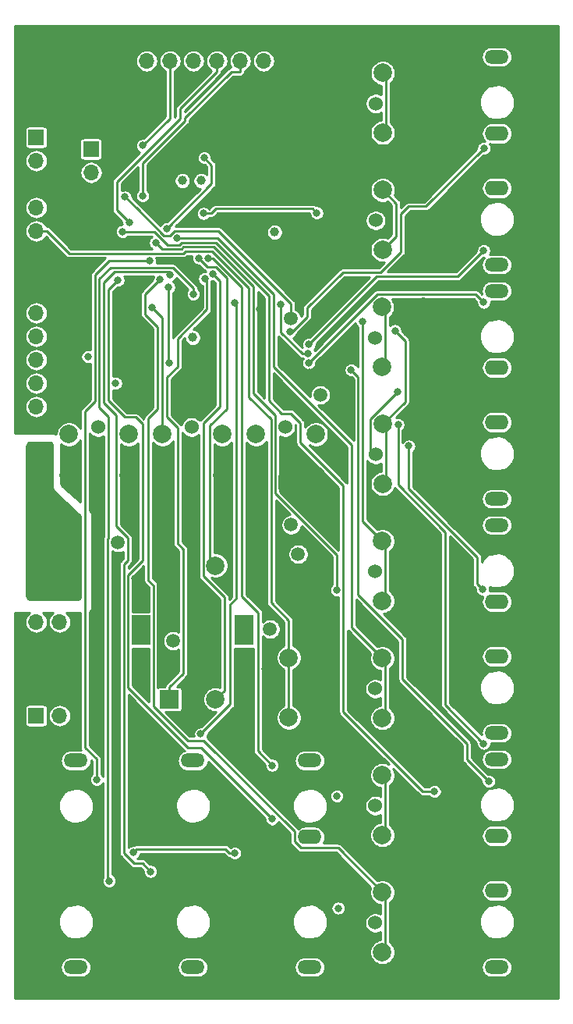
<source format=gbr>
G04 #@! TF.GenerationSoftware,KiCad,Pcbnew,(5.1.0-0)*
G04 #@! TF.CreationDate,2019-05-28T00:09:15+08:00*
G04 #@! TF.ProjectId,Beats,42656174-732e-46b6-9963-61645f706362,rev?*
G04 #@! TF.SameCoordinates,Original*
G04 #@! TF.FileFunction,Copper,L1,Top*
G04 #@! TF.FilePolarity,Positive*
%FSLAX46Y46*%
G04 Gerber Fmt 4.6, Leading zero omitted, Abs format (unit mm)*
G04 Created by KiCad (PCBNEW (5.1.0-0)) date 2019-05-28 00:09:15*
%MOMM*%
%LPD*%
G04 APERTURE LIST*
%ADD10R,1.524000X1.524000*%
%ADD11C,1.524000*%
%ADD12C,2.000000*%
%ADD13O,2.600000X1.600000*%
%ADD14O,2.400000X1.900000*%
%ADD15O,2.600000X1.500000*%
%ADD16O,1.700000X1.700000*%
%ADD17R,1.700000X1.700000*%
%ADD18R,2.000000X3.200000*%
%ADD19R,2.000000X2.000000*%
%ADD20C,0.800000*%
%ADD21C,1.000000*%
%ADD22C,1.500000*%
%ADD23C,0.250000*%
%ADD24C,0.254000*%
G04 APERTURE END LIST*
D10*
X165539000Y-68377000D03*
D11*
X159570000Y-68377000D03*
D12*
X160332000Y-65052000D03*
X164832000Y-65052000D03*
X160332000Y-71552000D03*
X164832000Y-71552000D03*
D13*
X127013000Y-141070000D03*
D14*
X127013000Y-138100000D03*
D15*
X127013000Y-149370000D03*
D13*
X139713000Y-141070000D03*
D14*
X139713000Y-138100000D03*
D15*
X139713000Y-149370000D03*
D13*
X152413000Y-141070000D03*
D14*
X152413000Y-138100000D03*
D15*
X152413000Y-149370000D03*
D13*
X127013000Y-135257000D03*
D15*
X127013000Y-126957000D03*
D13*
X139713000Y-135257000D03*
D15*
X139713000Y-126957000D03*
D13*
X152413000Y-135257000D03*
D15*
X152413000Y-126957000D03*
D13*
X172733000Y-141070000D03*
D14*
X172733000Y-138100000D03*
D15*
X172733000Y-149370000D03*
D13*
X172733000Y-115670000D03*
D14*
X172733000Y-112700000D03*
D15*
X172733000Y-123970000D03*
D13*
X172733000Y-90270000D03*
D14*
X172733000Y-87300000D03*
D15*
X172733000Y-98570000D03*
D13*
X172733000Y-64870000D03*
D14*
X172733000Y-61900000D03*
D15*
X172733000Y-73170000D03*
D13*
X172733000Y-135130000D03*
D15*
X172733000Y-126830000D03*
D13*
X172733000Y-109730000D03*
D15*
X172733000Y-101430000D03*
D13*
X172733000Y-84330000D03*
D15*
X172733000Y-76030000D03*
D13*
X172733000Y-58930000D03*
D15*
X172733000Y-50630000D03*
D16*
X122695000Y-88570000D03*
X122695000Y-86030000D03*
X122695000Y-83490000D03*
X122695000Y-80950000D03*
X122695000Y-78410000D03*
D17*
X122695000Y-75870000D03*
D10*
X149745000Y-96757000D03*
D11*
X149745000Y-90788000D03*
D12*
X153070000Y-91550000D03*
X153070000Y-96050000D03*
X146570000Y-91550000D03*
X146570000Y-96050000D03*
D10*
X139580000Y-96757000D03*
D11*
X139580000Y-90788000D03*
D12*
X142905000Y-91550000D03*
X142905000Y-96050000D03*
X136405000Y-91550000D03*
X136405000Y-96050000D03*
D10*
X129430000Y-96757000D03*
D11*
X129430000Y-90788000D03*
D12*
X132755000Y-91550000D03*
X132755000Y-96050000D03*
X126255000Y-91550000D03*
X126255000Y-96050000D03*
D10*
X165494000Y-144577000D03*
D11*
X159525000Y-144577000D03*
D12*
X160287000Y-141252000D03*
X164787000Y-141252000D03*
X160287000Y-147752000D03*
X164787000Y-147752000D03*
D10*
X165494000Y-131871000D03*
D11*
X159525000Y-131871000D03*
D12*
X160287000Y-128546000D03*
X164787000Y-128546000D03*
X160287000Y-135046000D03*
X164787000Y-135046000D03*
D10*
X165494000Y-119177000D03*
D11*
X159525000Y-119177000D03*
D12*
X160287000Y-115852000D03*
X164787000Y-115852000D03*
X160287000Y-122352000D03*
X164787000Y-122352000D03*
D10*
X165494000Y-106476000D03*
D11*
X159525000Y-106476000D03*
D12*
X160287000Y-103151000D03*
X164787000Y-103151000D03*
X160287000Y-109651000D03*
X164787000Y-109651000D03*
D10*
X165539000Y-93777000D03*
D11*
X159570000Y-93777000D03*
D12*
X160332000Y-90452000D03*
X164832000Y-90452000D03*
X160332000Y-96952000D03*
X164832000Y-96952000D03*
D10*
X165462000Y-81081000D03*
D11*
X159493000Y-81081000D03*
D12*
X160255000Y-77756000D03*
X164755000Y-77756000D03*
X160255000Y-84256000D03*
X164755000Y-84256000D03*
D10*
X165539000Y-55681000D03*
D11*
X159570000Y-55681000D03*
D12*
X160332000Y-52356000D03*
X164832000Y-52356000D03*
X160332000Y-58856000D03*
X164832000Y-58856000D03*
X150123000Y-115799000D03*
X154623000Y-115799000D03*
X150123000Y-122299000D03*
X154623000Y-122299000D03*
D17*
X132154160Y-51069440D03*
D16*
X134694160Y-51069440D03*
X137234160Y-51069440D03*
X139774160Y-51069440D03*
X142314160Y-51069440D03*
X144854160Y-51069440D03*
X147394160Y-51069440D03*
D12*
X142173000Y-105820000D03*
X137173000Y-105820000D03*
D18*
X145273000Y-112820000D03*
X134073000Y-112820000D03*
D12*
X142173000Y-120320000D03*
X139673000Y-120320000D03*
D19*
X137173000Y-120320000D03*
D17*
X122695000Y-122098000D03*
D16*
X125235000Y-122098000D03*
X122695000Y-119558000D03*
X125235000Y-119558000D03*
X122695000Y-117018000D03*
X125235000Y-117018000D03*
X122695000Y-114478000D03*
X125235000Y-114478000D03*
X122695000Y-111938000D03*
X125235000Y-111938000D03*
D17*
X128664000Y-60630000D03*
D16*
X128664000Y-63170000D03*
X128664000Y-65710000D03*
D17*
X122695000Y-59360000D03*
D16*
X122695000Y-61900000D03*
X122695000Y-64440000D03*
X122695000Y-66980000D03*
X122695000Y-69520000D03*
D20*
X140292100Y-77412700D03*
X152882600Y-79094000D03*
X150152500Y-60841100D03*
X133378300Y-107176700D03*
X148324200Y-130325100D03*
X145834500Y-136996600D03*
X141338500Y-55866800D03*
X149911000Y-143573300D03*
X147562800Y-117015400D03*
X146960000Y-56293500D03*
X142659500Y-61585800D03*
X124372600Y-50152800D03*
X133463800Y-118232300D03*
X145333500Y-146405000D03*
X139840000Y-112317500D03*
D21*
X136893500Y-64102500D03*
X141745000Y-81077000D03*
X147333000Y-67996000D03*
D20*
X151397000Y-65329000D03*
X133109000Y-86030000D03*
D21*
X149111000Y-87300000D03*
X147082200Y-78029000D03*
X152413000Y-84943600D03*
X133236000Y-139497000D03*
D20*
X133236000Y-133401000D03*
X127394000Y-73838000D03*
X132728000Y-80061000D03*
X127775000Y-86030000D03*
X125235000Y-87554000D03*
X128309900Y-83153200D03*
X155486500Y-142972000D03*
X155359500Y-130796000D03*
X144259500Y-137002300D03*
D22*
X150381000Y-101397000D03*
X131585000Y-103302000D03*
D20*
X122060000Y-105588000D03*
X123711000Y-105588000D03*
X125362000Y-105588000D03*
X127013000Y-105588000D03*
X127013000Y-107112000D03*
X125362000Y-107112000D03*
X123711000Y-107112000D03*
X122060000Y-107112000D03*
X122060000Y-108636000D03*
X123711000Y-108636000D03*
X125362000Y-108636000D03*
X127013000Y-108636000D03*
X127013000Y-104064000D03*
X125362000Y-104064000D03*
X122060000Y-104064000D03*
X122060000Y-102540000D03*
X122060000Y-101016000D03*
X123711000Y-101016000D03*
X125362000Y-101016000D03*
X127013000Y-101016000D03*
X127013000Y-102540000D03*
X125362000Y-102540000D03*
X122060000Y-99492000D03*
X123711000Y-99492000D03*
X125362000Y-99492000D03*
X123711000Y-97968000D03*
X122060000Y-97968000D03*
X122060000Y-96444000D03*
X123711000Y-96444000D03*
X123711000Y-94920000D03*
X123711000Y-93396000D03*
X122060000Y-93396000D03*
X122060000Y-94920000D03*
D21*
X140602000Y-64059000D03*
X138570000Y-64059000D03*
X148603000Y-69647000D03*
X139713000Y-81077000D03*
D20*
X131331000Y-86030000D03*
X133236000Y-136957000D03*
D22*
X151143000Y-104572000D03*
X150381000Y-79045000D03*
X153556000Y-87300000D03*
X148095000Y-112700000D03*
X137554000Y-113970000D03*
D20*
X132347000Y-65837000D03*
X165953800Y-130327500D03*
X132081200Y-69575200D03*
X150278600Y-80420600D03*
X171316700Y-60548600D03*
X152325100Y-81817600D03*
X171299000Y-71650000D03*
X163171500Y-92841500D03*
X171189500Y-108392100D03*
X171824800Y-129198600D03*
X156900300Y-84604200D03*
X161991100Y-90498600D03*
X171299000Y-125112200D03*
X141360900Y-72442200D03*
X148325600Y-127485200D03*
X140352900Y-72442300D03*
X136860100Y-69279600D03*
X140943900Y-61583600D03*
X134252000Y-65710000D03*
X134252000Y-60249000D03*
X132791000Y-68605400D03*
X155329800Y-108451500D03*
X135662400Y-70770300D03*
X137970800Y-70309100D03*
X148328000Y-133298700D03*
X131585000Y-74854000D03*
X136164700Y-74728400D03*
X135271400Y-77809100D03*
X137152800Y-83863200D03*
X137089700Y-75617400D03*
X139745200Y-76359100D03*
X130625400Y-140016400D03*
X137221800Y-74248300D03*
X135123000Y-138997200D03*
X144275600Y-77350200D03*
X140560400Y-124079300D03*
X135025900Y-72756000D03*
X129257000Y-129013800D03*
X140996800Y-74712900D03*
X141849500Y-74150900D03*
X152249600Y-82819900D03*
X149259000Y-77499600D03*
X158120200Y-79350500D03*
X161653400Y-80327800D03*
X153180700Y-67542600D03*
X140856000Y-67615000D03*
X171299000Y-77261900D03*
X152301100Y-83822700D03*
X161977600Y-86931500D03*
D23*
X161811000Y-66531000D02*
X160332000Y-65052000D01*
X161811000Y-70073000D02*
X161811000Y-66531000D01*
X160332000Y-71552000D02*
X161811000Y-70073000D01*
X160255000Y-77756000D02*
X160608100Y-78109100D01*
X160608100Y-78109100D02*
X160608100Y-83902900D01*
X160608100Y-83902900D02*
X160255000Y-84256000D01*
X123870300Y-69520000D02*
X126285300Y-71935000D01*
X126285300Y-71935000D02*
X138644500Y-71935000D01*
X138644500Y-71935000D02*
X138877000Y-71702500D01*
X138877000Y-71702500D02*
X141798200Y-71702500D01*
X141798200Y-71702500D02*
X145806900Y-75711200D01*
X145806900Y-75711200D02*
X145806900Y-87512600D01*
X145806900Y-87512600D02*
X148207200Y-89912900D01*
X148207200Y-89912900D02*
X148207200Y-109836000D01*
X148207200Y-109836000D02*
X150123000Y-111751800D01*
X150123000Y-111751800D02*
X150123000Y-115799000D01*
X122695000Y-69520000D02*
X123870300Y-69520000D01*
X150123000Y-122299000D02*
X150123000Y-115799000D01*
X143693815Y-137002300D02*
X143267515Y-136576000D01*
X144259500Y-137002300D02*
X143693815Y-137002300D01*
X133617000Y-136576000D02*
X133236000Y-136957000D01*
X143267515Y-136576000D02*
X133617000Y-136576000D01*
X150381000Y-77394000D02*
X150381000Y-79045000D01*
X142511900Y-69524900D02*
X150381000Y-77394000D01*
X137249300Y-70004900D02*
X137729300Y-69524900D01*
X137729300Y-69524900D02*
X142511900Y-69524900D01*
X136559700Y-70004900D02*
X137249300Y-70004900D01*
X133636400Y-67081600D02*
X136559700Y-70004900D01*
X132347000Y-65837000D02*
X133636400Y-67081600D01*
X164685300Y-130327500D02*
X165953800Y-130327500D01*
X156055300Y-121697500D02*
X164685300Y-130327500D01*
X156055300Y-97147700D02*
X156055300Y-121697500D01*
X151397000Y-92489400D02*
X156055300Y-97147700D01*
X135493100Y-69575200D02*
X136952300Y-71034400D01*
X151397000Y-90348000D02*
X151397000Y-92489400D01*
X150381000Y-89332000D02*
X151397000Y-90348000D01*
X142185000Y-70801700D02*
X147968000Y-76584700D01*
X149365000Y-89332000D02*
X150381000Y-89332000D01*
X147968000Y-87935000D02*
X149365000Y-89332000D01*
X147968000Y-76584700D02*
X147968000Y-87935000D01*
X138504000Y-70801700D02*
X142185000Y-70801700D01*
X138271300Y-71034400D02*
X138504000Y-70801700D01*
X132081200Y-69575200D02*
X135493100Y-69575200D01*
X136952300Y-71034400D02*
X138271300Y-71034400D01*
X152157200Y-78806300D02*
X150542900Y-80420600D01*
X156006800Y-74002800D02*
X152157200Y-77852400D01*
X156017890Y-74013890D02*
X156006800Y-74002800D01*
X162319000Y-71806000D02*
X160111110Y-74013890D01*
X152157200Y-77852400D02*
X152157200Y-78806300D01*
X162319000Y-67690600D02*
X162319000Y-71806000D01*
X163156600Y-66853000D02*
X162319000Y-67690600D01*
X150542900Y-80420600D02*
X150278600Y-80420600D01*
X160111110Y-74013890D02*
X156017890Y-74013890D01*
X165012300Y-66853000D02*
X163156600Y-66853000D01*
X171316700Y-60548600D02*
X165012300Y-66853000D01*
X171299000Y-71650000D02*
X168485100Y-74463900D01*
X168485100Y-74463900D02*
X159678800Y-74463900D01*
X159678800Y-74463900D02*
X152325100Y-81817600D01*
X171189500Y-108392100D02*
X170554500Y-107757100D01*
X170554500Y-107757100D02*
X170554500Y-104874600D01*
X170554500Y-104874600D02*
X163171500Y-97491600D01*
X163171500Y-97491600D02*
X163171500Y-92841500D01*
X156900300Y-84604200D02*
X157669800Y-85373700D01*
X157669800Y-85373700D02*
X157669800Y-108998000D01*
X157669800Y-108998000D02*
X162491900Y-113820100D01*
X162491900Y-113820100D02*
X162491900Y-118159100D01*
X162491900Y-118159100D02*
X169442500Y-125109700D01*
X169442500Y-125109700D02*
X169442500Y-126816300D01*
X169442500Y-126816300D02*
X171824800Y-129198600D01*
X171299000Y-125112200D02*
X167100700Y-120913900D01*
X167100700Y-120913900D02*
X167100700Y-102164700D01*
X167100700Y-102164700D02*
X161991100Y-97055100D01*
X161991100Y-97055100D02*
X161991100Y-90498600D01*
X141901000Y-72442200D02*
X141360900Y-72442200D01*
X145047000Y-75588200D02*
X141901000Y-72442200D01*
X146783400Y-110880400D02*
X145047000Y-109144000D01*
X146783400Y-125943000D02*
X146783400Y-110880400D01*
X145047000Y-109144000D02*
X145047000Y-75588200D01*
X148325600Y-127485200D02*
X146783400Y-125943000D01*
X141294800Y-73425600D02*
X140352900Y-72483700D01*
X140352900Y-72483700D02*
X140352900Y-72442300D01*
X142195700Y-73425600D02*
X141294800Y-73425600D01*
X141578900Y-90641100D02*
X143396000Y-88824000D01*
X143396000Y-88824000D02*
X143396000Y-74625900D01*
X141578900Y-105225900D02*
X141578900Y-90641100D01*
X143396000Y-74625900D02*
X142195700Y-73425600D01*
X142173000Y-105820000D02*
X141578900Y-105225900D01*
X141745000Y-62384700D02*
X141745000Y-64394700D01*
X141745000Y-64394700D02*
X136860100Y-69279600D01*
X140943900Y-61583600D02*
X141745000Y-62384700D01*
X144854200Y-52244700D02*
X144854200Y-51069400D01*
X143899300Y-52244700D02*
X144854200Y-52244700D01*
X138860000Y-57284000D02*
X143899300Y-52244700D01*
X138860000Y-57547700D02*
X138860000Y-57284000D01*
X134252000Y-62155700D02*
X138860000Y-57547700D01*
X134252000Y-65710000D02*
X134252000Y-62155700D01*
X137234200Y-57312400D02*
X137234200Y-51069400D01*
X134252000Y-60249000D02*
X137234200Y-57312400D01*
X131458000Y-67272400D02*
X132791000Y-68605400D01*
X131458000Y-64159500D02*
X131458000Y-67272400D01*
X138326600Y-57290900D02*
X131458000Y-64159500D01*
X138326600Y-56232300D02*
X138326600Y-57290900D01*
X142314200Y-52244700D02*
X138326600Y-56232300D01*
X142314200Y-51069400D02*
X142314200Y-52244700D01*
X136376800Y-71484700D02*
X135662400Y-70770300D01*
X146257200Y-75520900D02*
X141988400Y-71252100D01*
X138457900Y-71484700D02*
X136376800Y-71484700D01*
X148657600Y-89513600D02*
X146257200Y-87113200D01*
X148657600Y-97970300D02*
X148657600Y-89513600D01*
X141988400Y-71252100D02*
X138690500Y-71252100D01*
X155329800Y-104642500D02*
X148657600Y-97970300D01*
X138690500Y-71252100D02*
X138457900Y-71484700D01*
X146257200Y-87113200D02*
X146257200Y-75520900D01*
X155329800Y-108451500D02*
X155329800Y-104642500D01*
X160287000Y-122352000D02*
X160621100Y-122017900D01*
X160621100Y-122017900D02*
X160621100Y-116186100D01*
X160621100Y-116186100D02*
X160287000Y-115852000D01*
X156955900Y-92731900D02*
X148476000Y-84252000D01*
X142370800Y-70309100D02*
X137970800Y-70309100D01*
X156955900Y-112520900D02*
X156955900Y-92731900D01*
X148476000Y-76414300D02*
X142370800Y-70309100D01*
X148476000Y-84252000D02*
X148476000Y-76414300D01*
X160287000Y-115852000D02*
X156955900Y-112520900D01*
X130569000Y-75870000D02*
X131585000Y-74854000D01*
X130569000Y-87935000D02*
X130569000Y-75870000D01*
X132347000Y-89713000D02*
X130569000Y-87935000D01*
X133490000Y-89713000D02*
X132347000Y-89713000D01*
X134252000Y-90475000D02*
X133490000Y-89713000D01*
X148328000Y-133298700D02*
X140569000Y-125539700D01*
X132647900Y-119022100D02*
X132647900Y-106881400D01*
X139165500Y-125539700D02*
X132647900Y-119022100D01*
X134252000Y-105277300D02*
X134252000Y-90475000D01*
X140569000Y-125539700D02*
X139165500Y-125539700D01*
X132647900Y-106881400D02*
X134252000Y-105277300D01*
X160287000Y-147752000D02*
X160621100Y-147417900D01*
X160621100Y-147417900D02*
X160621100Y-141586100D01*
X160621100Y-141586100D02*
X160287000Y-141252000D01*
X135903000Y-79934000D02*
X134520300Y-78551300D01*
X135405300Y-121077100D02*
X135405300Y-107945100D01*
X134887000Y-107426800D02*
X134887000Y-89840000D01*
X135405300Y-107945100D02*
X134887000Y-107426800D01*
X140896900Y-124804700D02*
X139132900Y-124804700D01*
X150760200Y-134668000D02*
X140896900Y-124804700D01*
X134520300Y-76372800D02*
X136164700Y-74728400D01*
X150760200Y-135756000D02*
X150760200Y-134668000D01*
X151448400Y-136444200D02*
X150760200Y-135756000D01*
X134887000Y-89840000D02*
X135903000Y-88824000D01*
X134520300Y-78551300D02*
X134520300Y-76372800D01*
X135903000Y-88824000D02*
X135903000Y-79934000D01*
X155479200Y-136444200D02*
X151448400Y-136444200D01*
X139132900Y-124804700D02*
X135405300Y-121077100D01*
X160287000Y-141252000D02*
X155479200Y-136444200D01*
X160287000Y-128546000D02*
X160613200Y-128872200D01*
X160613200Y-128872200D02*
X160613200Y-134719800D01*
X160613200Y-134719800D02*
X160287000Y-135046000D01*
X135271400Y-77809100D02*
X136405000Y-78942700D01*
X136405000Y-78942700D02*
X136405000Y-91550000D01*
X137152800Y-83863200D02*
X137058300Y-83768700D01*
X137058300Y-83768700D02*
X137058300Y-75648800D01*
X137058300Y-75648800D02*
X137089700Y-75617400D01*
X139745200Y-75702400D02*
X139745200Y-76359100D01*
X130773100Y-73506900D02*
X137549700Y-73506900D01*
X129553000Y-74727000D02*
X130773100Y-73506900D01*
X129553000Y-88687800D02*
X129553000Y-74727000D01*
X137549700Y-73506900D02*
X139745200Y-75702400D01*
X130527700Y-102838500D02*
X130527700Y-89662500D01*
X130527700Y-89662500D02*
X129553000Y-88687800D01*
X130625400Y-140016400D02*
X130466800Y-139857800D01*
X130466800Y-102899400D02*
X130527700Y-102838500D01*
X130466800Y-139857800D02*
X130466800Y-102899400D01*
X130061000Y-75108000D02*
X131211700Y-73957300D01*
X130061000Y-88189000D02*
X130061000Y-75108000D01*
X131404700Y-89532700D02*
X130061000Y-88189000D01*
X131404700Y-101560300D02*
X131404700Y-89532700D01*
X136930800Y-73957300D02*
X137221800Y-74248300D01*
X132660400Y-102816000D02*
X131404700Y-101560300D01*
X134225800Y-138100000D02*
X133305998Y-138100000D01*
X132660400Y-105215000D02*
X132660400Y-102816000D01*
X131211700Y-73957300D02*
X136930800Y-73957300D01*
X132192800Y-136986802D02*
X132192800Y-105682600D01*
X133305998Y-138100000D02*
X132192800Y-136986802D01*
X135123000Y-138997200D02*
X134225800Y-138100000D01*
X132192800Y-105682600D02*
X132660400Y-105215000D01*
X143779800Y-110030200D02*
X144412000Y-109398000D01*
X143779800Y-120859900D02*
X143779800Y-110030200D01*
X144412000Y-77486600D02*
X144275600Y-77350200D01*
X144412000Y-109398000D02*
X144412000Y-77486600D01*
X140560400Y-124079300D02*
X143779800Y-120859900D01*
X130635000Y-72756000D02*
X135025900Y-72756000D01*
X129102990Y-74288010D02*
X130635000Y-72756000D01*
X129257000Y-129013800D02*
X129257000Y-126796000D01*
X127990200Y-125529200D02*
X127990200Y-89116800D01*
X129257000Y-126796000D02*
X127990200Y-125529200D01*
X129102990Y-88004010D02*
X129102990Y-74288010D01*
X127990200Y-89116800D02*
X129102990Y-88004010D01*
X137173000Y-118994700D02*
X137173000Y-120320000D01*
X138062000Y-103427200D02*
X138665700Y-104030900D01*
X136919000Y-89713000D02*
X138062000Y-90856000D01*
X136919000Y-85395000D02*
X136919000Y-89713000D01*
X140996800Y-74712900D02*
X141246000Y-74962100D01*
X138062000Y-84252000D02*
X136919000Y-85395000D01*
X141246000Y-74962100D02*
X141246000Y-78020000D01*
X138665700Y-117502000D02*
X137173000Y-118994700D01*
X138062000Y-81204000D02*
X138062000Y-84252000D01*
X138665700Y-104030900D02*
X138665700Y-117502000D01*
X138062000Y-90856000D02*
X138062000Y-103427200D01*
X141246000Y-78020000D02*
X138062000Y-81204000D01*
X142634000Y-88570000D02*
X142634000Y-74935400D01*
X142634000Y-74935400D02*
X141849500Y-74150900D01*
X140847600Y-106976600D02*
X140847600Y-90356400D01*
X142173000Y-120320000D02*
X143142000Y-119351000D01*
X143142000Y-109271000D02*
X140847600Y-106976600D01*
X143142000Y-119351000D02*
X143142000Y-109271000D01*
X140847600Y-90356400D02*
X142634000Y-88570000D01*
X152249600Y-82819900D02*
X151588100Y-82819900D01*
X151588100Y-82819900D02*
X149259000Y-80490800D01*
X149259000Y-80490800D02*
X149259000Y-77499600D01*
X158120200Y-79350500D02*
X158120200Y-100984200D01*
X158120200Y-100984200D02*
X160287000Y-103151000D01*
X160287000Y-109651000D02*
X160621100Y-109316900D01*
X160621100Y-109316900D02*
X160621100Y-103485100D01*
X160621100Y-103485100D02*
X160287000Y-103151000D01*
X160332000Y-90452000D02*
X162759900Y-88024100D01*
X162759900Y-88024100D02*
X162759900Y-81434300D01*
X162759900Y-81434300D02*
X161653400Y-80327800D01*
X160332000Y-96952000D02*
X160666100Y-96617900D01*
X160666100Y-96617900D02*
X160666100Y-90786100D01*
X160666100Y-90786100D02*
X160332000Y-90452000D01*
X152745100Y-67107000D02*
X153180700Y-67542600D01*
X141673100Y-67615000D02*
X142181100Y-67107000D01*
X142181100Y-67107000D02*
X152745100Y-67107000D01*
X140856000Y-67615000D02*
X141673100Y-67615000D01*
X160332000Y-58856000D02*
X160666100Y-58521900D01*
X160666100Y-58521900D02*
X160666100Y-52690100D01*
X160666100Y-52690100D02*
X160332000Y-52356000D01*
X171299000Y-77261900D02*
X170443200Y-76406100D01*
X170443200Y-76406100D02*
X159717700Y-76406100D01*
X159717700Y-76406100D02*
X152301100Y-83822700D01*
X159570000Y-93777000D02*
X158982100Y-93189100D01*
X158982100Y-93189100D02*
X158982100Y-89927000D01*
X158982100Y-89927000D02*
X161977600Y-86931500D01*
D24*
G36*
X124196257Y-92467647D02*
G01*
X124285955Y-92504801D01*
X124362976Y-92563902D01*
X124422077Y-92640923D01*
X124459231Y-92730621D01*
X124473000Y-92835206D01*
X124473000Y-97367049D01*
X124474210Y-97384537D01*
X124493172Y-97520928D01*
X124502713Y-97554578D01*
X124558161Y-97680624D01*
X124576519Y-97710396D01*
X124664247Y-97816536D01*
X124676321Y-97829245D01*
X127393568Y-100320056D01*
X127464452Y-100405816D01*
X127484201Y-100450710D01*
X127484201Y-109250736D01*
X127470077Y-109284833D01*
X127410976Y-109361854D01*
X127333955Y-109420955D01*
X127244257Y-109458109D01*
X127139672Y-109471878D01*
X122060328Y-109471878D01*
X121955743Y-109458109D01*
X121866045Y-109420955D01*
X121789024Y-109361854D01*
X121729923Y-109284833D01*
X121692769Y-109195135D01*
X121679000Y-109090550D01*
X121679000Y-92835206D01*
X121692769Y-92730621D01*
X121729923Y-92640923D01*
X121789024Y-92563902D01*
X121866045Y-92504801D01*
X121955743Y-92467647D01*
X122060328Y-92453878D01*
X124091672Y-92453878D01*
X124196257Y-92467647D01*
X124196257Y-92467647D01*
G37*
X124196257Y-92467647D02*
X124285955Y-92504801D01*
X124362976Y-92563902D01*
X124422077Y-92640923D01*
X124459231Y-92730621D01*
X124473000Y-92835206D01*
X124473000Y-97367049D01*
X124474210Y-97384537D01*
X124493172Y-97520928D01*
X124502713Y-97554578D01*
X124558161Y-97680624D01*
X124576519Y-97710396D01*
X124664247Y-97816536D01*
X124676321Y-97829245D01*
X127393568Y-100320056D01*
X127464452Y-100405816D01*
X127484201Y-100450710D01*
X127484201Y-109250736D01*
X127470077Y-109284833D01*
X127410976Y-109361854D01*
X127333955Y-109420955D01*
X127244257Y-109458109D01*
X127139672Y-109471878D01*
X122060328Y-109471878D01*
X121955743Y-109458109D01*
X121866045Y-109420955D01*
X121789024Y-109361854D01*
X121729923Y-109284833D01*
X121692769Y-109195135D01*
X121679000Y-109090550D01*
X121679000Y-92835206D01*
X121692769Y-92730621D01*
X121729923Y-92640923D01*
X121789024Y-92563902D01*
X121866045Y-92504801D01*
X121955743Y-92467647D01*
X122060328Y-92453878D01*
X124091672Y-92453878D01*
X124196257Y-92467647D01*
G36*
X179373999Y-152769000D02*
G01*
X120375999Y-152769000D01*
X120375999Y-149370000D01*
X125326528Y-149370000D01*
X125348365Y-149591715D01*
X125413037Y-149804909D01*
X125518058Y-150001390D01*
X125659393Y-150173607D01*
X125831610Y-150314942D01*
X126028091Y-150419963D01*
X126241285Y-150484635D01*
X126407442Y-150501000D01*
X127618558Y-150501000D01*
X127784715Y-150484635D01*
X127997909Y-150419963D01*
X128194390Y-150314942D01*
X128366607Y-150173607D01*
X128507942Y-150001390D01*
X128612963Y-149804909D01*
X128677635Y-149591715D01*
X128699472Y-149370000D01*
X138026528Y-149370000D01*
X138048365Y-149591715D01*
X138113037Y-149804909D01*
X138218058Y-150001390D01*
X138359393Y-150173607D01*
X138531610Y-150314942D01*
X138728091Y-150419963D01*
X138941285Y-150484635D01*
X139107442Y-150501000D01*
X140318558Y-150501000D01*
X140484715Y-150484635D01*
X140697909Y-150419963D01*
X140894390Y-150314942D01*
X141066607Y-150173607D01*
X141207942Y-150001390D01*
X141312963Y-149804909D01*
X141377635Y-149591715D01*
X141399472Y-149370000D01*
X150726528Y-149370000D01*
X150748365Y-149591715D01*
X150813037Y-149804909D01*
X150918058Y-150001390D01*
X151059393Y-150173607D01*
X151231610Y-150314942D01*
X151428091Y-150419963D01*
X151641285Y-150484635D01*
X151807442Y-150501000D01*
X153018558Y-150501000D01*
X153184715Y-150484635D01*
X153397909Y-150419963D01*
X153594390Y-150314942D01*
X153766607Y-150173607D01*
X153907942Y-150001390D01*
X154012963Y-149804909D01*
X154077635Y-149591715D01*
X154099472Y-149370000D01*
X171046528Y-149370000D01*
X171068365Y-149591715D01*
X171133037Y-149804909D01*
X171238058Y-150001390D01*
X171379393Y-150173607D01*
X171551610Y-150314942D01*
X171748091Y-150419963D01*
X171961285Y-150484635D01*
X172127442Y-150501000D01*
X173338558Y-150501000D01*
X173504715Y-150484635D01*
X173717909Y-150419963D01*
X173914390Y-150314942D01*
X174086607Y-150173607D01*
X174227942Y-150001390D01*
X174332963Y-149804909D01*
X174397635Y-149591715D01*
X174419472Y-149370000D01*
X174397635Y-149148285D01*
X174332963Y-148935091D01*
X174227942Y-148738610D01*
X174086607Y-148566393D01*
X173914390Y-148425058D01*
X173717909Y-148320037D01*
X173504715Y-148255365D01*
X173338558Y-148239000D01*
X172127442Y-148239000D01*
X171961285Y-148255365D01*
X171748091Y-148320037D01*
X171551610Y-148425058D01*
X171379393Y-148566393D01*
X171238058Y-148738610D01*
X171133037Y-148935091D01*
X171068365Y-149148285D01*
X171046528Y-149370000D01*
X154099472Y-149370000D01*
X154077635Y-149148285D01*
X154012963Y-148935091D01*
X153907942Y-148738610D01*
X153766607Y-148566393D01*
X153594390Y-148425058D01*
X153397909Y-148320037D01*
X153184715Y-148255365D01*
X153018558Y-148239000D01*
X151807442Y-148239000D01*
X151641285Y-148255365D01*
X151428091Y-148320037D01*
X151231610Y-148425058D01*
X151059393Y-148566393D01*
X150918058Y-148738610D01*
X150813037Y-148935091D01*
X150748365Y-149148285D01*
X150726528Y-149370000D01*
X141399472Y-149370000D01*
X141377635Y-149148285D01*
X141312963Y-148935091D01*
X141207942Y-148738610D01*
X141066607Y-148566393D01*
X140894390Y-148425058D01*
X140697909Y-148320037D01*
X140484715Y-148255365D01*
X140318558Y-148239000D01*
X139107442Y-148239000D01*
X138941285Y-148255365D01*
X138728091Y-148320037D01*
X138531610Y-148425058D01*
X138359393Y-148566393D01*
X138218058Y-148738610D01*
X138113037Y-148935091D01*
X138048365Y-149148285D01*
X138026528Y-149370000D01*
X128699472Y-149370000D01*
X128677635Y-149148285D01*
X128612963Y-148935091D01*
X128507942Y-148738610D01*
X128366607Y-148566393D01*
X128194390Y-148425058D01*
X127997909Y-148320037D01*
X127784715Y-148255365D01*
X127618558Y-148239000D01*
X126407442Y-148239000D01*
X126241285Y-148255365D01*
X126028091Y-148320037D01*
X125831610Y-148425058D01*
X125659393Y-148566393D01*
X125518058Y-148738610D01*
X125413037Y-148935091D01*
X125348365Y-149148285D01*
X125326528Y-149370000D01*
X120375999Y-149370000D01*
X120375999Y-144196000D01*
X125108000Y-144196000D01*
X125108000Y-144450000D01*
X125109728Y-144470879D01*
X125236728Y-145232879D01*
X125247486Y-145266915D01*
X125260400Y-145288200D01*
X125641400Y-145796200D01*
X125666800Y-145821600D01*
X126174800Y-146202600D01*
X126188106Y-146211333D01*
X126210839Y-146221483D01*
X126591839Y-146348483D01*
X126607224Y-146352560D01*
X126632000Y-146355000D01*
X127013000Y-146355000D01*
X127033879Y-146353272D01*
X127795879Y-146226272D01*
X127823478Y-146218383D01*
X127845447Y-146206670D01*
X128226447Y-145952670D01*
X128245803Y-145936803D01*
X128626803Y-145555803D01*
X128643449Y-145535265D01*
X128654917Y-145513167D01*
X128908917Y-144878167D01*
X128915560Y-144855776D01*
X128918000Y-144831000D01*
X128918000Y-144196000D01*
X137808000Y-144196000D01*
X137808000Y-144450000D01*
X137809728Y-144470879D01*
X137936728Y-145232879D01*
X137947486Y-145266915D01*
X137960400Y-145288200D01*
X138341400Y-145796200D01*
X138366800Y-145821600D01*
X138874800Y-146202600D01*
X138888106Y-146211333D01*
X138910839Y-146221483D01*
X139291839Y-146348483D01*
X139307224Y-146352560D01*
X139332000Y-146355000D01*
X139713000Y-146355000D01*
X139733879Y-146353272D01*
X140495879Y-146226272D01*
X140523478Y-146218383D01*
X140545447Y-146206670D01*
X140926447Y-145952670D01*
X140945803Y-145936803D01*
X141326803Y-145555803D01*
X141343449Y-145535265D01*
X141354917Y-145513167D01*
X141608917Y-144878167D01*
X141615560Y-144855776D01*
X141618000Y-144831000D01*
X141618000Y-144196000D01*
X150508000Y-144196000D01*
X150508000Y-144450000D01*
X150509728Y-144470879D01*
X150636728Y-145232879D01*
X150647486Y-145266915D01*
X150660400Y-145288200D01*
X151041400Y-145796200D01*
X151066800Y-145821600D01*
X151574800Y-146202600D01*
X151588106Y-146211333D01*
X151610839Y-146221483D01*
X151991839Y-146348483D01*
X152007224Y-146352560D01*
X152032000Y-146355000D01*
X152413000Y-146355000D01*
X152433879Y-146353272D01*
X153195879Y-146226272D01*
X153223478Y-146218383D01*
X153245447Y-146206670D01*
X153626447Y-145952670D01*
X153645803Y-145936803D01*
X154026803Y-145555803D01*
X154043449Y-145535265D01*
X154054917Y-145513167D01*
X154308917Y-144878167D01*
X154315560Y-144855776D01*
X154318000Y-144831000D01*
X154318000Y-144069000D01*
X154317003Y-144053116D01*
X154311483Y-144028839D01*
X154184483Y-143647839D01*
X154178514Y-143633085D01*
X154165600Y-143611800D01*
X153784600Y-143103800D01*
X153759200Y-143078400D01*
X153514771Y-142895078D01*
X154705500Y-142895078D01*
X154705500Y-143048922D01*
X154735513Y-143199809D01*
X154794387Y-143341942D01*
X154879858Y-143469859D01*
X154988641Y-143578642D01*
X155116558Y-143664113D01*
X155258691Y-143722987D01*
X155409578Y-143753000D01*
X155563422Y-143753000D01*
X155714309Y-143722987D01*
X155856442Y-143664113D01*
X155984359Y-143578642D01*
X156093142Y-143469859D01*
X156178613Y-143341942D01*
X156237487Y-143199809D01*
X156267500Y-143048922D01*
X156267500Y-142895078D01*
X156237487Y-142744191D01*
X156178613Y-142602058D01*
X156093142Y-142474141D01*
X155984359Y-142365358D01*
X155856442Y-142279887D01*
X155714309Y-142221013D01*
X155563422Y-142191000D01*
X155409578Y-142191000D01*
X155258691Y-142221013D01*
X155116558Y-142279887D01*
X154988641Y-142365358D01*
X154879858Y-142474141D01*
X154794387Y-142602058D01*
X154735513Y-142744191D01*
X154705500Y-142895078D01*
X153514771Y-142895078D01*
X153251200Y-142697400D01*
X153237894Y-142688667D01*
X153215161Y-142678517D01*
X152834161Y-142551517D01*
X152818776Y-142547440D01*
X152794000Y-142545000D01*
X152413000Y-142545000D01*
X152392121Y-142546728D01*
X151630121Y-142673728D01*
X151596085Y-142684486D01*
X151574800Y-142697400D01*
X151066800Y-143078400D01*
X151041400Y-143103800D01*
X150660400Y-143611800D01*
X150647168Y-143633753D01*
X150638792Y-143657198D01*
X150511792Y-144165198D01*
X150508000Y-144196000D01*
X141618000Y-144196000D01*
X141618000Y-144069000D01*
X141617003Y-144053116D01*
X141611483Y-144028839D01*
X141484483Y-143647839D01*
X141478514Y-143633085D01*
X141465600Y-143611800D01*
X141084600Y-143103800D01*
X141059200Y-143078400D01*
X140551200Y-142697400D01*
X140537894Y-142688667D01*
X140515161Y-142678517D01*
X140134161Y-142551517D01*
X140118776Y-142547440D01*
X140094000Y-142545000D01*
X139713000Y-142545000D01*
X139692121Y-142546728D01*
X138930121Y-142673728D01*
X138896085Y-142684486D01*
X138874800Y-142697400D01*
X138366800Y-143078400D01*
X138341400Y-143103800D01*
X137960400Y-143611800D01*
X137947168Y-143633753D01*
X137938792Y-143657198D01*
X137811792Y-144165198D01*
X137808000Y-144196000D01*
X128918000Y-144196000D01*
X128918000Y-144069000D01*
X128917003Y-144053116D01*
X128911483Y-144028839D01*
X128784483Y-143647839D01*
X128778514Y-143633085D01*
X128765600Y-143611800D01*
X128384600Y-143103800D01*
X128359200Y-143078400D01*
X127851200Y-142697400D01*
X127837894Y-142688667D01*
X127815161Y-142678517D01*
X127434161Y-142551517D01*
X127418776Y-142547440D01*
X127394000Y-142545000D01*
X127013000Y-142545000D01*
X126992121Y-142546728D01*
X126230121Y-142673728D01*
X126196085Y-142684486D01*
X126174800Y-142697400D01*
X125666800Y-143078400D01*
X125641400Y-143103800D01*
X125260400Y-143611800D01*
X125247168Y-143633753D01*
X125238792Y-143657198D01*
X125111792Y-144165198D01*
X125108000Y-144196000D01*
X120375999Y-144196000D01*
X120375999Y-131623000D01*
X125108000Y-131623000D01*
X125108000Y-131877000D01*
X125109728Y-131897879D01*
X125236728Y-132659879D01*
X125247486Y-132693915D01*
X125260400Y-132715200D01*
X125641400Y-133223200D01*
X125666800Y-133248600D01*
X126174800Y-133629600D01*
X126188106Y-133638333D01*
X126210839Y-133648483D01*
X126591839Y-133775483D01*
X126607224Y-133779560D01*
X126632000Y-133782000D01*
X127013000Y-133782000D01*
X127033879Y-133780272D01*
X127795879Y-133653272D01*
X127823478Y-133645383D01*
X127845447Y-133633670D01*
X128226447Y-133379670D01*
X128245803Y-133363803D01*
X128626803Y-132982803D01*
X128643449Y-132962265D01*
X128654917Y-132940167D01*
X128908917Y-132305167D01*
X128915560Y-132282776D01*
X128918000Y-132258000D01*
X128918000Y-131496000D01*
X128917003Y-131480116D01*
X128911483Y-131455839D01*
X128784483Y-131074839D01*
X128778514Y-131060085D01*
X128765600Y-131038800D01*
X128384600Y-130530800D01*
X128359200Y-130505400D01*
X127851200Y-130124400D01*
X127837894Y-130115667D01*
X127815161Y-130105517D01*
X127434161Y-129978517D01*
X127418776Y-129974440D01*
X127394000Y-129972000D01*
X127013000Y-129972000D01*
X126992121Y-129973728D01*
X126230121Y-130100728D01*
X126196085Y-130111486D01*
X126174800Y-130124400D01*
X125666800Y-130505400D01*
X125641400Y-130530800D01*
X125260400Y-131038800D01*
X125247168Y-131060753D01*
X125238792Y-131084198D01*
X125111792Y-131592198D01*
X125108000Y-131623000D01*
X120375999Y-131623000D01*
X120375999Y-121248000D01*
X121462157Y-121248000D01*
X121462157Y-122948000D01*
X121469513Y-123022689D01*
X121491299Y-123094508D01*
X121526678Y-123160696D01*
X121574289Y-123218711D01*
X121632304Y-123266322D01*
X121698492Y-123301701D01*
X121770311Y-123323487D01*
X121845000Y-123330843D01*
X123545000Y-123330843D01*
X123619689Y-123323487D01*
X123691508Y-123301701D01*
X123757696Y-123266322D01*
X123815711Y-123218711D01*
X123863322Y-123160696D01*
X123898701Y-123094508D01*
X123920487Y-123022689D01*
X123927843Y-122948000D01*
X123927843Y-122098000D01*
X123998044Y-122098000D01*
X124021812Y-122339318D01*
X124092202Y-122571363D01*
X124206509Y-122785216D01*
X124360340Y-122972660D01*
X124547784Y-123126491D01*
X124761637Y-123240798D01*
X124993682Y-123311188D01*
X125174528Y-123329000D01*
X125295472Y-123329000D01*
X125476318Y-123311188D01*
X125708363Y-123240798D01*
X125922216Y-123126491D01*
X126109660Y-122972660D01*
X126263491Y-122785216D01*
X126377798Y-122571363D01*
X126448188Y-122339318D01*
X126471956Y-122098000D01*
X126448188Y-121856682D01*
X126377798Y-121624637D01*
X126263491Y-121410784D01*
X126109660Y-121223340D01*
X125922216Y-121069509D01*
X125708363Y-120955202D01*
X125476318Y-120884812D01*
X125295472Y-120867000D01*
X125174528Y-120867000D01*
X124993682Y-120884812D01*
X124761637Y-120955202D01*
X124547784Y-121069509D01*
X124360340Y-121223340D01*
X124206509Y-121410784D01*
X124092202Y-121624637D01*
X124021812Y-121856682D01*
X123998044Y-122098000D01*
X123927843Y-122098000D01*
X123927843Y-121248000D01*
X123920487Y-121173311D01*
X123898701Y-121101492D01*
X123863322Y-121035304D01*
X123815711Y-120977289D01*
X123757696Y-120929678D01*
X123691508Y-120894299D01*
X123619689Y-120872513D01*
X123545000Y-120865157D01*
X121845000Y-120865157D01*
X121770311Y-120872513D01*
X121698492Y-120894299D01*
X121632304Y-120929678D01*
X121574289Y-120977289D01*
X121526678Y-121035304D01*
X121491299Y-121101492D01*
X121469513Y-121173311D01*
X121462157Y-121248000D01*
X120375999Y-121248000D01*
X120375999Y-110926388D01*
X120409328Y-110922000D01*
X121992564Y-110922000D01*
X121820340Y-111063340D01*
X121666509Y-111250784D01*
X121552202Y-111464637D01*
X121481812Y-111696682D01*
X121458044Y-111938000D01*
X121481812Y-112179318D01*
X121552202Y-112411363D01*
X121666509Y-112625216D01*
X121820340Y-112812660D01*
X122007784Y-112966491D01*
X122221637Y-113080798D01*
X122453682Y-113151188D01*
X122634528Y-113169000D01*
X122755472Y-113169000D01*
X122936318Y-113151188D01*
X123168363Y-113080798D01*
X123382216Y-112966491D01*
X123569660Y-112812660D01*
X123723491Y-112625216D01*
X123837798Y-112411363D01*
X123908188Y-112179318D01*
X123931956Y-111938000D01*
X123908188Y-111696682D01*
X123837798Y-111464637D01*
X123723491Y-111250784D01*
X123569660Y-111063340D01*
X123397436Y-110922000D01*
X124532564Y-110922000D01*
X124360340Y-111063340D01*
X124206509Y-111250784D01*
X124092202Y-111464637D01*
X124021812Y-111696682D01*
X123998044Y-111938000D01*
X124021812Y-112179318D01*
X124092202Y-112411363D01*
X124206509Y-112625216D01*
X124360340Y-112812660D01*
X124547784Y-112966491D01*
X124761637Y-113080798D01*
X124993682Y-113151188D01*
X125174528Y-113169000D01*
X125295472Y-113169000D01*
X125476318Y-113151188D01*
X125708363Y-113080798D01*
X125922216Y-112966491D01*
X126109660Y-112812660D01*
X126263491Y-112625216D01*
X126377798Y-112411363D01*
X126448188Y-112179318D01*
X126471956Y-111938000D01*
X126448188Y-111696682D01*
X126377798Y-111464637D01*
X126263491Y-111250784D01*
X126109660Y-111063340D01*
X125937436Y-110922000D01*
X127484200Y-110922000D01*
X127484200Y-125504354D01*
X127481753Y-125529200D01*
X127484200Y-125554046D01*
X127484200Y-125554053D01*
X127491522Y-125628392D01*
X127520455Y-125723774D01*
X127567441Y-125811679D01*
X127579194Y-125826000D01*
X126407442Y-125826000D01*
X126241285Y-125842365D01*
X126028091Y-125907037D01*
X125831610Y-126012058D01*
X125659393Y-126153393D01*
X125518058Y-126325610D01*
X125413037Y-126522091D01*
X125348365Y-126735285D01*
X125326528Y-126957000D01*
X125348365Y-127178715D01*
X125413037Y-127391909D01*
X125518058Y-127588390D01*
X125659393Y-127760607D01*
X125831610Y-127901942D01*
X126028091Y-128006963D01*
X126241285Y-128071635D01*
X126407442Y-128088000D01*
X127618558Y-128088000D01*
X127784715Y-128071635D01*
X127997909Y-128006963D01*
X128194390Y-127901942D01*
X128366607Y-127760607D01*
X128507942Y-127588390D01*
X128612963Y-127391909D01*
X128677635Y-127178715D01*
X128699472Y-126957000D01*
X128699151Y-126953743D01*
X128751001Y-127005593D01*
X128751000Y-128415299D01*
X128650358Y-128515941D01*
X128564887Y-128643858D01*
X128506013Y-128785991D01*
X128476000Y-128936878D01*
X128476000Y-129090722D01*
X128506013Y-129241609D01*
X128564887Y-129383742D01*
X128650358Y-129511659D01*
X128759141Y-129620442D01*
X128887058Y-129705913D01*
X129029191Y-129764787D01*
X129180078Y-129794800D01*
X129333922Y-129794800D01*
X129484809Y-129764787D01*
X129626942Y-129705913D01*
X129754859Y-129620442D01*
X129863642Y-129511659D01*
X129949113Y-129383742D01*
X129960800Y-129355527D01*
X129960800Y-139605282D01*
X129933287Y-139646458D01*
X129874413Y-139788591D01*
X129844400Y-139939478D01*
X129844400Y-140093322D01*
X129874413Y-140244209D01*
X129933287Y-140386342D01*
X130018758Y-140514259D01*
X130127541Y-140623042D01*
X130255458Y-140708513D01*
X130397591Y-140767387D01*
X130548478Y-140797400D01*
X130702322Y-140797400D01*
X130853209Y-140767387D01*
X130995342Y-140708513D01*
X131123259Y-140623042D01*
X131232042Y-140514259D01*
X131317513Y-140386342D01*
X131376387Y-140244209D01*
X131406400Y-140093322D01*
X131406400Y-139939478D01*
X131376387Y-139788591D01*
X131317513Y-139646458D01*
X131232042Y-139518541D01*
X131123259Y-139409758D01*
X130995342Y-139324287D01*
X130972800Y-139314950D01*
X130972800Y-104253183D01*
X131049271Y-104304279D01*
X131255100Y-104389536D01*
X131473606Y-104433000D01*
X131696394Y-104433000D01*
X131914900Y-104389536D01*
X132120729Y-104304279D01*
X132154400Y-104281781D01*
X132154400Y-105005408D01*
X131852580Y-105307229D01*
X131833274Y-105323073D01*
X131770042Y-105400121D01*
X131744927Y-105447108D01*
X131723055Y-105488026D01*
X131694122Y-105583408D01*
X131684353Y-105682600D01*
X131686801Y-105707456D01*
X131686800Y-136961956D01*
X131684353Y-136986802D01*
X131686800Y-137011648D01*
X131686800Y-137011655D01*
X131694122Y-137085994D01*
X131723055Y-137181376D01*
X131770041Y-137269281D01*
X131833273Y-137346329D01*
X131852585Y-137362178D01*
X132930626Y-138440220D01*
X132946471Y-138459527D01*
X133023519Y-138522759D01*
X133111423Y-138569745D01*
X133206805Y-138598678D01*
X133305998Y-138608448D01*
X133330852Y-138606000D01*
X134016209Y-138606000D01*
X134342000Y-138931792D01*
X134342000Y-139074122D01*
X134372013Y-139225009D01*
X134430887Y-139367142D01*
X134516358Y-139495059D01*
X134625141Y-139603842D01*
X134753058Y-139689313D01*
X134895191Y-139748187D01*
X135046078Y-139778200D01*
X135199922Y-139778200D01*
X135350809Y-139748187D01*
X135492942Y-139689313D01*
X135620859Y-139603842D01*
X135729642Y-139495059D01*
X135815113Y-139367142D01*
X135873987Y-139225009D01*
X135904000Y-139074122D01*
X135904000Y-138920278D01*
X135873987Y-138769391D01*
X135815113Y-138627258D01*
X135729642Y-138499341D01*
X135620859Y-138390558D01*
X135492942Y-138305087D01*
X135350809Y-138246213D01*
X135199922Y-138216200D01*
X135057592Y-138216200D01*
X134601176Y-137759785D01*
X134585327Y-137740473D01*
X134508279Y-137677241D01*
X134420375Y-137630255D01*
X134324993Y-137601322D01*
X134250654Y-137594000D01*
X134250646Y-137594000D01*
X134225800Y-137591553D01*
X134200954Y-137594000D01*
X133688425Y-137594000D01*
X133733859Y-137563642D01*
X133842642Y-137454859D01*
X133928113Y-137326942D01*
X133986987Y-137184809D01*
X134007437Y-137082000D01*
X143057924Y-137082000D01*
X143318443Y-137342520D01*
X143334288Y-137361827D01*
X143411336Y-137425059D01*
X143486896Y-137465447D01*
X143499240Y-137472045D01*
X143594621Y-137500978D01*
X143604509Y-137501952D01*
X143660129Y-137507430D01*
X143761641Y-137608942D01*
X143889558Y-137694413D01*
X144031691Y-137753287D01*
X144182578Y-137783300D01*
X144336422Y-137783300D01*
X144487309Y-137753287D01*
X144629442Y-137694413D01*
X144757359Y-137608942D01*
X144866142Y-137500159D01*
X144951613Y-137372242D01*
X145010487Y-137230109D01*
X145040500Y-137079222D01*
X145040500Y-136925378D01*
X145010487Y-136774491D01*
X144951613Y-136632358D01*
X144866142Y-136504441D01*
X144757359Y-136395658D01*
X144629442Y-136310187D01*
X144487309Y-136251313D01*
X144336422Y-136221300D01*
X144182578Y-136221300D01*
X144031691Y-136251313D01*
X143889558Y-136310187D01*
X143786293Y-136379186D01*
X143642891Y-136235785D01*
X143627042Y-136216473D01*
X143549994Y-136153241D01*
X143462090Y-136106255D01*
X143366708Y-136077322D01*
X143292369Y-136070000D01*
X143292361Y-136070000D01*
X143267515Y-136067553D01*
X143242669Y-136070000D01*
X133641845Y-136070000D01*
X133616999Y-136067553D01*
X133592153Y-136070000D01*
X133592146Y-136070000D01*
X133527694Y-136076348D01*
X133517806Y-136077322D01*
X133495607Y-136084056D01*
X133422425Y-136106255D01*
X133334521Y-136153241D01*
X133306789Y-136176000D01*
X133159078Y-136176000D01*
X133008191Y-136206013D01*
X132866058Y-136264887D01*
X132738141Y-136350358D01*
X132698800Y-136389699D01*
X132698800Y-131623000D01*
X137828217Y-131623000D01*
X137828217Y-131877000D01*
X137829945Y-131897879D01*
X137956945Y-132659879D01*
X137967703Y-132693915D01*
X137980617Y-132715200D01*
X138361617Y-133223200D01*
X138387017Y-133248600D01*
X138895017Y-133629600D01*
X138908323Y-133638333D01*
X138931056Y-133648483D01*
X139312056Y-133775483D01*
X139327441Y-133779560D01*
X139352217Y-133782000D01*
X139733217Y-133782000D01*
X139754096Y-133780272D01*
X140516096Y-133653272D01*
X140543695Y-133645383D01*
X140565664Y-133633670D01*
X140946664Y-133379670D01*
X140966020Y-133363803D01*
X141347020Y-132982803D01*
X141363666Y-132962265D01*
X141375134Y-132940167D01*
X141629134Y-132305167D01*
X141635777Y-132282776D01*
X141638217Y-132258000D01*
X141638217Y-131496000D01*
X141637220Y-131480116D01*
X141631700Y-131455839D01*
X141504700Y-131074839D01*
X141498731Y-131060085D01*
X141485817Y-131038800D01*
X141104817Y-130530800D01*
X141079417Y-130505400D01*
X140571417Y-130124400D01*
X140558111Y-130115667D01*
X140535378Y-130105517D01*
X140154378Y-129978517D01*
X140138993Y-129974440D01*
X140114217Y-129972000D01*
X139733217Y-129972000D01*
X139712338Y-129973728D01*
X138950338Y-130100728D01*
X138916302Y-130111486D01*
X138895017Y-130124400D01*
X138387017Y-130505400D01*
X138361617Y-130530800D01*
X137980617Y-131038800D01*
X137967385Y-131060753D01*
X137959009Y-131084198D01*
X137832009Y-131592198D01*
X137828217Y-131623000D01*
X132698800Y-131623000D01*
X132698800Y-119788591D01*
X138790128Y-125879920D01*
X138795581Y-125886564D01*
X138728091Y-125907037D01*
X138531610Y-126012058D01*
X138359393Y-126153393D01*
X138218058Y-126325610D01*
X138113037Y-126522091D01*
X138048365Y-126735285D01*
X138026528Y-126957000D01*
X138048365Y-127178715D01*
X138113037Y-127391909D01*
X138218058Y-127588390D01*
X138359393Y-127760607D01*
X138531610Y-127901942D01*
X138728091Y-128006963D01*
X138941285Y-128071635D01*
X139107442Y-128088000D01*
X140318558Y-128088000D01*
X140484715Y-128071635D01*
X140697909Y-128006963D01*
X140894390Y-127901942D01*
X141066607Y-127760607D01*
X141207942Y-127588390D01*
X141312963Y-127391909D01*
X141377635Y-127178715D01*
X141387927Y-127074218D01*
X147547000Y-133233292D01*
X147547000Y-133375622D01*
X147577013Y-133526509D01*
X147635887Y-133668642D01*
X147721358Y-133796559D01*
X147830141Y-133905342D01*
X147958058Y-133990813D01*
X148100191Y-134049687D01*
X148251078Y-134079700D01*
X148404922Y-134079700D01*
X148555809Y-134049687D01*
X148697942Y-133990813D01*
X148825859Y-133905342D01*
X148934642Y-133796559D01*
X149020113Y-133668642D01*
X149027476Y-133650867D01*
X150254201Y-134877593D01*
X150254200Y-135731153D01*
X150251753Y-135756000D01*
X150254200Y-135780846D01*
X150254200Y-135780853D01*
X150261522Y-135855192D01*
X150290455Y-135950574D01*
X150337441Y-136038479D01*
X150400673Y-136115527D01*
X150419985Y-136131376D01*
X151073028Y-136784420D01*
X151088873Y-136803727D01*
X151165921Y-136866959D01*
X151233547Y-136903106D01*
X151253825Y-136913945D01*
X151349207Y-136942878D01*
X151448400Y-136952648D01*
X151473254Y-136950200D01*
X155269609Y-136950200D01*
X159020436Y-140701028D01*
X158959071Y-140849177D01*
X158906000Y-141115983D01*
X158906000Y-141388017D01*
X158959071Y-141654823D01*
X159063174Y-141906149D01*
X159214307Y-142132336D01*
X159406664Y-142324693D01*
X159632851Y-142475826D01*
X159884177Y-142579929D01*
X160115101Y-142625863D01*
X160115101Y-143596619D01*
X160066413Y-143564087D01*
X159858401Y-143477925D01*
X159637576Y-143434000D01*
X159412424Y-143434000D01*
X159191599Y-143477925D01*
X158983587Y-143564087D01*
X158796380Y-143689174D01*
X158637174Y-143848380D01*
X158512087Y-144035587D01*
X158425925Y-144243599D01*
X158382000Y-144464424D01*
X158382000Y-144689576D01*
X158425925Y-144910401D01*
X158512087Y-145118413D01*
X158637174Y-145305620D01*
X158796380Y-145464826D01*
X158983587Y-145589913D01*
X159191599Y-145676075D01*
X159412424Y-145720000D01*
X159637576Y-145720000D01*
X159858401Y-145676075D01*
X160066413Y-145589913D01*
X160115100Y-145557381D01*
X160115100Y-146378138D01*
X159884177Y-146424071D01*
X159632851Y-146528174D01*
X159406664Y-146679307D01*
X159214307Y-146871664D01*
X159063174Y-147097851D01*
X158959071Y-147349177D01*
X158906000Y-147615983D01*
X158906000Y-147888017D01*
X158959071Y-148154823D01*
X159063174Y-148406149D01*
X159214307Y-148632336D01*
X159406664Y-148824693D01*
X159632851Y-148975826D01*
X159884177Y-149079929D01*
X160150983Y-149133000D01*
X160423017Y-149133000D01*
X160689823Y-149079929D01*
X160941149Y-148975826D01*
X161167336Y-148824693D01*
X161359693Y-148632336D01*
X161510826Y-148406149D01*
X161614929Y-148154823D01*
X161668000Y-147888017D01*
X161668000Y-147615983D01*
X161614929Y-147349177D01*
X161510826Y-147097851D01*
X161359693Y-146871664D01*
X161167336Y-146679307D01*
X161127100Y-146652422D01*
X161127100Y-144196000D01*
X170828000Y-144196000D01*
X170828000Y-144450000D01*
X170829728Y-144470879D01*
X170956728Y-145232879D01*
X170967486Y-145266915D01*
X170980400Y-145288200D01*
X171361400Y-145796200D01*
X171386800Y-145821600D01*
X171894800Y-146202600D01*
X171908106Y-146211333D01*
X171930839Y-146221483D01*
X172311839Y-146348483D01*
X172327224Y-146352560D01*
X172352000Y-146355000D01*
X172733000Y-146355000D01*
X172753879Y-146353272D01*
X173515879Y-146226272D01*
X173543478Y-146218383D01*
X173565447Y-146206670D01*
X173946447Y-145952670D01*
X173965803Y-145936803D01*
X174346803Y-145555803D01*
X174363449Y-145535265D01*
X174374917Y-145513167D01*
X174628917Y-144878167D01*
X174635560Y-144855776D01*
X174638000Y-144831000D01*
X174638000Y-144069000D01*
X174637003Y-144053116D01*
X174631483Y-144028839D01*
X174504483Y-143647839D01*
X174498514Y-143633085D01*
X174485600Y-143611800D01*
X174104600Y-143103800D01*
X174079200Y-143078400D01*
X173571200Y-142697400D01*
X173557894Y-142688667D01*
X173535161Y-142678517D01*
X173154161Y-142551517D01*
X173138776Y-142547440D01*
X173114000Y-142545000D01*
X172733000Y-142545000D01*
X172712121Y-142546728D01*
X171950121Y-142673728D01*
X171916085Y-142684486D01*
X171894800Y-142697400D01*
X171386800Y-143078400D01*
X171361400Y-143103800D01*
X170980400Y-143611800D01*
X170967168Y-143633753D01*
X170958792Y-143657198D01*
X170831792Y-144165198D01*
X170828000Y-144196000D01*
X161127100Y-144196000D01*
X161127100Y-142351578D01*
X161167336Y-142324693D01*
X161359693Y-142132336D01*
X161510826Y-141906149D01*
X161614929Y-141654823D01*
X161668000Y-141388017D01*
X161668000Y-141115983D01*
X161658854Y-141070000D01*
X171046286Y-141070000D01*
X171069088Y-141301516D01*
X171136619Y-141524136D01*
X171246283Y-141729303D01*
X171393866Y-141909134D01*
X171573697Y-142056717D01*
X171778864Y-142166381D01*
X172001484Y-142233912D01*
X172174984Y-142251000D01*
X173291016Y-142251000D01*
X173464516Y-142233912D01*
X173687136Y-142166381D01*
X173892303Y-142056717D01*
X174072134Y-141909134D01*
X174219717Y-141729303D01*
X174329381Y-141524136D01*
X174396912Y-141301516D01*
X174419714Y-141070000D01*
X174396912Y-140838484D01*
X174329381Y-140615864D01*
X174219717Y-140410697D01*
X174072134Y-140230866D01*
X173892303Y-140083283D01*
X173687136Y-139973619D01*
X173464516Y-139906088D01*
X173291016Y-139889000D01*
X172174984Y-139889000D01*
X172001484Y-139906088D01*
X171778864Y-139973619D01*
X171573697Y-140083283D01*
X171393866Y-140230866D01*
X171246283Y-140410697D01*
X171136619Y-140615864D01*
X171069088Y-140838484D01*
X171046286Y-141070000D01*
X161658854Y-141070000D01*
X161614929Y-140849177D01*
X161510826Y-140597851D01*
X161359693Y-140371664D01*
X161167336Y-140179307D01*
X160941149Y-140028174D01*
X160689823Y-139924071D01*
X160423017Y-139871000D01*
X160150983Y-139871000D01*
X159884177Y-139924071D01*
X159736028Y-139985436D01*
X155854576Y-136103985D01*
X155838727Y-136084673D01*
X155761679Y-136021441D01*
X155673775Y-135974455D01*
X155578393Y-135945522D01*
X155504054Y-135938200D01*
X155504046Y-135938200D01*
X155479200Y-135935753D01*
X155454354Y-135938200D01*
X153881747Y-135938200D01*
X153899717Y-135916303D01*
X154009381Y-135711136D01*
X154076912Y-135488516D01*
X154099714Y-135257000D01*
X154076912Y-135025484D01*
X154009381Y-134802864D01*
X153899717Y-134597697D01*
X153752134Y-134417866D01*
X153572303Y-134270283D01*
X153367136Y-134160619D01*
X153144516Y-134093088D01*
X152971016Y-134076000D01*
X151854984Y-134076000D01*
X151681484Y-134093088D01*
X151458864Y-134160619D01*
X151253697Y-134270283D01*
X151154916Y-134351350D01*
X151119727Y-134308473D01*
X151100420Y-134292628D01*
X148430792Y-131623000D01*
X150508000Y-131623000D01*
X150508000Y-131877000D01*
X150509728Y-131897879D01*
X150636728Y-132659879D01*
X150647486Y-132693915D01*
X150660400Y-132715200D01*
X151041400Y-133223200D01*
X151066800Y-133248600D01*
X151574800Y-133629600D01*
X151588106Y-133638333D01*
X151610839Y-133648483D01*
X151991839Y-133775483D01*
X152007224Y-133779560D01*
X152032000Y-133782000D01*
X152413000Y-133782000D01*
X152433879Y-133780272D01*
X153195879Y-133653272D01*
X153223478Y-133645383D01*
X153245447Y-133633670D01*
X153626447Y-133379670D01*
X153645803Y-133363803D01*
X154026803Y-132982803D01*
X154043449Y-132962265D01*
X154054917Y-132940167D01*
X154308917Y-132305167D01*
X154315560Y-132282776D01*
X154318000Y-132258000D01*
X154318000Y-131496000D01*
X154317003Y-131480116D01*
X154311483Y-131455839D01*
X154184483Y-131074839D01*
X154178514Y-131060085D01*
X154165600Y-131038800D01*
X153925809Y-130719078D01*
X154578500Y-130719078D01*
X154578500Y-130872922D01*
X154608513Y-131023809D01*
X154667387Y-131165942D01*
X154752858Y-131293859D01*
X154861641Y-131402642D01*
X154989558Y-131488113D01*
X155131691Y-131546987D01*
X155282578Y-131577000D01*
X155436422Y-131577000D01*
X155587309Y-131546987D01*
X155729442Y-131488113D01*
X155857359Y-131402642D01*
X155966142Y-131293859D01*
X156051613Y-131165942D01*
X156110487Y-131023809D01*
X156140500Y-130872922D01*
X156140500Y-130719078D01*
X156110487Y-130568191D01*
X156051613Y-130426058D01*
X155966142Y-130298141D01*
X155857359Y-130189358D01*
X155729442Y-130103887D01*
X155587309Y-130045013D01*
X155436422Y-130015000D01*
X155282578Y-130015000D01*
X155131691Y-130045013D01*
X154989558Y-130103887D01*
X154861641Y-130189358D01*
X154752858Y-130298141D01*
X154667387Y-130426058D01*
X154608513Y-130568191D01*
X154578500Y-130719078D01*
X153925809Y-130719078D01*
X153784600Y-130530800D01*
X153759200Y-130505400D01*
X153251200Y-130124400D01*
X153237894Y-130115667D01*
X153215161Y-130105517D01*
X152834161Y-129978517D01*
X152818776Y-129974440D01*
X152794000Y-129972000D01*
X152413000Y-129972000D01*
X152392121Y-129973728D01*
X151630121Y-130100728D01*
X151596085Y-130111486D01*
X151574800Y-130124400D01*
X151066800Y-130505400D01*
X151041400Y-130530800D01*
X150660400Y-131038800D01*
X150647168Y-131060753D01*
X150638792Y-131084198D01*
X150511792Y-131592198D01*
X150508000Y-131623000D01*
X148430792Y-131623000D01*
X141272276Y-124464485D01*
X141256427Y-124445173D01*
X141254764Y-124443808D01*
X141311387Y-124307109D01*
X141341400Y-124156222D01*
X141341400Y-124013891D01*
X144120020Y-121235272D01*
X144139327Y-121219427D01*
X144202559Y-121142379D01*
X144249545Y-121054475D01*
X144272771Y-120977908D01*
X144278478Y-120959094D01*
X144282929Y-120913900D01*
X144285800Y-120884754D01*
X144285800Y-120884747D01*
X144288247Y-120859901D01*
X144285800Y-120835055D01*
X144285800Y-114802843D01*
X146273000Y-114802843D01*
X146277401Y-114802410D01*
X146277400Y-125918154D01*
X146274953Y-125943000D01*
X146277400Y-125967846D01*
X146277400Y-125967853D01*
X146284722Y-126042192D01*
X146313655Y-126137574D01*
X146360641Y-126225479D01*
X146423873Y-126302527D01*
X146443185Y-126318376D01*
X147544600Y-127419792D01*
X147544600Y-127562122D01*
X147574613Y-127713009D01*
X147633487Y-127855142D01*
X147718958Y-127983059D01*
X147827741Y-128091842D01*
X147955658Y-128177313D01*
X148097791Y-128236187D01*
X148248678Y-128266200D01*
X148402522Y-128266200D01*
X148553409Y-128236187D01*
X148695542Y-128177313D01*
X148823459Y-128091842D01*
X148932242Y-127983059D01*
X149017713Y-127855142D01*
X149076587Y-127713009D01*
X149106600Y-127562122D01*
X149106600Y-127408278D01*
X149076587Y-127257391D01*
X149017713Y-127115258D01*
X148932242Y-126987341D01*
X148901901Y-126957000D01*
X150726528Y-126957000D01*
X150748365Y-127178715D01*
X150813037Y-127391909D01*
X150918058Y-127588390D01*
X151059393Y-127760607D01*
X151231610Y-127901942D01*
X151428091Y-128006963D01*
X151641285Y-128071635D01*
X151807442Y-128088000D01*
X153018558Y-128088000D01*
X153184715Y-128071635D01*
X153397909Y-128006963D01*
X153594390Y-127901942D01*
X153766607Y-127760607D01*
X153907942Y-127588390D01*
X154012963Y-127391909D01*
X154077635Y-127178715D01*
X154099472Y-126957000D01*
X154077635Y-126735285D01*
X154012963Y-126522091D01*
X153907942Y-126325610D01*
X153766607Y-126153393D01*
X153594390Y-126012058D01*
X153397909Y-125907037D01*
X153184715Y-125842365D01*
X153018558Y-125826000D01*
X151807442Y-125826000D01*
X151641285Y-125842365D01*
X151428091Y-125907037D01*
X151231610Y-126012058D01*
X151059393Y-126153393D01*
X150918058Y-126325610D01*
X150813037Y-126522091D01*
X150748365Y-126735285D01*
X150726528Y-126957000D01*
X148901901Y-126957000D01*
X148823459Y-126878558D01*
X148695542Y-126793087D01*
X148553409Y-126734213D01*
X148402522Y-126704200D01*
X148260192Y-126704200D01*
X147289400Y-125733409D01*
X147289400Y-113493875D01*
X147374030Y-113578505D01*
X147559271Y-113702279D01*
X147765100Y-113787536D01*
X147983606Y-113831000D01*
X148206394Y-113831000D01*
X148424900Y-113787536D01*
X148630729Y-113702279D01*
X148815970Y-113578505D01*
X148973505Y-113420970D01*
X149097279Y-113235729D01*
X149182536Y-113029900D01*
X149226000Y-112811394D01*
X149226000Y-112588606D01*
X149182536Y-112370100D01*
X149097279Y-112164271D01*
X148973505Y-111979030D01*
X148815970Y-111821495D01*
X148630729Y-111697721D01*
X148424900Y-111612464D01*
X148206394Y-111569000D01*
X147983606Y-111569000D01*
X147765100Y-111612464D01*
X147559271Y-111697721D01*
X147374030Y-111821495D01*
X147289400Y-111906125D01*
X147289400Y-110905245D01*
X147291847Y-110880399D01*
X147289400Y-110855553D01*
X147289400Y-110855546D01*
X147282078Y-110781207D01*
X147253145Y-110685825D01*
X147206159Y-110597921D01*
X147142927Y-110520873D01*
X147123620Y-110505028D01*
X145553000Y-108934409D01*
X145553000Y-92486029D01*
X145689664Y-92622693D01*
X145915851Y-92773826D01*
X146167177Y-92877929D01*
X146433983Y-92931000D01*
X146706017Y-92931000D01*
X146972823Y-92877929D01*
X147224149Y-92773826D01*
X147450336Y-92622693D01*
X147642693Y-92430336D01*
X147701200Y-92342774D01*
X147701201Y-109811144D01*
X147698753Y-109836000D01*
X147708522Y-109935192D01*
X147737455Y-110030574D01*
X147737456Y-110030575D01*
X147784442Y-110118479D01*
X147847674Y-110195527D01*
X147866981Y-110211372D01*
X149617000Y-111961392D01*
X149617001Y-114513808D01*
X149468851Y-114575174D01*
X149242664Y-114726307D01*
X149050307Y-114918664D01*
X148899174Y-115144851D01*
X148795071Y-115396177D01*
X148742000Y-115662983D01*
X148742000Y-115935017D01*
X148795071Y-116201823D01*
X148899174Y-116453149D01*
X149050307Y-116679336D01*
X149242664Y-116871693D01*
X149468851Y-117022826D01*
X149617001Y-117084192D01*
X149617000Y-121013808D01*
X149468851Y-121075174D01*
X149242664Y-121226307D01*
X149050307Y-121418664D01*
X148899174Y-121644851D01*
X148795071Y-121896177D01*
X148742000Y-122162983D01*
X148742000Y-122435017D01*
X148795071Y-122701823D01*
X148899174Y-122953149D01*
X149050307Y-123179336D01*
X149242664Y-123371693D01*
X149468851Y-123522826D01*
X149720177Y-123626929D01*
X149986983Y-123680000D01*
X150259017Y-123680000D01*
X150525823Y-123626929D01*
X150777149Y-123522826D01*
X151003336Y-123371693D01*
X151195693Y-123179336D01*
X151346826Y-122953149D01*
X151450929Y-122701823D01*
X151504000Y-122435017D01*
X151504000Y-122162983D01*
X151450929Y-121896177D01*
X151346826Y-121644851D01*
X151195693Y-121418664D01*
X151003336Y-121226307D01*
X150777149Y-121075174D01*
X150629000Y-121013808D01*
X150629000Y-117084192D01*
X150777149Y-117022826D01*
X151003336Y-116871693D01*
X151195693Y-116679336D01*
X151346826Y-116453149D01*
X151450929Y-116201823D01*
X151504000Y-115935017D01*
X151504000Y-115662983D01*
X151450929Y-115396177D01*
X151346826Y-115144851D01*
X151195693Y-114918664D01*
X151003336Y-114726307D01*
X150777149Y-114575174D01*
X150629000Y-114513808D01*
X150629000Y-111776645D01*
X150631447Y-111751799D01*
X150629000Y-111726953D01*
X150629000Y-111726946D01*
X150621678Y-111652607D01*
X150592745Y-111557225D01*
X150545759Y-111469321D01*
X150482527Y-111392273D01*
X150463220Y-111376428D01*
X148713200Y-109626409D01*
X148713200Y-104460606D01*
X150012000Y-104460606D01*
X150012000Y-104683394D01*
X150055464Y-104901900D01*
X150140721Y-105107729D01*
X150264495Y-105292970D01*
X150422030Y-105450505D01*
X150607271Y-105574279D01*
X150813100Y-105659536D01*
X151031606Y-105703000D01*
X151254394Y-105703000D01*
X151472900Y-105659536D01*
X151678729Y-105574279D01*
X151863970Y-105450505D01*
X152021505Y-105292970D01*
X152145279Y-105107729D01*
X152230536Y-104901900D01*
X152274000Y-104683394D01*
X152274000Y-104460606D01*
X152230536Y-104242100D01*
X152145279Y-104036271D01*
X152021505Y-103851030D01*
X151863970Y-103693495D01*
X151678729Y-103569721D01*
X151472900Y-103484464D01*
X151254394Y-103441000D01*
X151031606Y-103441000D01*
X150813100Y-103484464D01*
X150607271Y-103569721D01*
X150422030Y-103693495D01*
X150264495Y-103851030D01*
X150140721Y-104036271D01*
X150055464Y-104242100D01*
X150012000Y-104460606D01*
X148713200Y-104460606D01*
X148713200Y-98741491D01*
X150243001Y-100271292D01*
X150051100Y-100309464D01*
X149845271Y-100394721D01*
X149660030Y-100518495D01*
X149502495Y-100676030D01*
X149378721Y-100861271D01*
X149293464Y-101067100D01*
X149250000Y-101285606D01*
X149250000Y-101508394D01*
X149293464Y-101726900D01*
X149378721Y-101932729D01*
X149502495Y-102117970D01*
X149660030Y-102275505D01*
X149845271Y-102399279D01*
X150051100Y-102484536D01*
X150269606Y-102528000D01*
X150492394Y-102528000D01*
X150710900Y-102484536D01*
X150916729Y-102399279D01*
X151101970Y-102275505D01*
X151259505Y-102117970D01*
X151383279Y-101932729D01*
X151468536Y-101726900D01*
X151506708Y-101534999D01*
X154823801Y-104852093D01*
X154823800Y-107852999D01*
X154723158Y-107953641D01*
X154637687Y-108081558D01*
X154578813Y-108223691D01*
X154548800Y-108374578D01*
X154548800Y-108528422D01*
X154578813Y-108679309D01*
X154637687Y-108821442D01*
X154723158Y-108949359D01*
X154831941Y-109058142D01*
X154959858Y-109143613D01*
X155101991Y-109202487D01*
X155252878Y-109232500D01*
X155406722Y-109232500D01*
X155549300Y-109204140D01*
X155549301Y-121672644D01*
X155546853Y-121697500D01*
X155556622Y-121796692D01*
X155585555Y-121892074D01*
X155599791Y-121918707D01*
X155632542Y-121979979D01*
X155695774Y-122057027D01*
X155715081Y-122072872D01*
X161011166Y-127368958D01*
X160941149Y-127322174D01*
X160689823Y-127218071D01*
X160423017Y-127165000D01*
X160150983Y-127165000D01*
X159884177Y-127218071D01*
X159632851Y-127322174D01*
X159406664Y-127473307D01*
X159214307Y-127665664D01*
X159063174Y-127891851D01*
X158959071Y-128143177D01*
X158906000Y-128409983D01*
X158906000Y-128682017D01*
X158959071Y-128948823D01*
X159063174Y-129200149D01*
X159214307Y-129426336D01*
X159406664Y-129618693D01*
X159632851Y-129769826D01*
X159884177Y-129873929D01*
X160107200Y-129918291D01*
X160107200Y-130885340D01*
X160066413Y-130858087D01*
X159858401Y-130771925D01*
X159637576Y-130728000D01*
X159412424Y-130728000D01*
X159191599Y-130771925D01*
X158983587Y-130858087D01*
X158796380Y-130983174D01*
X158637174Y-131142380D01*
X158512087Y-131329587D01*
X158425925Y-131537599D01*
X158382000Y-131758424D01*
X158382000Y-131983576D01*
X158425925Y-132204401D01*
X158512087Y-132412413D01*
X158637174Y-132599620D01*
X158796380Y-132758826D01*
X158983587Y-132883913D01*
X159191599Y-132970075D01*
X159412424Y-133014000D01*
X159637576Y-133014000D01*
X159858401Y-132970075D01*
X160066413Y-132883913D01*
X160107201Y-132856660D01*
X160107201Y-133673709D01*
X159884177Y-133718071D01*
X159632851Y-133822174D01*
X159406664Y-133973307D01*
X159214307Y-134165664D01*
X159063174Y-134391851D01*
X158959071Y-134643177D01*
X158906000Y-134909983D01*
X158906000Y-135182017D01*
X158959071Y-135448823D01*
X159063174Y-135700149D01*
X159214307Y-135926336D01*
X159406664Y-136118693D01*
X159632851Y-136269826D01*
X159884177Y-136373929D01*
X160150983Y-136427000D01*
X160423017Y-136427000D01*
X160689823Y-136373929D01*
X160941149Y-136269826D01*
X161167336Y-136118693D01*
X161359693Y-135926336D01*
X161510826Y-135700149D01*
X161614929Y-135448823D01*
X161668000Y-135182017D01*
X161668000Y-135130000D01*
X171046286Y-135130000D01*
X171069088Y-135361516D01*
X171136619Y-135584136D01*
X171246283Y-135789303D01*
X171393866Y-135969134D01*
X171573697Y-136116717D01*
X171778864Y-136226381D01*
X172001484Y-136293912D01*
X172174984Y-136311000D01*
X173291016Y-136311000D01*
X173464516Y-136293912D01*
X173687136Y-136226381D01*
X173892303Y-136116717D01*
X174072134Y-135969134D01*
X174219717Y-135789303D01*
X174329381Y-135584136D01*
X174396912Y-135361516D01*
X174419714Y-135130000D01*
X174396912Y-134898484D01*
X174329381Y-134675864D01*
X174219717Y-134470697D01*
X174072134Y-134290866D01*
X173892303Y-134143283D01*
X173687136Y-134033619D01*
X173464516Y-133966088D01*
X173291016Y-133949000D01*
X172174984Y-133949000D01*
X172001484Y-133966088D01*
X171778864Y-134033619D01*
X171573697Y-134143283D01*
X171393866Y-134290866D01*
X171246283Y-134470697D01*
X171136619Y-134675864D01*
X171069088Y-134898484D01*
X171046286Y-135130000D01*
X161668000Y-135130000D01*
X161668000Y-134909983D01*
X161614929Y-134643177D01*
X161510826Y-134391851D01*
X161359693Y-134165664D01*
X161167336Y-133973307D01*
X161119200Y-133941144D01*
X161119200Y-131496000D01*
X170828000Y-131496000D01*
X170828000Y-131750000D01*
X170829728Y-131770879D01*
X170956728Y-132532879D01*
X170967486Y-132566915D01*
X170980400Y-132588200D01*
X171361400Y-133096200D01*
X171386800Y-133121600D01*
X171894800Y-133502600D01*
X171908106Y-133511333D01*
X171930839Y-133521483D01*
X172311839Y-133648483D01*
X172327224Y-133652560D01*
X172352000Y-133655000D01*
X172733000Y-133655000D01*
X172753879Y-133653272D01*
X173515879Y-133526272D01*
X173543478Y-133518383D01*
X173565447Y-133506670D01*
X173946447Y-133252670D01*
X173965803Y-133236803D01*
X174346803Y-132855803D01*
X174363449Y-132835265D01*
X174374917Y-132813167D01*
X174628917Y-132178167D01*
X174635560Y-132155776D01*
X174638000Y-132131000D01*
X174638000Y-131369000D01*
X174637003Y-131353116D01*
X174631483Y-131328839D01*
X174504483Y-130947839D01*
X174498514Y-130933085D01*
X174485600Y-130911800D01*
X174104600Y-130403800D01*
X174079200Y-130378400D01*
X173571200Y-129997400D01*
X173557894Y-129988667D01*
X173535161Y-129978517D01*
X173154161Y-129851517D01*
X173138776Y-129847440D01*
X173114000Y-129845000D01*
X172733000Y-129845000D01*
X172712121Y-129846728D01*
X171950121Y-129973728D01*
X171916085Y-129984486D01*
X171894800Y-129997400D01*
X171386800Y-130378400D01*
X171361400Y-130403800D01*
X170980400Y-130911800D01*
X170967168Y-130933753D01*
X170958792Y-130957198D01*
X170831792Y-131465198D01*
X170828000Y-131496000D01*
X161119200Y-131496000D01*
X161119200Y-129650856D01*
X161167336Y-129618693D01*
X161359693Y-129426336D01*
X161510826Y-129200149D01*
X161614929Y-128948823D01*
X161668000Y-128682017D01*
X161668000Y-128409983D01*
X161614929Y-128143177D01*
X161510826Y-127891851D01*
X161464042Y-127821834D01*
X164309928Y-130667720D01*
X164325773Y-130687027D01*
X164402821Y-130750259D01*
X164490725Y-130797245D01*
X164586107Y-130826178D01*
X164660446Y-130833500D01*
X164660453Y-130833500D01*
X164685299Y-130835947D01*
X164710145Y-130833500D01*
X165355299Y-130833500D01*
X165455941Y-130934142D01*
X165583858Y-131019613D01*
X165725991Y-131078487D01*
X165876878Y-131108500D01*
X166030722Y-131108500D01*
X166181609Y-131078487D01*
X166323742Y-131019613D01*
X166451659Y-130934142D01*
X166560442Y-130825359D01*
X166645913Y-130697442D01*
X166704787Y-130555309D01*
X166734800Y-130404422D01*
X166734800Y-130250578D01*
X166704787Y-130099691D01*
X166645913Y-129957558D01*
X166560442Y-129829641D01*
X166451659Y-129720858D01*
X166323742Y-129635387D01*
X166181609Y-129576513D01*
X166030722Y-129546500D01*
X165876878Y-129546500D01*
X165725991Y-129576513D01*
X165583858Y-129635387D01*
X165455941Y-129720858D01*
X165355299Y-129821500D01*
X164894892Y-129821500D01*
X156561300Y-121487909D01*
X156561300Y-112837691D01*
X156596373Y-112880427D01*
X156615685Y-112896276D01*
X159020436Y-115301028D01*
X158959071Y-115449177D01*
X158906000Y-115715983D01*
X158906000Y-115988017D01*
X158959071Y-116254823D01*
X159063174Y-116506149D01*
X159214307Y-116732336D01*
X159406664Y-116924693D01*
X159632851Y-117075826D01*
X159884177Y-117179929D01*
X160115101Y-117225863D01*
X160115101Y-118196619D01*
X160066413Y-118164087D01*
X159858401Y-118077925D01*
X159637576Y-118034000D01*
X159412424Y-118034000D01*
X159191599Y-118077925D01*
X158983587Y-118164087D01*
X158796380Y-118289174D01*
X158637174Y-118448380D01*
X158512087Y-118635587D01*
X158425925Y-118843599D01*
X158382000Y-119064424D01*
X158382000Y-119289576D01*
X158425925Y-119510401D01*
X158512087Y-119718413D01*
X158637174Y-119905620D01*
X158796380Y-120064826D01*
X158983587Y-120189913D01*
X159191599Y-120276075D01*
X159412424Y-120320000D01*
X159637576Y-120320000D01*
X159858401Y-120276075D01*
X160066413Y-120189913D01*
X160115100Y-120157381D01*
X160115100Y-120978138D01*
X159884177Y-121024071D01*
X159632851Y-121128174D01*
X159406664Y-121279307D01*
X159214307Y-121471664D01*
X159063174Y-121697851D01*
X158959071Y-121949177D01*
X158906000Y-122215983D01*
X158906000Y-122488017D01*
X158959071Y-122754823D01*
X159063174Y-123006149D01*
X159214307Y-123232336D01*
X159406664Y-123424693D01*
X159632851Y-123575826D01*
X159884177Y-123679929D01*
X160150983Y-123733000D01*
X160423017Y-123733000D01*
X160689823Y-123679929D01*
X160941149Y-123575826D01*
X161167336Y-123424693D01*
X161359693Y-123232336D01*
X161510826Y-123006149D01*
X161614929Y-122754823D01*
X161668000Y-122488017D01*
X161668000Y-122215983D01*
X161614929Y-121949177D01*
X161510826Y-121697851D01*
X161359693Y-121471664D01*
X161167336Y-121279307D01*
X161127100Y-121252422D01*
X161127100Y-116951578D01*
X161167336Y-116924693D01*
X161359693Y-116732336D01*
X161510826Y-116506149D01*
X161614929Y-116254823D01*
X161668000Y-115988017D01*
X161668000Y-115715983D01*
X161614929Y-115449177D01*
X161510826Y-115197851D01*
X161359693Y-114971664D01*
X161167336Y-114779307D01*
X160941149Y-114628174D01*
X160689823Y-114524071D01*
X160423017Y-114471000D01*
X160150983Y-114471000D01*
X159884177Y-114524071D01*
X159736028Y-114585436D01*
X157461900Y-112311309D01*
X157461900Y-109505691D01*
X161985900Y-114029692D01*
X161985901Y-118134244D01*
X161983453Y-118159100D01*
X161993222Y-118258292D01*
X162022155Y-118353674D01*
X162022156Y-118353675D01*
X162069142Y-118441579D01*
X162132374Y-118518627D01*
X162151681Y-118534472D01*
X168936500Y-125319292D01*
X168936501Y-126791444D01*
X168934053Y-126816300D01*
X168943822Y-126915492D01*
X168972755Y-127010874D01*
X168972756Y-127010875D01*
X169019742Y-127098779D01*
X169082974Y-127175827D01*
X169102281Y-127191672D01*
X171043800Y-129133192D01*
X171043800Y-129275522D01*
X171073813Y-129426409D01*
X171132687Y-129568542D01*
X171218158Y-129696459D01*
X171326941Y-129805242D01*
X171454858Y-129890713D01*
X171596991Y-129949587D01*
X171747878Y-129979600D01*
X171901722Y-129979600D01*
X172052609Y-129949587D01*
X172194742Y-129890713D01*
X172322659Y-129805242D01*
X172431442Y-129696459D01*
X172516913Y-129568542D01*
X172575787Y-129426409D01*
X172605800Y-129275522D01*
X172605800Y-129121678D01*
X172575787Y-128970791D01*
X172516913Y-128828658D01*
X172431442Y-128700741D01*
X172322659Y-128591958D01*
X172194742Y-128506487D01*
X172052609Y-128447613D01*
X171901722Y-128417600D01*
X171759392Y-128417600D01*
X170171792Y-126830000D01*
X171046528Y-126830000D01*
X171068365Y-127051715D01*
X171133037Y-127264909D01*
X171238058Y-127461390D01*
X171379393Y-127633607D01*
X171551610Y-127774942D01*
X171748091Y-127879963D01*
X171961285Y-127944635D01*
X172127442Y-127961000D01*
X173338558Y-127961000D01*
X173504715Y-127944635D01*
X173717909Y-127879963D01*
X173914390Y-127774942D01*
X174086607Y-127633607D01*
X174227942Y-127461390D01*
X174332963Y-127264909D01*
X174397635Y-127051715D01*
X174419472Y-126830000D01*
X174397635Y-126608285D01*
X174332963Y-126395091D01*
X174227942Y-126198610D01*
X174086607Y-126026393D01*
X173914390Y-125885058D01*
X173717909Y-125780037D01*
X173504715Y-125715365D01*
X173338558Y-125699000D01*
X172127442Y-125699000D01*
X171961285Y-125715365D01*
X171748091Y-125780037D01*
X171551610Y-125885058D01*
X171379393Y-126026393D01*
X171238058Y-126198610D01*
X171133037Y-126395091D01*
X171068365Y-126608285D01*
X171046528Y-126830000D01*
X170171792Y-126830000D01*
X169948500Y-126606709D01*
X169948500Y-125134554D01*
X169950948Y-125109700D01*
X169941178Y-125010507D01*
X169912245Y-124915125D01*
X169882940Y-124860300D01*
X169865259Y-124827221D01*
X169802027Y-124750173D01*
X169782720Y-124734328D01*
X162997900Y-117949509D01*
X162997900Y-113844945D01*
X163000347Y-113820099D01*
X162997900Y-113795253D01*
X162997900Y-113795246D01*
X162990578Y-113720907D01*
X162984928Y-113702279D01*
X162961645Y-113625525D01*
X162936512Y-113578505D01*
X162914659Y-113537621D01*
X162851427Y-113460573D01*
X162832120Y-113444728D01*
X160419391Y-111032000D01*
X160423017Y-111032000D01*
X160689823Y-110978929D01*
X160941149Y-110874826D01*
X161167336Y-110723693D01*
X161359693Y-110531336D01*
X161510826Y-110305149D01*
X161614929Y-110053823D01*
X161668000Y-109787017D01*
X161668000Y-109514983D01*
X161614929Y-109248177D01*
X161510826Y-108996851D01*
X161359693Y-108770664D01*
X161167336Y-108578307D01*
X161127100Y-108551422D01*
X161127100Y-104250578D01*
X161167336Y-104223693D01*
X161359693Y-104031336D01*
X161510826Y-103805149D01*
X161614929Y-103553823D01*
X161668000Y-103287017D01*
X161668000Y-103014983D01*
X161614929Y-102748177D01*
X161510826Y-102496851D01*
X161359693Y-102270664D01*
X161167336Y-102078307D01*
X160941149Y-101927174D01*
X160689823Y-101823071D01*
X160423017Y-101770000D01*
X160150983Y-101770000D01*
X159884177Y-101823071D01*
X159736028Y-101884437D01*
X158626200Y-100774609D01*
X158626200Y-94421849D01*
X158682174Y-94505620D01*
X158841380Y-94664826D01*
X159028587Y-94789913D01*
X159236599Y-94876075D01*
X159457424Y-94920000D01*
X159682576Y-94920000D01*
X159903401Y-94876075D01*
X160111413Y-94789913D01*
X160160100Y-94757381D01*
X160160100Y-95578138D01*
X159929177Y-95624071D01*
X159677851Y-95728174D01*
X159451664Y-95879307D01*
X159259307Y-96071664D01*
X159108174Y-96297851D01*
X159004071Y-96549177D01*
X158951000Y-96815983D01*
X158951000Y-97088017D01*
X159004071Y-97354823D01*
X159108174Y-97606149D01*
X159259307Y-97832336D01*
X159451664Y-98024693D01*
X159677851Y-98175826D01*
X159929177Y-98279929D01*
X160195983Y-98333000D01*
X160468017Y-98333000D01*
X160734823Y-98279929D01*
X160986149Y-98175826D01*
X161212336Y-98024693D01*
X161404693Y-97832336D01*
X161555826Y-97606149D01*
X161634248Y-97416822D01*
X161650885Y-97430476D01*
X166594701Y-102374293D01*
X166594700Y-120889054D01*
X166592253Y-120913900D01*
X166594700Y-120938746D01*
X166594700Y-120938753D01*
X166602022Y-121013092D01*
X166630955Y-121108474D01*
X166677941Y-121196379D01*
X166741173Y-121273427D01*
X166760485Y-121289276D01*
X170518000Y-125046792D01*
X170518000Y-125189122D01*
X170548013Y-125340009D01*
X170606887Y-125482142D01*
X170692358Y-125610059D01*
X170801141Y-125718842D01*
X170929058Y-125804313D01*
X171071191Y-125863187D01*
X171222078Y-125893200D01*
X171375922Y-125893200D01*
X171526809Y-125863187D01*
X171668942Y-125804313D01*
X171796859Y-125718842D01*
X171905642Y-125610059D01*
X171991113Y-125482142D01*
X172049987Y-125340009D01*
X172080000Y-125189122D01*
X172080000Y-125096327D01*
X172127442Y-125101000D01*
X173338558Y-125101000D01*
X173504715Y-125084635D01*
X173717909Y-125019963D01*
X173914390Y-124914942D01*
X174086607Y-124773607D01*
X174227942Y-124601390D01*
X174332963Y-124404909D01*
X174397635Y-124191715D01*
X174419472Y-123970000D01*
X174397635Y-123748285D01*
X174332963Y-123535091D01*
X174227942Y-123338610D01*
X174086607Y-123166393D01*
X173914390Y-123025058D01*
X173717909Y-122920037D01*
X173504715Y-122855365D01*
X173338558Y-122839000D01*
X172127442Y-122839000D01*
X171961285Y-122855365D01*
X171748091Y-122920037D01*
X171551610Y-123025058D01*
X171379393Y-123166393D01*
X171238058Y-123338610D01*
X171133037Y-123535091D01*
X171068365Y-123748285D01*
X171046528Y-123970000D01*
X171065553Y-124163161D01*
X167606700Y-120704309D01*
X167606700Y-118796000D01*
X170828000Y-118796000D01*
X170828000Y-119050000D01*
X170829728Y-119070879D01*
X170956728Y-119832879D01*
X170967486Y-119866915D01*
X170980400Y-119888200D01*
X171361400Y-120396200D01*
X171386800Y-120421600D01*
X171894800Y-120802600D01*
X171908106Y-120811333D01*
X171930839Y-120821483D01*
X172311839Y-120948483D01*
X172327224Y-120952560D01*
X172352000Y-120955000D01*
X172733000Y-120955000D01*
X172753879Y-120953272D01*
X173515879Y-120826272D01*
X173543478Y-120818383D01*
X173565447Y-120806670D01*
X173946447Y-120552670D01*
X173965803Y-120536803D01*
X174346803Y-120155803D01*
X174363449Y-120135265D01*
X174374917Y-120113167D01*
X174628917Y-119478167D01*
X174635560Y-119455776D01*
X174638000Y-119431000D01*
X174638000Y-118669000D01*
X174637003Y-118653116D01*
X174631483Y-118628839D01*
X174504483Y-118247839D01*
X174498514Y-118233085D01*
X174485600Y-118211800D01*
X174104600Y-117703800D01*
X174079200Y-117678400D01*
X173571200Y-117297400D01*
X173557894Y-117288667D01*
X173535161Y-117278517D01*
X173154161Y-117151517D01*
X173138776Y-117147440D01*
X173114000Y-117145000D01*
X172733000Y-117145000D01*
X172712121Y-117146728D01*
X171950121Y-117273728D01*
X171916085Y-117284486D01*
X171894800Y-117297400D01*
X171386800Y-117678400D01*
X171361400Y-117703800D01*
X170980400Y-118211800D01*
X170967168Y-118233753D01*
X170958792Y-118257198D01*
X170831792Y-118765198D01*
X170828000Y-118796000D01*
X167606700Y-118796000D01*
X167606700Y-115670000D01*
X171046286Y-115670000D01*
X171069088Y-115901516D01*
X171136619Y-116124136D01*
X171246283Y-116329303D01*
X171393866Y-116509134D01*
X171573697Y-116656717D01*
X171778864Y-116766381D01*
X172001484Y-116833912D01*
X172174984Y-116851000D01*
X173291016Y-116851000D01*
X173464516Y-116833912D01*
X173687136Y-116766381D01*
X173892303Y-116656717D01*
X174072134Y-116509134D01*
X174219717Y-116329303D01*
X174329381Y-116124136D01*
X174396912Y-115901516D01*
X174419714Y-115670000D01*
X174396912Y-115438484D01*
X174329381Y-115215864D01*
X174219717Y-115010697D01*
X174072134Y-114830866D01*
X173892303Y-114683283D01*
X173687136Y-114573619D01*
X173464516Y-114506088D01*
X173291016Y-114489000D01*
X172174984Y-114489000D01*
X172001484Y-114506088D01*
X171778864Y-114573619D01*
X171573697Y-114683283D01*
X171393866Y-114830866D01*
X171246283Y-115010697D01*
X171136619Y-115215864D01*
X171069088Y-115438484D01*
X171046286Y-115670000D01*
X167606700Y-115670000D01*
X167606700Y-102642392D01*
X170048501Y-105084193D01*
X170048500Y-107732254D01*
X170046053Y-107757100D01*
X170048500Y-107781946D01*
X170048500Y-107781953D01*
X170055822Y-107856292D01*
X170084755Y-107951674D01*
X170131741Y-108039579D01*
X170194973Y-108116627D01*
X170214285Y-108132476D01*
X170408500Y-108326691D01*
X170408500Y-108469022D01*
X170438513Y-108619909D01*
X170497387Y-108762042D01*
X170582858Y-108889959D01*
X170691641Y-108998742D01*
X170819558Y-109084213D01*
X170961691Y-109143087D01*
X171112578Y-109173100D01*
X171191547Y-109173100D01*
X171136619Y-109275864D01*
X171069088Y-109498484D01*
X171046286Y-109730000D01*
X171069088Y-109961516D01*
X171136619Y-110184136D01*
X171246283Y-110389303D01*
X171393866Y-110569134D01*
X171573697Y-110716717D01*
X171778864Y-110826381D01*
X172001484Y-110893912D01*
X172174984Y-110911000D01*
X173291016Y-110911000D01*
X173464516Y-110893912D01*
X173687136Y-110826381D01*
X173892303Y-110716717D01*
X174072134Y-110569134D01*
X174219717Y-110389303D01*
X174329381Y-110184136D01*
X174396912Y-109961516D01*
X174419714Y-109730000D01*
X174396912Y-109498484D01*
X174329381Y-109275864D01*
X174219717Y-109070697D01*
X174072134Y-108890866D01*
X173892303Y-108743283D01*
X173687136Y-108633619D01*
X173464516Y-108566088D01*
X173291016Y-108549000D01*
X172174984Y-108549000D01*
X172001484Y-108566088D01*
X171947963Y-108582323D01*
X171970500Y-108469022D01*
X171970500Y-108315178D01*
X171940487Y-108164291D01*
X171920921Y-108117055D01*
X171930839Y-108121483D01*
X172311839Y-108248483D01*
X172327224Y-108252560D01*
X172352000Y-108255000D01*
X172733000Y-108255000D01*
X172753879Y-108253272D01*
X173515879Y-108126272D01*
X173543478Y-108118383D01*
X173565447Y-108106670D01*
X173946447Y-107852670D01*
X173965803Y-107836803D01*
X174346803Y-107455803D01*
X174363449Y-107435265D01*
X174374917Y-107413167D01*
X174628917Y-106778167D01*
X174635560Y-106755776D01*
X174638000Y-106731000D01*
X174638000Y-105969000D01*
X174637003Y-105953116D01*
X174631483Y-105928839D01*
X174504483Y-105547839D01*
X174498514Y-105533085D01*
X174485600Y-105511800D01*
X174104600Y-105003800D01*
X174079200Y-104978400D01*
X173571200Y-104597400D01*
X173557894Y-104588667D01*
X173535161Y-104578517D01*
X173154161Y-104451517D01*
X173138776Y-104447440D01*
X173114000Y-104445000D01*
X172733000Y-104445000D01*
X172712121Y-104446728D01*
X171950121Y-104573728D01*
X171916085Y-104584486D01*
X171894800Y-104597400D01*
X171386800Y-104978400D01*
X171361400Y-105003800D01*
X171060500Y-105405000D01*
X171060500Y-104899454D01*
X171062948Y-104874600D01*
X171053178Y-104775407D01*
X171024245Y-104680025D01*
X170990902Y-104617646D01*
X170977259Y-104592121D01*
X170914027Y-104515073D01*
X170894720Y-104499228D01*
X167825492Y-101430000D01*
X171046528Y-101430000D01*
X171068365Y-101651715D01*
X171133037Y-101864909D01*
X171238058Y-102061390D01*
X171379393Y-102233607D01*
X171551610Y-102374942D01*
X171748091Y-102479963D01*
X171961285Y-102544635D01*
X172127442Y-102561000D01*
X173338558Y-102561000D01*
X173504715Y-102544635D01*
X173717909Y-102479963D01*
X173914390Y-102374942D01*
X174086607Y-102233607D01*
X174227942Y-102061390D01*
X174332963Y-101864909D01*
X174397635Y-101651715D01*
X174419472Y-101430000D01*
X174397635Y-101208285D01*
X174332963Y-100995091D01*
X174227942Y-100798610D01*
X174086607Y-100626393D01*
X173914390Y-100485058D01*
X173717909Y-100380037D01*
X173504715Y-100315365D01*
X173338558Y-100299000D01*
X172127442Y-100299000D01*
X171961285Y-100315365D01*
X171748091Y-100380037D01*
X171551610Y-100485058D01*
X171379393Y-100626393D01*
X171238058Y-100798610D01*
X171133037Y-100995091D01*
X171068365Y-101208285D01*
X171046528Y-101430000D01*
X167825492Y-101430000D01*
X164965492Y-98570000D01*
X171046528Y-98570000D01*
X171068365Y-98791715D01*
X171133037Y-99004909D01*
X171238058Y-99201390D01*
X171379393Y-99373607D01*
X171551610Y-99514942D01*
X171748091Y-99619963D01*
X171961285Y-99684635D01*
X172127442Y-99701000D01*
X173338558Y-99701000D01*
X173504715Y-99684635D01*
X173717909Y-99619963D01*
X173914390Y-99514942D01*
X174086607Y-99373607D01*
X174227942Y-99201390D01*
X174332963Y-99004909D01*
X174397635Y-98791715D01*
X174419472Y-98570000D01*
X174397635Y-98348285D01*
X174332963Y-98135091D01*
X174227942Y-97938610D01*
X174086607Y-97766393D01*
X173914390Y-97625058D01*
X173717909Y-97520037D01*
X173504715Y-97455365D01*
X173338558Y-97439000D01*
X172127442Y-97439000D01*
X171961285Y-97455365D01*
X171748091Y-97520037D01*
X171551610Y-97625058D01*
X171379393Y-97766393D01*
X171238058Y-97938610D01*
X171133037Y-98135091D01*
X171068365Y-98348285D01*
X171046528Y-98570000D01*
X164965492Y-98570000D01*
X163677500Y-97282009D01*
X163677500Y-93440001D01*
X163721501Y-93396000D01*
X170828000Y-93396000D01*
X170828000Y-93650000D01*
X170829728Y-93670879D01*
X170956728Y-94432879D01*
X170967486Y-94466915D01*
X170980400Y-94488200D01*
X171361400Y-94996200D01*
X171386800Y-95021600D01*
X171894800Y-95402600D01*
X171908106Y-95411333D01*
X171930839Y-95421483D01*
X172311839Y-95548483D01*
X172327224Y-95552560D01*
X172352000Y-95555000D01*
X172733000Y-95555000D01*
X172753879Y-95553272D01*
X173515879Y-95426272D01*
X173543478Y-95418383D01*
X173565447Y-95406670D01*
X173946447Y-95152670D01*
X173965803Y-95136803D01*
X174346803Y-94755803D01*
X174363449Y-94735265D01*
X174374917Y-94713167D01*
X174628917Y-94078167D01*
X174635560Y-94055776D01*
X174638000Y-94031000D01*
X174638000Y-93269000D01*
X174637003Y-93253116D01*
X174631483Y-93228839D01*
X174504483Y-92847839D01*
X174498514Y-92833085D01*
X174485600Y-92811800D01*
X174104600Y-92303800D01*
X174079200Y-92278400D01*
X173571200Y-91897400D01*
X173557894Y-91888667D01*
X173535161Y-91878517D01*
X173154161Y-91751517D01*
X173138776Y-91747440D01*
X173114000Y-91745000D01*
X172733000Y-91745000D01*
X172712121Y-91746728D01*
X171950121Y-91873728D01*
X171916085Y-91884486D01*
X171894800Y-91897400D01*
X171386800Y-92278400D01*
X171361400Y-92303800D01*
X170980400Y-92811800D01*
X170967168Y-92833753D01*
X170958792Y-92857198D01*
X170831792Y-93365198D01*
X170828000Y-93396000D01*
X163721501Y-93396000D01*
X163778142Y-93339359D01*
X163863613Y-93211442D01*
X163922487Y-93069309D01*
X163952500Y-92918422D01*
X163952500Y-92764578D01*
X163922487Y-92613691D01*
X163863613Y-92471558D01*
X163778142Y-92343641D01*
X163669359Y-92234858D01*
X163541442Y-92149387D01*
X163399309Y-92090513D01*
X163248422Y-92060500D01*
X163094578Y-92060500D01*
X162943691Y-92090513D01*
X162801558Y-92149387D01*
X162673641Y-92234858D01*
X162564858Y-92343641D01*
X162497100Y-92445048D01*
X162497100Y-91097101D01*
X162597742Y-90996459D01*
X162683213Y-90868542D01*
X162742087Y-90726409D01*
X162772100Y-90575522D01*
X162772100Y-90421678D01*
X162742087Y-90270791D01*
X162741760Y-90270000D01*
X171046286Y-90270000D01*
X171069088Y-90501516D01*
X171136619Y-90724136D01*
X171246283Y-90929303D01*
X171393866Y-91109134D01*
X171573697Y-91256717D01*
X171778864Y-91366381D01*
X172001484Y-91433912D01*
X172174984Y-91451000D01*
X173291016Y-91451000D01*
X173464516Y-91433912D01*
X173687136Y-91366381D01*
X173892303Y-91256717D01*
X174072134Y-91109134D01*
X174219717Y-90929303D01*
X174329381Y-90724136D01*
X174396912Y-90501516D01*
X174419714Y-90270000D01*
X174396912Y-90038484D01*
X174329381Y-89815864D01*
X174219717Y-89610697D01*
X174072134Y-89430866D01*
X173892303Y-89283283D01*
X173687136Y-89173619D01*
X173464516Y-89106088D01*
X173291016Y-89089000D01*
X172174984Y-89089000D01*
X172001484Y-89106088D01*
X171778864Y-89173619D01*
X171573697Y-89283283D01*
X171393866Y-89430866D01*
X171246283Y-89610697D01*
X171136619Y-89815864D01*
X171069088Y-90038484D01*
X171046286Y-90270000D01*
X162741760Y-90270000D01*
X162683213Y-90128658D01*
X162597742Y-90000741D01*
X162488959Y-89891958D01*
X162361042Y-89806487D01*
X162218909Y-89747613D01*
X162068022Y-89717600D01*
X161914178Y-89717600D01*
X161763291Y-89747613D01*
X161743979Y-89755612D01*
X163100120Y-88399472D01*
X163119427Y-88383627D01*
X163182659Y-88306579D01*
X163229645Y-88218675D01*
X163241830Y-88178505D01*
X163258578Y-88123294D01*
X163261876Y-88089808D01*
X163265900Y-88048954D01*
X163265900Y-88048947D01*
X163268347Y-88024101D01*
X163265900Y-87999255D01*
X163265900Y-84330000D01*
X171046286Y-84330000D01*
X171069088Y-84561516D01*
X171136619Y-84784136D01*
X171246283Y-84989303D01*
X171393866Y-85169134D01*
X171573697Y-85316717D01*
X171778864Y-85426381D01*
X172001484Y-85493912D01*
X172174984Y-85511000D01*
X173291016Y-85511000D01*
X173464516Y-85493912D01*
X173687136Y-85426381D01*
X173892303Y-85316717D01*
X174072134Y-85169134D01*
X174219717Y-84989303D01*
X174329381Y-84784136D01*
X174396912Y-84561516D01*
X174419714Y-84330000D01*
X174396912Y-84098484D01*
X174329381Y-83875864D01*
X174219717Y-83670697D01*
X174072134Y-83490866D01*
X173892303Y-83343283D01*
X173687136Y-83233619D01*
X173464516Y-83166088D01*
X173291016Y-83149000D01*
X172174984Y-83149000D01*
X172001484Y-83166088D01*
X171778864Y-83233619D01*
X171573697Y-83343283D01*
X171393866Y-83490866D01*
X171246283Y-83670697D01*
X171136619Y-83875864D01*
X171069088Y-84098484D01*
X171046286Y-84330000D01*
X163265900Y-84330000D01*
X163265900Y-81459145D01*
X163268347Y-81434299D01*
X163265900Y-81409453D01*
X163265900Y-81409446D01*
X163258578Y-81335107D01*
X163229645Y-81239725D01*
X163182659Y-81151821D01*
X163119427Y-81074773D01*
X163100120Y-81058928D01*
X162737192Y-80696000D01*
X170828000Y-80696000D01*
X170828000Y-80950000D01*
X170829728Y-80970879D01*
X170956728Y-81732879D01*
X170967486Y-81766915D01*
X170980400Y-81788200D01*
X171361400Y-82296200D01*
X171386800Y-82321600D01*
X171894800Y-82702600D01*
X171908106Y-82711333D01*
X171930839Y-82721483D01*
X172311839Y-82848483D01*
X172327224Y-82852560D01*
X172352000Y-82855000D01*
X172733000Y-82855000D01*
X172753879Y-82853272D01*
X173515879Y-82726272D01*
X173543478Y-82718383D01*
X173565447Y-82706670D01*
X173946447Y-82452670D01*
X173965803Y-82436803D01*
X174346803Y-82055803D01*
X174363449Y-82035265D01*
X174374917Y-82013167D01*
X174628917Y-81378167D01*
X174635560Y-81355776D01*
X174638000Y-81331000D01*
X174638000Y-80569000D01*
X174637003Y-80553116D01*
X174631483Y-80528839D01*
X174504483Y-80147839D01*
X174498514Y-80133085D01*
X174485600Y-80111800D01*
X174104600Y-79603800D01*
X174079200Y-79578400D01*
X173571200Y-79197400D01*
X173557894Y-79188667D01*
X173535161Y-79178517D01*
X173154161Y-79051517D01*
X173138776Y-79047440D01*
X173114000Y-79045000D01*
X172733000Y-79045000D01*
X172712121Y-79046728D01*
X171950121Y-79173728D01*
X171916085Y-79184486D01*
X171894800Y-79197400D01*
X171386800Y-79578400D01*
X171361400Y-79603800D01*
X170980400Y-80111800D01*
X170967168Y-80133753D01*
X170958792Y-80157198D01*
X170831792Y-80665198D01*
X170828000Y-80696000D01*
X162737192Y-80696000D01*
X162434400Y-80393209D01*
X162434400Y-80250878D01*
X162404387Y-80099991D01*
X162345513Y-79957858D01*
X162260042Y-79829941D01*
X162151259Y-79721158D01*
X162023342Y-79635687D01*
X161881209Y-79576813D01*
X161730322Y-79546800D01*
X161576478Y-79546800D01*
X161425591Y-79576813D01*
X161283458Y-79635687D01*
X161155541Y-79721158D01*
X161114100Y-79762599D01*
X161114100Y-78842882D01*
X161135336Y-78828693D01*
X161327693Y-78636336D01*
X161478826Y-78410149D01*
X161582929Y-78158823D01*
X161636000Y-77892017D01*
X161636000Y-77619983D01*
X161582929Y-77353177D01*
X161478826Y-77101851D01*
X161352039Y-76912100D01*
X170233609Y-76912100D01*
X170518000Y-77196492D01*
X170518000Y-77338822D01*
X170548013Y-77489709D01*
X170606887Y-77631842D01*
X170692358Y-77759759D01*
X170801141Y-77868542D01*
X170929058Y-77954013D01*
X171071191Y-78012887D01*
X171222078Y-78042900D01*
X171375922Y-78042900D01*
X171526809Y-78012887D01*
X171668942Y-77954013D01*
X171796859Y-77868542D01*
X171905642Y-77759759D01*
X171991113Y-77631842D01*
X172049987Y-77489709D01*
X172080000Y-77338822D01*
X172080000Y-77184978D01*
X172074187Y-77155755D01*
X172127442Y-77161000D01*
X173338558Y-77161000D01*
X173504715Y-77144635D01*
X173717909Y-77079963D01*
X173914390Y-76974942D01*
X174086607Y-76833607D01*
X174227942Y-76661390D01*
X174332963Y-76464909D01*
X174397635Y-76251715D01*
X174419472Y-76030000D01*
X174397635Y-75808285D01*
X174332963Y-75595091D01*
X174227942Y-75398610D01*
X174086607Y-75226393D01*
X173914390Y-75085058D01*
X173717909Y-74980037D01*
X173504715Y-74915365D01*
X173338558Y-74899000D01*
X172127442Y-74899000D01*
X171961285Y-74915365D01*
X171748091Y-74980037D01*
X171551610Y-75085058D01*
X171379393Y-75226393D01*
X171238058Y-75398610D01*
X171133037Y-75595091D01*
X171068365Y-75808285D01*
X171046528Y-76030000D01*
X171068365Y-76251715D01*
X171096215Y-76343524D01*
X170818576Y-76065885D01*
X170802727Y-76046573D01*
X170725679Y-75983341D01*
X170637775Y-75936355D01*
X170542393Y-75907422D01*
X170468054Y-75900100D01*
X170468046Y-75900100D01*
X170443200Y-75897653D01*
X170418354Y-75900100D01*
X159742545Y-75900100D01*
X159717699Y-75897653D01*
X159692853Y-75900100D01*
X159692846Y-75900100D01*
X159628394Y-75906448D01*
X159618506Y-75907422D01*
X159596307Y-75914156D01*
X159523125Y-75936355D01*
X159435221Y-75983341D01*
X159358173Y-76046573D01*
X159342328Y-76065880D01*
X152946557Y-82461652D01*
X152941713Y-82449958D01*
X152883847Y-82363354D01*
X152931742Y-82315459D01*
X153017213Y-82187542D01*
X153076087Y-82045409D01*
X153106100Y-81894522D01*
X153106100Y-81752191D01*
X159888392Y-74969900D01*
X168460254Y-74969900D01*
X168485100Y-74972347D01*
X168509946Y-74969900D01*
X168509954Y-74969900D01*
X168584293Y-74962578D01*
X168679675Y-74933645D01*
X168767579Y-74886659D01*
X168844627Y-74823427D01*
X168860476Y-74804115D01*
X171233592Y-72431000D01*
X171326371Y-72431000D01*
X171238058Y-72538610D01*
X171133037Y-72735091D01*
X171068365Y-72948285D01*
X171046528Y-73170000D01*
X171068365Y-73391715D01*
X171133037Y-73604909D01*
X171238058Y-73801390D01*
X171379393Y-73973607D01*
X171551610Y-74114942D01*
X171748091Y-74219963D01*
X171961285Y-74284635D01*
X172127442Y-74301000D01*
X173338558Y-74301000D01*
X173504715Y-74284635D01*
X173717909Y-74219963D01*
X173914390Y-74114942D01*
X174086607Y-73973607D01*
X174227942Y-73801390D01*
X174332963Y-73604909D01*
X174397635Y-73391715D01*
X174419472Y-73170000D01*
X174397635Y-72948285D01*
X174332963Y-72735091D01*
X174227942Y-72538610D01*
X174086607Y-72366393D01*
X173914390Y-72225058D01*
X173717909Y-72120037D01*
X173504715Y-72055365D01*
X173338558Y-72039000D01*
X172127442Y-72039000D01*
X171967878Y-72054716D01*
X171991113Y-72019942D01*
X172049987Y-71877809D01*
X172080000Y-71726922D01*
X172080000Y-71573078D01*
X172049987Y-71422191D01*
X171991113Y-71280058D01*
X171905642Y-71152141D01*
X171796859Y-71043358D01*
X171668942Y-70957887D01*
X171526809Y-70899013D01*
X171375922Y-70869000D01*
X171222078Y-70869000D01*
X171071191Y-70899013D01*
X170929058Y-70957887D01*
X170801141Y-71043358D01*
X170692358Y-71152141D01*
X170606887Y-71280058D01*
X170548013Y-71422191D01*
X170518000Y-71573078D01*
X170518000Y-71715408D01*
X168275509Y-73957900D01*
X160882691Y-73957900D01*
X162659220Y-72181372D01*
X162678527Y-72165527D01*
X162741759Y-72088479D01*
X162788745Y-72000575D01*
X162817678Y-71905193D01*
X162825000Y-71830854D01*
X162825000Y-71830846D01*
X162827447Y-71806000D01*
X162825000Y-71781154D01*
X162825000Y-67973116D01*
X170828000Y-67973116D01*
X170828000Y-68227116D01*
X170829728Y-68247995D01*
X170956728Y-69009995D01*
X170967486Y-69044031D01*
X170980400Y-69065316D01*
X171361400Y-69573316D01*
X171386800Y-69598716D01*
X171894800Y-69979716D01*
X171908106Y-69988449D01*
X171930839Y-69998599D01*
X172311839Y-70125599D01*
X172327224Y-70129676D01*
X172352000Y-70132116D01*
X172733000Y-70132116D01*
X172753879Y-70130388D01*
X173515879Y-70003388D01*
X173543478Y-69995499D01*
X173565447Y-69983786D01*
X173946447Y-69729786D01*
X173965803Y-69713919D01*
X174346803Y-69332919D01*
X174363449Y-69312381D01*
X174374917Y-69290283D01*
X174628917Y-68655283D01*
X174635560Y-68632892D01*
X174638000Y-68608116D01*
X174638000Y-67846116D01*
X174637003Y-67830232D01*
X174631483Y-67805955D01*
X174504483Y-67424955D01*
X174498514Y-67410201D01*
X174485600Y-67388916D01*
X174104600Y-66880916D01*
X174079200Y-66855516D01*
X173571200Y-66474516D01*
X173557894Y-66465783D01*
X173535161Y-66455633D01*
X173154161Y-66328633D01*
X173138776Y-66324556D01*
X173114000Y-66322116D01*
X172733000Y-66322116D01*
X172712121Y-66323844D01*
X171950121Y-66450844D01*
X171916085Y-66461602D01*
X171894800Y-66474516D01*
X171386800Y-66855516D01*
X171361400Y-66880916D01*
X170980400Y-67388916D01*
X170967168Y-67410869D01*
X170958792Y-67434314D01*
X170831792Y-67942314D01*
X170828000Y-67973116D01*
X162825000Y-67973116D01*
X162825000Y-67900191D01*
X163366192Y-67359000D01*
X164987454Y-67359000D01*
X165012300Y-67361447D01*
X165037146Y-67359000D01*
X165037154Y-67359000D01*
X165111493Y-67351678D01*
X165206875Y-67322745D01*
X165294779Y-67275759D01*
X165371827Y-67212527D01*
X165387676Y-67193215D01*
X167710891Y-64870000D01*
X171046286Y-64870000D01*
X171069088Y-65101516D01*
X171136619Y-65324136D01*
X171246283Y-65529303D01*
X171393866Y-65709134D01*
X171573697Y-65856717D01*
X171778864Y-65966381D01*
X172001484Y-66033912D01*
X172174984Y-66051000D01*
X173291016Y-66051000D01*
X173464516Y-66033912D01*
X173687136Y-65966381D01*
X173892303Y-65856717D01*
X174072134Y-65709134D01*
X174219717Y-65529303D01*
X174329381Y-65324136D01*
X174396912Y-65101516D01*
X174419714Y-64870000D01*
X174396912Y-64638484D01*
X174329381Y-64415864D01*
X174219717Y-64210697D01*
X174072134Y-64030866D01*
X173892303Y-63883283D01*
X173687136Y-63773619D01*
X173464516Y-63706088D01*
X173291016Y-63689000D01*
X172174984Y-63689000D01*
X172001484Y-63706088D01*
X171778864Y-63773619D01*
X171573697Y-63883283D01*
X171393866Y-64030866D01*
X171246283Y-64210697D01*
X171136619Y-64415864D01*
X171069088Y-64638484D01*
X171046286Y-64870000D01*
X167710891Y-64870000D01*
X171251292Y-61329600D01*
X171393622Y-61329600D01*
X171544509Y-61299587D01*
X171686642Y-61240713D01*
X171814559Y-61155242D01*
X171923342Y-61046459D01*
X172008813Y-60918542D01*
X172067687Y-60776409D01*
X172097700Y-60625522D01*
X172097700Y-60471678D01*
X172067687Y-60320791D01*
X172008813Y-60178658D01*
X171939656Y-60075157D01*
X172001484Y-60093912D01*
X172174984Y-60111000D01*
X173291016Y-60111000D01*
X173464516Y-60093912D01*
X173687136Y-60026381D01*
X173892303Y-59916717D01*
X174072134Y-59769134D01*
X174219717Y-59589303D01*
X174329381Y-59384136D01*
X174396912Y-59161516D01*
X174419714Y-58930000D01*
X174396912Y-58698484D01*
X174329381Y-58475864D01*
X174219717Y-58270697D01*
X174072134Y-58090866D01*
X173892303Y-57943283D01*
X173687136Y-57833619D01*
X173464516Y-57766088D01*
X173291016Y-57749000D01*
X172174984Y-57749000D01*
X172001484Y-57766088D01*
X171778864Y-57833619D01*
X171573697Y-57943283D01*
X171393866Y-58090866D01*
X171246283Y-58270697D01*
X171136619Y-58475864D01*
X171069088Y-58698484D01*
X171046286Y-58930000D01*
X171069088Y-59161516D01*
X171136619Y-59384136D01*
X171246283Y-59589303D01*
X171392607Y-59767600D01*
X171239778Y-59767600D01*
X171088891Y-59797613D01*
X170946758Y-59856487D01*
X170818841Y-59941958D01*
X170710058Y-60050741D01*
X170624587Y-60178658D01*
X170565713Y-60320791D01*
X170535700Y-60471678D01*
X170535700Y-60614008D01*
X164802709Y-66347000D01*
X163181445Y-66347000D01*
X163156599Y-66344553D01*
X163131753Y-66347000D01*
X163131746Y-66347000D01*
X163067294Y-66353348D01*
X163057406Y-66354322D01*
X163035207Y-66361056D01*
X162962025Y-66383255D01*
X162874121Y-66430241D01*
X162797073Y-66493473D01*
X162781229Y-66512779D01*
X162317000Y-66977009D01*
X162317000Y-66555854D01*
X162319448Y-66531000D01*
X162309678Y-66431807D01*
X162280745Y-66336425D01*
X162274020Y-66323844D01*
X162233759Y-66248521D01*
X162170527Y-66171473D01*
X162151220Y-66155628D01*
X161598564Y-65602972D01*
X161659929Y-65454823D01*
X161713000Y-65188017D01*
X161713000Y-64915983D01*
X161659929Y-64649177D01*
X161555826Y-64397851D01*
X161404693Y-64171664D01*
X161212336Y-63979307D01*
X160986149Y-63828174D01*
X160734823Y-63724071D01*
X160468017Y-63671000D01*
X160195983Y-63671000D01*
X159929177Y-63724071D01*
X159677851Y-63828174D01*
X159451664Y-63979307D01*
X159259307Y-64171664D01*
X159108174Y-64397851D01*
X159004071Y-64649177D01*
X158951000Y-64915983D01*
X158951000Y-65188017D01*
X159004071Y-65454823D01*
X159108174Y-65706149D01*
X159259307Y-65932336D01*
X159451664Y-66124693D01*
X159677851Y-66275826D01*
X159929177Y-66379929D01*
X160195983Y-66433000D01*
X160468017Y-66433000D01*
X160734823Y-66379929D01*
X160882972Y-66318564D01*
X161305001Y-66740593D01*
X161305000Y-69863408D01*
X160882972Y-70285436D01*
X160734823Y-70224071D01*
X160468017Y-70171000D01*
X160195983Y-70171000D01*
X159929177Y-70224071D01*
X159677851Y-70328174D01*
X159451664Y-70479307D01*
X159259307Y-70671664D01*
X159108174Y-70897851D01*
X159004071Y-71149177D01*
X158951000Y-71415983D01*
X158951000Y-71688017D01*
X159004071Y-71954823D01*
X159108174Y-72206149D01*
X159259307Y-72432336D01*
X159451664Y-72624693D01*
X159677851Y-72775826D01*
X159929177Y-72879929D01*
X160195983Y-72933000D01*
X160468017Y-72933000D01*
X160478492Y-72930916D01*
X159901519Y-73507890D01*
X156118415Y-73507890D01*
X156105993Y-73504122D01*
X156006800Y-73494352D01*
X155907607Y-73504122D01*
X155812225Y-73533055D01*
X155724321Y-73580042D01*
X155666578Y-73627430D01*
X155647273Y-73643273D01*
X155631431Y-73662577D01*
X151816985Y-77477024D01*
X151797673Y-77492873D01*
X151734441Y-77569921D01*
X151687455Y-77657826D01*
X151658522Y-77753208D01*
X151651200Y-77827547D01*
X151651200Y-77827554D01*
X151648753Y-77852400D01*
X151651200Y-77877247D01*
X151651201Y-78596707D01*
X151479200Y-78768709D01*
X151468536Y-78715100D01*
X151383279Y-78509271D01*
X151259505Y-78324030D01*
X151101970Y-78166495D01*
X150916729Y-78042721D01*
X150887000Y-78030407D01*
X150887000Y-77418846D01*
X150889447Y-77394000D01*
X150887000Y-77369154D01*
X150887000Y-77369146D01*
X150879678Y-77294807D01*
X150850745Y-77199425D01*
X150803759Y-77111521D01*
X150740527Y-77034473D01*
X150721220Y-77018628D01*
X143262821Y-69560229D01*
X147722000Y-69560229D01*
X147722000Y-69733771D01*
X147755856Y-69903978D01*
X147822268Y-70064310D01*
X147918682Y-70208605D01*
X148041395Y-70331318D01*
X148185690Y-70427732D01*
X148346022Y-70494144D01*
X148516229Y-70528000D01*
X148689771Y-70528000D01*
X148859978Y-70494144D01*
X149020310Y-70427732D01*
X149164605Y-70331318D01*
X149287318Y-70208605D01*
X149383732Y-70064310D01*
X149450144Y-69903978D01*
X149484000Y-69733771D01*
X149484000Y-69560229D01*
X149450144Y-69390022D01*
X149383732Y-69229690D01*
X149287318Y-69085395D01*
X149164605Y-68962682D01*
X149020310Y-68866268D01*
X148859978Y-68799856D01*
X148689771Y-68766000D01*
X148516229Y-68766000D01*
X148346022Y-68799856D01*
X148185690Y-68866268D01*
X148041395Y-68962682D01*
X147918682Y-69085395D01*
X147822268Y-69229690D01*
X147755856Y-69390022D01*
X147722000Y-69560229D01*
X143262821Y-69560229D01*
X142887276Y-69184685D01*
X142871427Y-69165373D01*
X142794379Y-69102141D01*
X142706475Y-69055155D01*
X142611093Y-69026222D01*
X142536754Y-69018900D01*
X142536746Y-69018900D01*
X142511900Y-69016453D01*
X142487054Y-69018900D01*
X137836391Y-69018900D01*
X139317213Y-67538078D01*
X140075000Y-67538078D01*
X140075000Y-67691922D01*
X140105013Y-67842809D01*
X140163887Y-67984942D01*
X140249358Y-68112859D01*
X140358141Y-68221642D01*
X140486058Y-68307113D01*
X140628191Y-68365987D01*
X140779078Y-68396000D01*
X140932922Y-68396000D01*
X141083809Y-68365987D01*
X141225942Y-68307113D01*
X141353859Y-68221642D01*
X141454501Y-68121000D01*
X141648254Y-68121000D01*
X141673100Y-68123447D01*
X141697946Y-68121000D01*
X141697954Y-68121000D01*
X141772293Y-68113678D01*
X141867675Y-68084745D01*
X141955579Y-68037759D01*
X142032627Y-67974527D01*
X142048476Y-67955215D01*
X142390692Y-67613000D01*
X152399700Y-67613000D01*
X152399700Y-67619522D01*
X152429713Y-67770409D01*
X152488587Y-67912542D01*
X152574058Y-68040459D01*
X152682841Y-68149242D01*
X152810758Y-68234713D01*
X152952891Y-68293587D01*
X153103778Y-68323600D01*
X153257622Y-68323600D01*
X153408509Y-68293587D01*
X153478914Y-68264424D01*
X158427000Y-68264424D01*
X158427000Y-68489576D01*
X158470925Y-68710401D01*
X158557087Y-68918413D01*
X158682174Y-69105620D01*
X158841380Y-69264826D01*
X159028587Y-69389913D01*
X159236599Y-69476075D01*
X159457424Y-69520000D01*
X159682576Y-69520000D01*
X159903401Y-69476075D01*
X160111413Y-69389913D01*
X160298620Y-69264826D01*
X160457826Y-69105620D01*
X160582913Y-68918413D01*
X160669075Y-68710401D01*
X160713000Y-68489576D01*
X160713000Y-68264424D01*
X160669075Y-68043599D01*
X160582913Y-67835587D01*
X160457826Y-67648380D01*
X160298620Y-67489174D01*
X160111413Y-67364087D01*
X159903401Y-67277925D01*
X159682576Y-67234000D01*
X159457424Y-67234000D01*
X159236599Y-67277925D01*
X159028587Y-67364087D01*
X158841380Y-67489174D01*
X158682174Y-67648380D01*
X158557087Y-67835587D01*
X158470925Y-68043599D01*
X158427000Y-68264424D01*
X153478914Y-68264424D01*
X153550642Y-68234713D01*
X153678559Y-68149242D01*
X153787342Y-68040459D01*
X153872813Y-67912542D01*
X153931687Y-67770409D01*
X153961700Y-67619522D01*
X153961700Y-67465678D01*
X153931687Y-67314791D01*
X153872813Y-67172658D01*
X153787342Y-67044741D01*
X153678559Y-66935958D01*
X153550642Y-66850487D01*
X153408509Y-66791613D01*
X153257622Y-66761600D01*
X153116221Y-66761600D01*
X153104627Y-66747473D01*
X153027579Y-66684241D01*
X152939675Y-66637255D01*
X152844293Y-66608322D01*
X152769954Y-66601000D01*
X152769946Y-66601000D01*
X152745100Y-66598553D01*
X152720254Y-66601000D01*
X142205945Y-66601000D01*
X142181099Y-66598553D01*
X142156253Y-66601000D01*
X142156246Y-66601000D01*
X142091794Y-66607348D01*
X142081906Y-66608322D01*
X142059707Y-66615056D01*
X141986525Y-66637255D01*
X141898621Y-66684241D01*
X141821573Y-66747473D01*
X141805728Y-66766780D01*
X141463509Y-67109000D01*
X141454501Y-67109000D01*
X141353859Y-67008358D01*
X141225942Y-66922887D01*
X141083809Y-66864013D01*
X140932922Y-66834000D01*
X140779078Y-66834000D01*
X140628191Y-66864013D01*
X140486058Y-66922887D01*
X140358141Y-67008358D01*
X140249358Y-67117141D01*
X140163887Y-67245058D01*
X140105013Y-67387191D01*
X140075000Y-67538078D01*
X139317213Y-67538078D01*
X142085220Y-64770072D01*
X142104527Y-64754227D01*
X142167759Y-64677179D01*
X142214745Y-64589275D01*
X142243678Y-64493893D01*
X142251000Y-64419554D01*
X142253448Y-64394700D01*
X142251000Y-64369846D01*
X142251000Y-62409545D01*
X142253447Y-62384699D01*
X142251000Y-62359853D01*
X142251000Y-62359846D01*
X142243678Y-62285507D01*
X142214745Y-62190125D01*
X142167759Y-62102221D01*
X142104527Y-62025173D01*
X142085220Y-62009328D01*
X141724900Y-61649008D01*
X141724900Y-61506678D01*
X141694887Y-61355791D01*
X141636013Y-61213658D01*
X141550542Y-61085741D01*
X141441759Y-60976958D01*
X141313842Y-60891487D01*
X141171709Y-60832613D01*
X141020822Y-60802600D01*
X140866978Y-60802600D01*
X140716091Y-60832613D01*
X140573958Y-60891487D01*
X140446041Y-60976958D01*
X140337258Y-61085741D01*
X140251787Y-61213658D01*
X140192913Y-61355791D01*
X140162900Y-61506678D01*
X140162900Y-61660522D01*
X140192913Y-61811409D01*
X140251787Y-61953542D01*
X140337258Y-62081459D01*
X140446041Y-62190242D01*
X140573958Y-62275713D01*
X140716091Y-62334587D01*
X140866978Y-62364600D01*
X141009308Y-62364600D01*
X141239000Y-62594292D01*
X141239001Y-63450078D01*
X141163605Y-63374682D01*
X141019310Y-63278268D01*
X140858978Y-63211856D01*
X140688771Y-63178000D01*
X140515229Y-63178000D01*
X140345022Y-63211856D01*
X140184690Y-63278268D01*
X140040395Y-63374682D01*
X139917682Y-63497395D01*
X139821268Y-63641690D01*
X139754856Y-63802022D01*
X139721000Y-63972229D01*
X139721000Y-64145771D01*
X139754856Y-64315978D01*
X139821268Y-64476310D01*
X139917682Y-64620605D01*
X140040395Y-64743318D01*
X140184690Y-64839732D01*
X140345022Y-64906144D01*
X140489271Y-64934837D01*
X136925509Y-68498600D01*
X136783178Y-68498600D01*
X136632291Y-68528613D01*
X136490158Y-68587487D01*
X136362241Y-68672958D01*
X136253458Y-68781741D01*
X136172819Y-68902427D01*
X134008609Y-66738218D01*
X134005698Y-66734796D01*
X133990991Y-66720600D01*
X133976621Y-66706230D01*
X133973168Y-66703396D01*
X133128000Y-65887594D01*
X133128000Y-65760078D01*
X133097987Y-65609191D01*
X133039113Y-65467058D01*
X132953642Y-65339141D01*
X132844859Y-65230358D01*
X132716942Y-65144887D01*
X132574809Y-65086013D01*
X132423922Y-65056000D01*
X132270078Y-65056000D01*
X132119191Y-65086013D01*
X131977058Y-65144887D01*
X131964000Y-65153612D01*
X131964000Y-64369091D01*
X133746001Y-62587090D01*
X133746000Y-65111499D01*
X133645358Y-65212141D01*
X133559887Y-65340058D01*
X133501013Y-65482191D01*
X133471000Y-65633078D01*
X133471000Y-65786922D01*
X133501013Y-65937809D01*
X133559887Y-66079942D01*
X133645358Y-66207859D01*
X133754141Y-66316642D01*
X133882058Y-66402113D01*
X134024191Y-66460987D01*
X134175078Y-66491000D01*
X134328922Y-66491000D01*
X134479809Y-66460987D01*
X134621942Y-66402113D01*
X134749859Y-66316642D01*
X134858642Y-66207859D01*
X134944113Y-66079942D01*
X135002987Y-65937809D01*
X135033000Y-65786922D01*
X135033000Y-65633078D01*
X135002987Y-65482191D01*
X134944113Y-65340058D01*
X134858642Y-65212141D01*
X134758000Y-65111499D01*
X134758000Y-63972229D01*
X137689000Y-63972229D01*
X137689000Y-64145771D01*
X137722856Y-64315978D01*
X137789268Y-64476310D01*
X137885682Y-64620605D01*
X138008395Y-64743318D01*
X138152690Y-64839732D01*
X138313022Y-64906144D01*
X138483229Y-64940000D01*
X138656771Y-64940000D01*
X138826978Y-64906144D01*
X138987310Y-64839732D01*
X139131605Y-64743318D01*
X139254318Y-64620605D01*
X139350732Y-64476310D01*
X139417144Y-64315978D01*
X139451000Y-64145771D01*
X139451000Y-63972229D01*
X139417144Y-63802022D01*
X139350732Y-63641690D01*
X139254318Y-63497395D01*
X139131605Y-63374682D01*
X138987310Y-63278268D01*
X138826978Y-63211856D01*
X138656771Y-63178000D01*
X138483229Y-63178000D01*
X138313022Y-63211856D01*
X138152690Y-63278268D01*
X138008395Y-63374682D01*
X137885682Y-63497395D01*
X137789268Y-63641690D01*
X137722856Y-63802022D01*
X137689000Y-63972229D01*
X134758000Y-63972229D01*
X134758000Y-62365291D01*
X139200220Y-57923072D01*
X139219527Y-57907227D01*
X139282759Y-57830179D01*
X139329745Y-57742275D01*
X139351084Y-57671927D01*
X139358678Y-57646894D01*
X139363801Y-57594879D01*
X139366000Y-57572554D01*
X139366000Y-57572547D01*
X139368447Y-57547701D01*
X139366000Y-57522855D01*
X139366000Y-57493591D01*
X141291167Y-55568424D01*
X158427000Y-55568424D01*
X158427000Y-55793576D01*
X158470925Y-56014401D01*
X158557087Y-56222413D01*
X158682174Y-56409620D01*
X158841380Y-56568826D01*
X159028587Y-56693913D01*
X159236599Y-56780075D01*
X159457424Y-56824000D01*
X159682576Y-56824000D01*
X159903401Y-56780075D01*
X160111413Y-56693913D01*
X160160100Y-56661381D01*
X160160100Y-57482138D01*
X159929177Y-57528071D01*
X159677851Y-57632174D01*
X159451664Y-57783307D01*
X159259307Y-57975664D01*
X159108174Y-58201851D01*
X159004071Y-58453177D01*
X158951000Y-58719983D01*
X158951000Y-58992017D01*
X159004071Y-59258823D01*
X159108174Y-59510149D01*
X159259307Y-59736336D01*
X159451664Y-59928693D01*
X159677851Y-60079826D01*
X159929177Y-60183929D01*
X160195983Y-60237000D01*
X160468017Y-60237000D01*
X160734823Y-60183929D01*
X160986149Y-60079826D01*
X161212336Y-59928693D01*
X161404693Y-59736336D01*
X161555826Y-59510149D01*
X161659929Y-59258823D01*
X161713000Y-58992017D01*
X161713000Y-58719983D01*
X161659929Y-58453177D01*
X161555826Y-58201851D01*
X161404693Y-57975664D01*
X161212336Y-57783307D01*
X161172100Y-57756422D01*
X161172100Y-55296000D01*
X170828000Y-55296000D01*
X170828000Y-55550000D01*
X170829728Y-55570879D01*
X170956728Y-56332879D01*
X170967486Y-56366915D01*
X170980400Y-56388200D01*
X171361400Y-56896200D01*
X171386800Y-56921600D01*
X171894800Y-57302600D01*
X171908106Y-57311333D01*
X171930839Y-57321483D01*
X172311839Y-57448483D01*
X172327224Y-57452560D01*
X172352000Y-57455000D01*
X172733000Y-57455000D01*
X172753879Y-57453272D01*
X173515879Y-57326272D01*
X173543478Y-57318383D01*
X173565447Y-57306670D01*
X173946447Y-57052670D01*
X173965803Y-57036803D01*
X174346803Y-56655803D01*
X174363449Y-56635265D01*
X174374917Y-56613167D01*
X174628917Y-55978167D01*
X174635560Y-55955776D01*
X174638000Y-55931000D01*
X174638000Y-55169000D01*
X174637003Y-55153116D01*
X174631483Y-55128839D01*
X174504483Y-54747839D01*
X174498514Y-54733085D01*
X174485600Y-54711800D01*
X174104600Y-54203800D01*
X174079200Y-54178400D01*
X173571200Y-53797400D01*
X173557894Y-53788667D01*
X173535161Y-53778517D01*
X173154161Y-53651517D01*
X173138776Y-53647440D01*
X173114000Y-53645000D01*
X172733000Y-53645000D01*
X172712121Y-53646728D01*
X171950121Y-53773728D01*
X171916085Y-53784486D01*
X171894800Y-53797400D01*
X171386800Y-54178400D01*
X171361400Y-54203800D01*
X170980400Y-54711800D01*
X170967168Y-54733753D01*
X170958792Y-54757198D01*
X170831792Y-55265198D01*
X170828000Y-55296000D01*
X161172100Y-55296000D01*
X161172100Y-53455578D01*
X161212336Y-53428693D01*
X161404693Y-53236336D01*
X161555826Y-53010149D01*
X161659929Y-52758823D01*
X161713000Y-52492017D01*
X161713000Y-52219983D01*
X161659929Y-51953177D01*
X161555826Y-51701851D01*
X161404693Y-51475664D01*
X161212336Y-51283307D01*
X160986149Y-51132174D01*
X160734823Y-51028071D01*
X160468017Y-50975000D01*
X160195983Y-50975000D01*
X159929177Y-51028071D01*
X159677851Y-51132174D01*
X159451664Y-51283307D01*
X159259307Y-51475664D01*
X159108174Y-51701851D01*
X159004071Y-51953177D01*
X158951000Y-52219983D01*
X158951000Y-52492017D01*
X159004071Y-52758823D01*
X159108174Y-53010149D01*
X159259307Y-53236336D01*
X159451664Y-53428693D01*
X159677851Y-53579826D01*
X159929177Y-53683929D01*
X160160101Y-53729863D01*
X160160101Y-54700619D01*
X160111413Y-54668087D01*
X159903401Y-54581925D01*
X159682576Y-54538000D01*
X159457424Y-54538000D01*
X159236599Y-54581925D01*
X159028587Y-54668087D01*
X158841380Y-54793174D01*
X158682174Y-54952380D01*
X158557087Y-55139587D01*
X158470925Y-55347599D01*
X158427000Y-55568424D01*
X141291167Y-55568424D01*
X144108892Y-52750700D01*
X144829346Y-52750700D01*
X144854200Y-52753148D01*
X144879054Y-52750700D01*
X144953393Y-52743378D01*
X145048775Y-52714445D01*
X145136679Y-52667459D01*
X145213727Y-52604227D01*
X145276959Y-52527179D01*
X145323945Y-52439275D01*
X145352878Y-52343893D01*
X145362648Y-52244700D01*
X145360200Y-52219846D01*
X145360200Y-52194772D01*
X145541376Y-52097931D01*
X145728820Y-51944100D01*
X145882651Y-51756656D01*
X145996958Y-51542803D01*
X146067348Y-51310758D01*
X146091116Y-51069440D01*
X146157204Y-51069440D01*
X146180972Y-51310758D01*
X146251362Y-51542803D01*
X146365669Y-51756656D01*
X146519500Y-51944100D01*
X146706944Y-52097931D01*
X146920797Y-52212238D01*
X147152842Y-52282628D01*
X147333688Y-52300440D01*
X147454632Y-52300440D01*
X147635478Y-52282628D01*
X147867523Y-52212238D01*
X148081376Y-52097931D01*
X148268820Y-51944100D01*
X148422651Y-51756656D01*
X148536958Y-51542803D01*
X148607348Y-51310758D01*
X148631116Y-51069440D01*
X148607348Y-50828122D01*
X148547249Y-50630000D01*
X171046528Y-50630000D01*
X171068365Y-50851715D01*
X171133037Y-51064909D01*
X171238058Y-51261390D01*
X171379393Y-51433607D01*
X171551610Y-51574942D01*
X171748091Y-51679963D01*
X171961285Y-51744635D01*
X172127442Y-51761000D01*
X173338558Y-51761000D01*
X173504715Y-51744635D01*
X173717909Y-51679963D01*
X173914390Y-51574942D01*
X174086607Y-51433607D01*
X174227942Y-51261390D01*
X174332963Y-51064909D01*
X174397635Y-50851715D01*
X174419472Y-50630000D01*
X174397635Y-50408285D01*
X174332963Y-50195091D01*
X174227942Y-49998610D01*
X174086607Y-49826393D01*
X173914390Y-49685058D01*
X173717909Y-49580037D01*
X173504715Y-49515365D01*
X173338558Y-49499000D01*
X172127442Y-49499000D01*
X171961285Y-49515365D01*
X171748091Y-49580037D01*
X171551610Y-49685058D01*
X171379393Y-49826393D01*
X171238058Y-49998610D01*
X171133037Y-50195091D01*
X171068365Y-50408285D01*
X171046528Y-50630000D01*
X148547249Y-50630000D01*
X148536958Y-50596077D01*
X148422651Y-50382224D01*
X148268820Y-50194780D01*
X148081376Y-50040949D01*
X147867523Y-49926642D01*
X147635478Y-49856252D01*
X147454632Y-49838440D01*
X147333688Y-49838440D01*
X147152842Y-49856252D01*
X146920797Y-49926642D01*
X146706944Y-50040949D01*
X146519500Y-50194780D01*
X146365669Y-50382224D01*
X146251362Y-50596077D01*
X146180972Y-50828122D01*
X146157204Y-51069440D01*
X146091116Y-51069440D01*
X146067348Y-50828122D01*
X145996958Y-50596077D01*
X145882651Y-50382224D01*
X145728820Y-50194780D01*
X145541376Y-50040949D01*
X145327523Y-49926642D01*
X145095478Y-49856252D01*
X144914632Y-49838440D01*
X144793688Y-49838440D01*
X144612842Y-49856252D01*
X144380797Y-49926642D01*
X144166944Y-50040949D01*
X143979500Y-50194780D01*
X143825669Y-50382224D01*
X143711362Y-50596077D01*
X143640972Y-50828122D01*
X143617204Y-51069440D01*
X143640972Y-51310758D01*
X143711362Y-51542803D01*
X143818991Y-51744162D01*
X143814189Y-51744635D01*
X143800106Y-51746022D01*
X143777907Y-51752756D01*
X143704725Y-51774955D01*
X143616821Y-51821941D01*
X143539773Y-51885173D01*
X143523928Y-51904480D01*
X138832600Y-56595809D01*
X138832600Y-56441891D01*
X142654420Y-52620072D01*
X142673727Y-52604227D01*
X142736959Y-52527179D01*
X142783945Y-52439275D01*
X142812878Y-52343893D01*
X142820200Y-52269554D01*
X142820200Y-52269547D01*
X142822647Y-52244701D01*
X142820200Y-52219855D01*
X142820200Y-52194772D01*
X143001376Y-52097931D01*
X143188820Y-51944100D01*
X143342651Y-51756656D01*
X143456958Y-51542803D01*
X143527348Y-51310758D01*
X143551116Y-51069440D01*
X143527348Y-50828122D01*
X143456958Y-50596077D01*
X143342651Y-50382224D01*
X143188820Y-50194780D01*
X143001376Y-50040949D01*
X142787523Y-49926642D01*
X142555478Y-49856252D01*
X142374632Y-49838440D01*
X142253688Y-49838440D01*
X142072842Y-49856252D01*
X141840797Y-49926642D01*
X141626944Y-50040949D01*
X141439500Y-50194780D01*
X141285669Y-50382224D01*
X141171362Y-50596077D01*
X141100972Y-50828122D01*
X141077204Y-51069440D01*
X141100972Y-51310758D01*
X141171362Y-51542803D01*
X141285669Y-51756656D01*
X141439500Y-51944100D01*
X141626944Y-52097931D01*
X141704124Y-52139184D01*
X137986385Y-55856924D01*
X137967073Y-55872773D01*
X137903841Y-55949821D01*
X137856855Y-56037726D01*
X137827922Y-56133108D01*
X137820600Y-56207447D01*
X137820600Y-56207454D01*
X137818153Y-56232300D01*
X137820600Y-56257147D01*
X137820601Y-57081307D01*
X137740200Y-57161708D01*
X137740200Y-52194772D01*
X137921376Y-52097931D01*
X138108820Y-51944100D01*
X138262651Y-51756656D01*
X138376958Y-51542803D01*
X138447348Y-51310758D01*
X138471116Y-51069440D01*
X138537204Y-51069440D01*
X138560972Y-51310758D01*
X138631362Y-51542803D01*
X138745669Y-51756656D01*
X138899500Y-51944100D01*
X139086944Y-52097931D01*
X139300797Y-52212238D01*
X139532842Y-52282628D01*
X139713688Y-52300440D01*
X139834632Y-52300440D01*
X140015478Y-52282628D01*
X140247523Y-52212238D01*
X140461376Y-52097931D01*
X140648820Y-51944100D01*
X140802651Y-51756656D01*
X140916958Y-51542803D01*
X140987348Y-51310758D01*
X141011116Y-51069440D01*
X140987348Y-50828122D01*
X140916958Y-50596077D01*
X140802651Y-50382224D01*
X140648820Y-50194780D01*
X140461376Y-50040949D01*
X140247523Y-49926642D01*
X140015478Y-49856252D01*
X139834632Y-49838440D01*
X139713688Y-49838440D01*
X139532842Y-49856252D01*
X139300797Y-49926642D01*
X139086944Y-50040949D01*
X138899500Y-50194780D01*
X138745669Y-50382224D01*
X138631362Y-50596077D01*
X138560972Y-50828122D01*
X138537204Y-51069440D01*
X138471116Y-51069440D01*
X138447348Y-50828122D01*
X138376958Y-50596077D01*
X138262651Y-50382224D01*
X138108820Y-50194780D01*
X137921376Y-50040949D01*
X137707523Y-49926642D01*
X137475478Y-49856252D01*
X137294632Y-49838440D01*
X137173688Y-49838440D01*
X136992842Y-49856252D01*
X136760797Y-49926642D01*
X136546944Y-50040949D01*
X136359500Y-50194780D01*
X136205669Y-50382224D01*
X136091362Y-50596077D01*
X136020972Y-50828122D01*
X135997204Y-51069440D01*
X136020972Y-51310758D01*
X136091362Y-51542803D01*
X136205669Y-51756656D01*
X136359500Y-51944100D01*
X136546944Y-52097931D01*
X136728201Y-52194815D01*
X136728200Y-57100521D01*
X134323959Y-59468000D01*
X134175078Y-59468000D01*
X134024191Y-59498013D01*
X133882058Y-59556887D01*
X133754141Y-59642358D01*
X133645358Y-59751141D01*
X133559887Y-59879058D01*
X133501013Y-60021191D01*
X133471000Y-60172078D01*
X133471000Y-60325922D01*
X133501013Y-60476809D01*
X133559887Y-60618942D01*
X133645358Y-60746859D01*
X133754141Y-60855642D01*
X133882058Y-60941113D01*
X133937734Y-60964175D01*
X131117785Y-63784124D01*
X131098473Y-63799973D01*
X131035241Y-63877021D01*
X130988255Y-63964926D01*
X130959322Y-64060308D01*
X130952000Y-64134647D01*
X130952000Y-64134654D01*
X130949553Y-64159500D01*
X130952000Y-64184346D01*
X130952001Y-67247544D01*
X130949553Y-67272400D01*
X130959322Y-67371592D01*
X130988255Y-67466974D01*
X131003784Y-67496025D01*
X131035242Y-67554879D01*
X131098474Y-67631927D01*
X131117780Y-67647771D01*
X132010000Y-68539992D01*
X132010000Y-68682322D01*
X132032254Y-68794200D01*
X132004278Y-68794200D01*
X131853391Y-68824213D01*
X131711258Y-68883087D01*
X131583341Y-68968558D01*
X131474558Y-69077341D01*
X131389087Y-69205258D01*
X131330213Y-69347391D01*
X131300200Y-69498278D01*
X131300200Y-69652122D01*
X131330213Y-69803009D01*
X131389087Y-69945142D01*
X131474558Y-70073059D01*
X131583341Y-70181842D01*
X131711258Y-70267313D01*
X131853391Y-70326187D01*
X132004278Y-70356200D01*
X132158122Y-70356200D01*
X132309009Y-70326187D01*
X132451142Y-70267313D01*
X132579059Y-70181842D01*
X132679701Y-70081200D01*
X135283509Y-70081200D01*
X135285287Y-70082978D01*
X135164541Y-70163658D01*
X135055758Y-70272441D01*
X134970287Y-70400358D01*
X134911413Y-70542491D01*
X134881400Y-70693378D01*
X134881400Y-70847222D01*
X134911413Y-70998109D01*
X134970287Y-71140242D01*
X135055758Y-71268159D01*
X135164541Y-71376942D01*
X135242452Y-71429000D01*
X126494892Y-71429000D01*
X124245676Y-69179785D01*
X124229827Y-69160473D01*
X124152779Y-69097241D01*
X124064875Y-69050255D01*
X123969493Y-69021322D01*
X123895154Y-69014000D01*
X123895146Y-69014000D01*
X123870300Y-69011553D01*
X123845454Y-69014000D01*
X123820353Y-69014000D01*
X123723491Y-68832784D01*
X123569660Y-68645340D01*
X123382216Y-68491509D01*
X123168363Y-68377202D01*
X122936318Y-68306812D01*
X122755472Y-68289000D01*
X122634528Y-68289000D01*
X122453682Y-68306812D01*
X122221637Y-68377202D01*
X122007784Y-68491509D01*
X121820340Y-68645340D01*
X121666509Y-68832784D01*
X121552202Y-69046637D01*
X121481812Y-69278682D01*
X121458044Y-69520000D01*
X121481812Y-69761318D01*
X121552202Y-69993363D01*
X121666509Y-70207216D01*
X121820340Y-70394660D01*
X122007784Y-70548491D01*
X122221637Y-70662798D01*
X122453682Y-70733188D01*
X122634528Y-70751000D01*
X122755472Y-70751000D01*
X122936318Y-70733188D01*
X123168363Y-70662798D01*
X123382216Y-70548491D01*
X123569660Y-70394660D01*
X123723491Y-70207216D01*
X123764745Y-70130036D01*
X125909928Y-72275220D01*
X125925773Y-72294527D01*
X126002821Y-72357759D01*
X126075251Y-72396474D01*
X126090725Y-72404745D01*
X126186107Y-72433678D01*
X126285300Y-72443448D01*
X126310154Y-72441000D01*
X130234408Y-72441000D01*
X128762770Y-73912638D01*
X128743464Y-73928483D01*
X128680232Y-74005531D01*
X128655550Y-74051708D01*
X128633245Y-74093436D01*
X128604312Y-74188818D01*
X128594543Y-74288010D01*
X128596991Y-74312866D01*
X128596990Y-82426768D01*
X128537709Y-82402213D01*
X128386822Y-82372200D01*
X128232978Y-82372200D01*
X128082091Y-82402213D01*
X127939958Y-82461087D01*
X127812041Y-82546558D01*
X127703258Y-82655341D01*
X127617787Y-82783258D01*
X127558913Y-82925391D01*
X127528900Y-83076278D01*
X127528900Y-83230122D01*
X127558913Y-83381009D01*
X127617787Y-83523142D01*
X127703258Y-83651059D01*
X127812041Y-83759842D01*
X127939958Y-83845313D01*
X128082091Y-83904187D01*
X128232978Y-83934200D01*
X128386822Y-83934200D01*
X128537709Y-83904187D01*
X128596990Y-83879632D01*
X128596990Y-87794418D01*
X127649980Y-88741429D01*
X127630674Y-88757273D01*
X127567442Y-88834321D01*
X127552511Y-88862255D01*
X127520455Y-88922226D01*
X127491522Y-89017608D01*
X127481753Y-89116800D01*
X127484201Y-89141656D01*
X127484201Y-90908827D01*
X127478826Y-90895851D01*
X127327693Y-90669664D01*
X127135336Y-90477307D01*
X126909149Y-90326174D01*
X126657823Y-90222071D01*
X126391017Y-90169000D01*
X126118983Y-90169000D01*
X125852177Y-90222071D01*
X125600851Y-90326174D01*
X125374664Y-90477307D01*
X125182307Y-90669664D01*
X125031174Y-90895851D01*
X124927071Y-91147177D01*
X124874000Y-91413983D01*
X124874000Y-91508203D01*
X124751577Y-91492086D01*
X124735000Y-91491000D01*
X120409328Y-91491000D01*
X120375999Y-91486612D01*
X120375999Y-88570000D01*
X121458044Y-88570000D01*
X121481812Y-88811318D01*
X121552202Y-89043363D01*
X121666509Y-89257216D01*
X121820340Y-89444660D01*
X122007784Y-89598491D01*
X122221637Y-89712798D01*
X122453682Y-89783188D01*
X122634528Y-89801000D01*
X122755472Y-89801000D01*
X122936318Y-89783188D01*
X123168363Y-89712798D01*
X123382216Y-89598491D01*
X123569660Y-89444660D01*
X123723491Y-89257216D01*
X123837798Y-89043363D01*
X123908188Y-88811318D01*
X123931956Y-88570000D01*
X123908188Y-88328682D01*
X123837798Y-88096637D01*
X123723491Y-87882784D01*
X123569660Y-87695340D01*
X123382216Y-87541509D01*
X123168363Y-87427202D01*
X122936318Y-87356812D01*
X122755472Y-87339000D01*
X122634528Y-87339000D01*
X122453682Y-87356812D01*
X122221637Y-87427202D01*
X122007784Y-87541509D01*
X121820340Y-87695340D01*
X121666509Y-87882784D01*
X121552202Y-88096637D01*
X121481812Y-88328682D01*
X121458044Y-88570000D01*
X120375999Y-88570000D01*
X120375999Y-86030000D01*
X121458044Y-86030000D01*
X121481812Y-86271318D01*
X121552202Y-86503363D01*
X121666509Y-86717216D01*
X121820340Y-86904660D01*
X122007784Y-87058491D01*
X122221637Y-87172798D01*
X122453682Y-87243188D01*
X122634528Y-87261000D01*
X122755472Y-87261000D01*
X122936318Y-87243188D01*
X123168363Y-87172798D01*
X123382216Y-87058491D01*
X123569660Y-86904660D01*
X123723491Y-86717216D01*
X123837798Y-86503363D01*
X123908188Y-86271318D01*
X123931956Y-86030000D01*
X123908188Y-85788682D01*
X123837798Y-85556637D01*
X123723491Y-85342784D01*
X123569660Y-85155340D01*
X123382216Y-85001509D01*
X123168363Y-84887202D01*
X122936318Y-84816812D01*
X122755472Y-84799000D01*
X122634528Y-84799000D01*
X122453682Y-84816812D01*
X122221637Y-84887202D01*
X122007784Y-85001509D01*
X121820340Y-85155340D01*
X121666509Y-85342784D01*
X121552202Y-85556637D01*
X121481812Y-85788682D01*
X121458044Y-86030000D01*
X120375999Y-86030000D01*
X120375999Y-83490000D01*
X121458044Y-83490000D01*
X121481812Y-83731318D01*
X121552202Y-83963363D01*
X121666509Y-84177216D01*
X121820340Y-84364660D01*
X122007784Y-84518491D01*
X122221637Y-84632798D01*
X122453682Y-84703188D01*
X122634528Y-84721000D01*
X122755472Y-84721000D01*
X122936318Y-84703188D01*
X123168363Y-84632798D01*
X123382216Y-84518491D01*
X123569660Y-84364660D01*
X123723491Y-84177216D01*
X123837798Y-83963363D01*
X123908188Y-83731318D01*
X123931956Y-83490000D01*
X123908188Y-83248682D01*
X123837798Y-83016637D01*
X123723491Y-82802784D01*
X123569660Y-82615340D01*
X123382216Y-82461509D01*
X123168363Y-82347202D01*
X122936318Y-82276812D01*
X122755472Y-82259000D01*
X122634528Y-82259000D01*
X122453682Y-82276812D01*
X122221637Y-82347202D01*
X122007784Y-82461509D01*
X121820340Y-82615340D01*
X121666509Y-82802784D01*
X121552202Y-83016637D01*
X121481812Y-83248682D01*
X121458044Y-83490000D01*
X120375999Y-83490000D01*
X120375999Y-80950000D01*
X121458044Y-80950000D01*
X121481812Y-81191318D01*
X121552202Y-81423363D01*
X121666509Y-81637216D01*
X121820340Y-81824660D01*
X122007784Y-81978491D01*
X122221637Y-82092798D01*
X122453682Y-82163188D01*
X122634528Y-82181000D01*
X122755472Y-82181000D01*
X122936318Y-82163188D01*
X123168363Y-82092798D01*
X123382216Y-81978491D01*
X123569660Y-81824660D01*
X123723491Y-81637216D01*
X123837798Y-81423363D01*
X123908188Y-81191318D01*
X123931956Y-80950000D01*
X123908188Y-80708682D01*
X123837798Y-80476637D01*
X123723491Y-80262784D01*
X123569660Y-80075340D01*
X123382216Y-79921509D01*
X123168363Y-79807202D01*
X122936318Y-79736812D01*
X122755472Y-79719000D01*
X122634528Y-79719000D01*
X122453682Y-79736812D01*
X122221637Y-79807202D01*
X122007784Y-79921509D01*
X121820340Y-80075340D01*
X121666509Y-80262784D01*
X121552202Y-80476637D01*
X121481812Y-80708682D01*
X121458044Y-80950000D01*
X120375999Y-80950000D01*
X120375999Y-78410000D01*
X121458044Y-78410000D01*
X121481812Y-78651318D01*
X121552202Y-78883363D01*
X121666509Y-79097216D01*
X121820340Y-79284660D01*
X122007784Y-79438491D01*
X122221637Y-79552798D01*
X122453682Y-79623188D01*
X122634528Y-79641000D01*
X122755472Y-79641000D01*
X122936318Y-79623188D01*
X123168363Y-79552798D01*
X123382216Y-79438491D01*
X123569660Y-79284660D01*
X123723491Y-79097216D01*
X123837798Y-78883363D01*
X123908188Y-78651318D01*
X123931956Y-78410000D01*
X123908188Y-78168682D01*
X123837798Y-77936637D01*
X123723491Y-77722784D01*
X123569660Y-77535340D01*
X123382216Y-77381509D01*
X123168363Y-77267202D01*
X122936318Y-77196812D01*
X122755472Y-77179000D01*
X122634528Y-77179000D01*
X122453682Y-77196812D01*
X122221637Y-77267202D01*
X122007784Y-77381509D01*
X121820340Y-77535340D01*
X121666509Y-77722784D01*
X121552202Y-77936637D01*
X121481812Y-78168682D01*
X121458044Y-78410000D01*
X120375999Y-78410000D01*
X120375999Y-66980000D01*
X121458044Y-66980000D01*
X121481812Y-67221318D01*
X121552202Y-67453363D01*
X121666509Y-67667216D01*
X121820340Y-67854660D01*
X122007784Y-68008491D01*
X122221637Y-68122798D01*
X122453682Y-68193188D01*
X122634528Y-68211000D01*
X122755472Y-68211000D01*
X122936318Y-68193188D01*
X123168363Y-68122798D01*
X123382216Y-68008491D01*
X123569660Y-67854660D01*
X123723491Y-67667216D01*
X123837798Y-67453363D01*
X123908188Y-67221318D01*
X123931956Y-66980000D01*
X123908188Y-66738682D01*
X123837798Y-66506637D01*
X123723491Y-66292784D01*
X123569660Y-66105340D01*
X123382216Y-65951509D01*
X123168363Y-65837202D01*
X122936318Y-65766812D01*
X122755472Y-65749000D01*
X122634528Y-65749000D01*
X122453682Y-65766812D01*
X122221637Y-65837202D01*
X122007784Y-65951509D01*
X121820340Y-66105340D01*
X121666509Y-66292784D01*
X121552202Y-66506637D01*
X121481812Y-66738682D01*
X121458044Y-66980000D01*
X120375999Y-66980000D01*
X120375999Y-63170000D01*
X127427044Y-63170000D01*
X127450812Y-63411318D01*
X127521202Y-63643363D01*
X127635509Y-63857216D01*
X127789340Y-64044660D01*
X127976784Y-64198491D01*
X128190637Y-64312798D01*
X128422682Y-64383188D01*
X128603528Y-64401000D01*
X128724472Y-64401000D01*
X128905318Y-64383188D01*
X129137363Y-64312798D01*
X129351216Y-64198491D01*
X129538660Y-64044660D01*
X129692491Y-63857216D01*
X129806798Y-63643363D01*
X129877188Y-63411318D01*
X129900956Y-63170000D01*
X129877188Y-62928682D01*
X129806798Y-62696637D01*
X129692491Y-62482784D01*
X129538660Y-62295340D01*
X129351216Y-62141509D01*
X129137363Y-62027202D01*
X128905318Y-61956812D01*
X128724472Y-61939000D01*
X128603528Y-61939000D01*
X128422682Y-61956812D01*
X128190637Y-62027202D01*
X127976784Y-62141509D01*
X127789340Y-62295340D01*
X127635509Y-62482784D01*
X127521202Y-62696637D01*
X127450812Y-62928682D01*
X127427044Y-63170000D01*
X120375999Y-63170000D01*
X120375999Y-61900000D01*
X121458044Y-61900000D01*
X121481812Y-62141318D01*
X121552202Y-62373363D01*
X121666509Y-62587216D01*
X121820340Y-62774660D01*
X122007784Y-62928491D01*
X122221637Y-63042798D01*
X122453682Y-63113188D01*
X122634528Y-63131000D01*
X122755472Y-63131000D01*
X122936318Y-63113188D01*
X123168363Y-63042798D01*
X123382216Y-62928491D01*
X123569660Y-62774660D01*
X123723491Y-62587216D01*
X123837798Y-62373363D01*
X123908188Y-62141318D01*
X123931956Y-61900000D01*
X123908188Y-61658682D01*
X123837798Y-61426637D01*
X123723491Y-61212784D01*
X123569660Y-61025340D01*
X123382216Y-60871509D01*
X123168363Y-60757202D01*
X122936318Y-60686812D01*
X122755472Y-60669000D01*
X122634528Y-60669000D01*
X122453682Y-60686812D01*
X122221637Y-60757202D01*
X122007784Y-60871509D01*
X121820340Y-61025340D01*
X121666509Y-61212784D01*
X121552202Y-61426637D01*
X121481812Y-61658682D01*
X121458044Y-61900000D01*
X120375999Y-61900000D01*
X120375999Y-58510000D01*
X121462157Y-58510000D01*
X121462157Y-60210000D01*
X121469513Y-60284689D01*
X121491299Y-60356508D01*
X121526678Y-60422696D01*
X121574289Y-60480711D01*
X121632304Y-60528322D01*
X121698492Y-60563701D01*
X121770311Y-60585487D01*
X121845000Y-60592843D01*
X123545000Y-60592843D01*
X123619689Y-60585487D01*
X123691508Y-60563701D01*
X123757696Y-60528322D01*
X123815711Y-60480711D01*
X123863322Y-60422696D01*
X123898701Y-60356508D01*
X123920487Y-60284689D01*
X123927843Y-60210000D01*
X123927843Y-59780000D01*
X127431157Y-59780000D01*
X127431157Y-61480000D01*
X127438513Y-61554689D01*
X127460299Y-61626508D01*
X127495678Y-61692696D01*
X127543289Y-61750711D01*
X127601304Y-61798322D01*
X127667492Y-61833701D01*
X127739311Y-61855487D01*
X127814000Y-61862843D01*
X129514000Y-61862843D01*
X129588689Y-61855487D01*
X129660508Y-61833701D01*
X129726696Y-61798322D01*
X129784711Y-61750711D01*
X129832322Y-61692696D01*
X129867701Y-61626508D01*
X129889487Y-61554689D01*
X129896843Y-61480000D01*
X129896843Y-59780000D01*
X129889487Y-59705311D01*
X129867701Y-59633492D01*
X129832322Y-59567304D01*
X129784711Y-59509289D01*
X129726696Y-59461678D01*
X129660508Y-59426299D01*
X129588689Y-59404513D01*
X129514000Y-59397157D01*
X127814000Y-59397157D01*
X127739311Y-59404513D01*
X127667492Y-59426299D01*
X127601304Y-59461678D01*
X127543289Y-59509289D01*
X127495678Y-59567304D01*
X127460299Y-59633492D01*
X127438513Y-59705311D01*
X127431157Y-59780000D01*
X123927843Y-59780000D01*
X123927843Y-58510000D01*
X123920487Y-58435311D01*
X123898701Y-58363492D01*
X123863322Y-58297304D01*
X123815711Y-58239289D01*
X123757696Y-58191678D01*
X123691508Y-58156299D01*
X123619689Y-58134513D01*
X123545000Y-58127157D01*
X121845000Y-58127157D01*
X121770311Y-58134513D01*
X121698492Y-58156299D01*
X121632304Y-58191678D01*
X121574289Y-58239289D01*
X121526678Y-58297304D01*
X121491299Y-58363492D01*
X121469513Y-58435311D01*
X121462157Y-58510000D01*
X120375999Y-58510000D01*
X120375999Y-51069440D01*
X133457204Y-51069440D01*
X133480972Y-51310758D01*
X133551362Y-51542803D01*
X133665669Y-51756656D01*
X133819500Y-51944100D01*
X134006944Y-52097931D01*
X134220797Y-52212238D01*
X134452842Y-52282628D01*
X134633688Y-52300440D01*
X134754632Y-52300440D01*
X134935478Y-52282628D01*
X135167523Y-52212238D01*
X135381376Y-52097931D01*
X135568820Y-51944100D01*
X135722651Y-51756656D01*
X135836958Y-51542803D01*
X135907348Y-51310758D01*
X135931116Y-51069440D01*
X135907348Y-50828122D01*
X135836958Y-50596077D01*
X135722651Y-50382224D01*
X135568820Y-50194780D01*
X135381376Y-50040949D01*
X135167523Y-49926642D01*
X134935478Y-49856252D01*
X134754632Y-49838440D01*
X134633688Y-49838440D01*
X134452842Y-49856252D01*
X134220797Y-49926642D01*
X134006944Y-50040949D01*
X133819500Y-50194780D01*
X133665669Y-50382224D01*
X133551362Y-50596077D01*
X133480972Y-50828122D01*
X133457204Y-51069440D01*
X120375999Y-51069440D01*
X120375999Y-47230999D01*
X179374000Y-47230999D01*
X179373999Y-152769000D01*
X179373999Y-152769000D01*
G37*
X179373999Y-152769000D02*
X120375999Y-152769000D01*
X120375999Y-149370000D01*
X125326528Y-149370000D01*
X125348365Y-149591715D01*
X125413037Y-149804909D01*
X125518058Y-150001390D01*
X125659393Y-150173607D01*
X125831610Y-150314942D01*
X126028091Y-150419963D01*
X126241285Y-150484635D01*
X126407442Y-150501000D01*
X127618558Y-150501000D01*
X127784715Y-150484635D01*
X127997909Y-150419963D01*
X128194390Y-150314942D01*
X128366607Y-150173607D01*
X128507942Y-150001390D01*
X128612963Y-149804909D01*
X128677635Y-149591715D01*
X128699472Y-149370000D01*
X138026528Y-149370000D01*
X138048365Y-149591715D01*
X138113037Y-149804909D01*
X138218058Y-150001390D01*
X138359393Y-150173607D01*
X138531610Y-150314942D01*
X138728091Y-150419963D01*
X138941285Y-150484635D01*
X139107442Y-150501000D01*
X140318558Y-150501000D01*
X140484715Y-150484635D01*
X140697909Y-150419963D01*
X140894390Y-150314942D01*
X141066607Y-150173607D01*
X141207942Y-150001390D01*
X141312963Y-149804909D01*
X141377635Y-149591715D01*
X141399472Y-149370000D01*
X150726528Y-149370000D01*
X150748365Y-149591715D01*
X150813037Y-149804909D01*
X150918058Y-150001390D01*
X151059393Y-150173607D01*
X151231610Y-150314942D01*
X151428091Y-150419963D01*
X151641285Y-150484635D01*
X151807442Y-150501000D01*
X153018558Y-150501000D01*
X153184715Y-150484635D01*
X153397909Y-150419963D01*
X153594390Y-150314942D01*
X153766607Y-150173607D01*
X153907942Y-150001390D01*
X154012963Y-149804909D01*
X154077635Y-149591715D01*
X154099472Y-149370000D01*
X171046528Y-149370000D01*
X171068365Y-149591715D01*
X171133037Y-149804909D01*
X171238058Y-150001390D01*
X171379393Y-150173607D01*
X171551610Y-150314942D01*
X171748091Y-150419963D01*
X171961285Y-150484635D01*
X172127442Y-150501000D01*
X173338558Y-150501000D01*
X173504715Y-150484635D01*
X173717909Y-150419963D01*
X173914390Y-150314942D01*
X174086607Y-150173607D01*
X174227942Y-150001390D01*
X174332963Y-149804909D01*
X174397635Y-149591715D01*
X174419472Y-149370000D01*
X174397635Y-149148285D01*
X174332963Y-148935091D01*
X174227942Y-148738610D01*
X174086607Y-148566393D01*
X173914390Y-148425058D01*
X173717909Y-148320037D01*
X173504715Y-148255365D01*
X173338558Y-148239000D01*
X172127442Y-148239000D01*
X171961285Y-148255365D01*
X171748091Y-148320037D01*
X171551610Y-148425058D01*
X171379393Y-148566393D01*
X171238058Y-148738610D01*
X171133037Y-148935091D01*
X171068365Y-149148285D01*
X171046528Y-149370000D01*
X154099472Y-149370000D01*
X154077635Y-149148285D01*
X154012963Y-148935091D01*
X153907942Y-148738610D01*
X153766607Y-148566393D01*
X153594390Y-148425058D01*
X153397909Y-148320037D01*
X153184715Y-148255365D01*
X153018558Y-148239000D01*
X151807442Y-148239000D01*
X151641285Y-148255365D01*
X151428091Y-148320037D01*
X151231610Y-148425058D01*
X151059393Y-148566393D01*
X150918058Y-148738610D01*
X150813037Y-148935091D01*
X150748365Y-149148285D01*
X150726528Y-149370000D01*
X141399472Y-149370000D01*
X141377635Y-149148285D01*
X141312963Y-148935091D01*
X141207942Y-148738610D01*
X141066607Y-148566393D01*
X140894390Y-148425058D01*
X140697909Y-148320037D01*
X140484715Y-148255365D01*
X140318558Y-148239000D01*
X139107442Y-148239000D01*
X138941285Y-148255365D01*
X138728091Y-148320037D01*
X138531610Y-148425058D01*
X138359393Y-148566393D01*
X138218058Y-148738610D01*
X138113037Y-148935091D01*
X138048365Y-149148285D01*
X138026528Y-149370000D01*
X128699472Y-149370000D01*
X128677635Y-149148285D01*
X128612963Y-148935091D01*
X128507942Y-148738610D01*
X128366607Y-148566393D01*
X128194390Y-148425058D01*
X127997909Y-148320037D01*
X127784715Y-148255365D01*
X127618558Y-148239000D01*
X126407442Y-148239000D01*
X126241285Y-148255365D01*
X126028091Y-148320037D01*
X125831610Y-148425058D01*
X125659393Y-148566393D01*
X125518058Y-148738610D01*
X125413037Y-148935091D01*
X125348365Y-149148285D01*
X125326528Y-149370000D01*
X120375999Y-149370000D01*
X120375999Y-144196000D01*
X125108000Y-144196000D01*
X125108000Y-144450000D01*
X125109728Y-144470879D01*
X125236728Y-145232879D01*
X125247486Y-145266915D01*
X125260400Y-145288200D01*
X125641400Y-145796200D01*
X125666800Y-145821600D01*
X126174800Y-146202600D01*
X126188106Y-146211333D01*
X126210839Y-146221483D01*
X126591839Y-146348483D01*
X126607224Y-146352560D01*
X126632000Y-146355000D01*
X127013000Y-146355000D01*
X127033879Y-146353272D01*
X127795879Y-146226272D01*
X127823478Y-146218383D01*
X127845447Y-146206670D01*
X128226447Y-145952670D01*
X128245803Y-145936803D01*
X128626803Y-145555803D01*
X128643449Y-145535265D01*
X128654917Y-145513167D01*
X128908917Y-144878167D01*
X128915560Y-144855776D01*
X128918000Y-144831000D01*
X128918000Y-144196000D01*
X137808000Y-144196000D01*
X137808000Y-144450000D01*
X137809728Y-144470879D01*
X137936728Y-145232879D01*
X137947486Y-145266915D01*
X137960400Y-145288200D01*
X138341400Y-145796200D01*
X138366800Y-145821600D01*
X138874800Y-146202600D01*
X138888106Y-146211333D01*
X138910839Y-146221483D01*
X139291839Y-146348483D01*
X139307224Y-146352560D01*
X139332000Y-146355000D01*
X139713000Y-146355000D01*
X139733879Y-146353272D01*
X140495879Y-146226272D01*
X140523478Y-146218383D01*
X140545447Y-146206670D01*
X140926447Y-145952670D01*
X140945803Y-145936803D01*
X141326803Y-145555803D01*
X141343449Y-145535265D01*
X141354917Y-145513167D01*
X141608917Y-144878167D01*
X141615560Y-144855776D01*
X141618000Y-144831000D01*
X141618000Y-144196000D01*
X150508000Y-144196000D01*
X150508000Y-144450000D01*
X150509728Y-144470879D01*
X150636728Y-145232879D01*
X150647486Y-145266915D01*
X150660400Y-145288200D01*
X151041400Y-145796200D01*
X151066800Y-145821600D01*
X151574800Y-146202600D01*
X151588106Y-146211333D01*
X151610839Y-146221483D01*
X151991839Y-146348483D01*
X152007224Y-146352560D01*
X152032000Y-146355000D01*
X152413000Y-146355000D01*
X152433879Y-146353272D01*
X153195879Y-146226272D01*
X153223478Y-146218383D01*
X153245447Y-146206670D01*
X153626447Y-145952670D01*
X153645803Y-145936803D01*
X154026803Y-145555803D01*
X154043449Y-145535265D01*
X154054917Y-145513167D01*
X154308917Y-144878167D01*
X154315560Y-144855776D01*
X154318000Y-144831000D01*
X154318000Y-144069000D01*
X154317003Y-144053116D01*
X154311483Y-144028839D01*
X154184483Y-143647839D01*
X154178514Y-143633085D01*
X154165600Y-143611800D01*
X153784600Y-143103800D01*
X153759200Y-143078400D01*
X153514771Y-142895078D01*
X154705500Y-142895078D01*
X154705500Y-143048922D01*
X154735513Y-143199809D01*
X154794387Y-143341942D01*
X154879858Y-143469859D01*
X154988641Y-143578642D01*
X155116558Y-143664113D01*
X155258691Y-143722987D01*
X155409578Y-143753000D01*
X155563422Y-143753000D01*
X155714309Y-143722987D01*
X155856442Y-143664113D01*
X155984359Y-143578642D01*
X156093142Y-143469859D01*
X156178613Y-143341942D01*
X156237487Y-143199809D01*
X156267500Y-143048922D01*
X156267500Y-142895078D01*
X156237487Y-142744191D01*
X156178613Y-142602058D01*
X156093142Y-142474141D01*
X155984359Y-142365358D01*
X155856442Y-142279887D01*
X155714309Y-142221013D01*
X155563422Y-142191000D01*
X155409578Y-142191000D01*
X155258691Y-142221013D01*
X155116558Y-142279887D01*
X154988641Y-142365358D01*
X154879858Y-142474141D01*
X154794387Y-142602058D01*
X154735513Y-142744191D01*
X154705500Y-142895078D01*
X153514771Y-142895078D01*
X153251200Y-142697400D01*
X153237894Y-142688667D01*
X153215161Y-142678517D01*
X152834161Y-142551517D01*
X152818776Y-142547440D01*
X152794000Y-142545000D01*
X152413000Y-142545000D01*
X152392121Y-142546728D01*
X151630121Y-142673728D01*
X151596085Y-142684486D01*
X151574800Y-142697400D01*
X151066800Y-143078400D01*
X151041400Y-143103800D01*
X150660400Y-143611800D01*
X150647168Y-143633753D01*
X150638792Y-143657198D01*
X150511792Y-144165198D01*
X150508000Y-144196000D01*
X141618000Y-144196000D01*
X141618000Y-144069000D01*
X141617003Y-144053116D01*
X141611483Y-144028839D01*
X141484483Y-143647839D01*
X141478514Y-143633085D01*
X141465600Y-143611800D01*
X141084600Y-143103800D01*
X141059200Y-143078400D01*
X140551200Y-142697400D01*
X140537894Y-142688667D01*
X140515161Y-142678517D01*
X140134161Y-142551517D01*
X140118776Y-142547440D01*
X140094000Y-142545000D01*
X139713000Y-142545000D01*
X139692121Y-142546728D01*
X138930121Y-142673728D01*
X138896085Y-142684486D01*
X138874800Y-142697400D01*
X138366800Y-143078400D01*
X138341400Y-143103800D01*
X137960400Y-143611800D01*
X137947168Y-143633753D01*
X137938792Y-143657198D01*
X137811792Y-144165198D01*
X137808000Y-144196000D01*
X128918000Y-144196000D01*
X128918000Y-144069000D01*
X128917003Y-144053116D01*
X128911483Y-144028839D01*
X128784483Y-143647839D01*
X128778514Y-143633085D01*
X128765600Y-143611800D01*
X128384600Y-143103800D01*
X128359200Y-143078400D01*
X127851200Y-142697400D01*
X127837894Y-142688667D01*
X127815161Y-142678517D01*
X127434161Y-142551517D01*
X127418776Y-142547440D01*
X127394000Y-142545000D01*
X127013000Y-142545000D01*
X126992121Y-142546728D01*
X126230121Y-142673728D01*
X126196085Y-142684486D01*
X126174800Y-142697400D01*
X125666800Y-143078400D01*
X125641400Y-143103800D01*
X125260400Y-143611800D01*
X125247168Y-143633753D01*
X125238792Y-143657198D01*
X125111792Y-144165198D01*
X125108000Y-144196000D01*
X120375999Y-144196000D01*
X120375999Y-131623000D01*
X125108000Y-131623000D01*
X125108000Y-131877000D01*
X125109728Y-131897879D01*
X125236728Y-132659879D01*
X125247486Y-132693915D01*
X125260400Y-132715200D01*
X125641400Y-133223200D01*
X125666800Y-133248600D01*
X126174800Y-133629600D01*
X126188106Y-133638333D01*
X126210839Y-133648483D01*
X126591839Y-133775483D01*
X126607224Y-133779560D01*
X126632000Y-133782000D01*
X127013000Y-133782000D01*
X127033879Y-133780272D01*
X127795879Y-133653272D01*
X127823478Y-133645383D01*
X127845447Y-133633670D01*
X128226447Y-133379670D01*
X128245803Y-133363803D01*
X128626803Y-132982803D01*
X128643449Y-132962265D01*
X128654917Y-132940167D01*
X128908917Y-132305167D01*
X128915560Y-132282776D01*
X128918000Y-132258000D01*
X128918000Y-131496000D01*
X128917003Y-131480116D01*
X128911483Y-131455839D01*
X128784483Y-131074839D01*
X128778514Y-131060085D01*
X128765600Y-131038800D01*
X128384600Y-130530800D01*
X128359200Y-130505400D01*
X127851200Y-130124400D01*
X127837894Y-130115667D01*
X127815161Y-130105517D01*
X127434161Y-129978517D01*
X127418776Y-129974440D01*
X127394000Y-129972000D01*
X127013000Y-129972000D01*
X126992121Y-129973728D01*
X126230121Y-130100728D01*
X126196085Y-130111486D01*
X126174800Y-130124400D01*
X125666800Y-130505400D01*
X125641400Y-130530800D01*
X125260400Y-131038800D01*
X125247168Y-131060753D01*
X125238792Y-131084198D01*
X125111792Y-131592198D01*
X125108000Y-131623000D01*
X120375999Y-131623000D01*
X120375999Y-121248000D01*
X121462157Y-121248000D01*
X121462157Y-122948000D01*
X121469513Y-123022689D01*
X121491299Y-123094508D01*
X121526678Y-123160696D01*
X121574289Y-123218711D01*
X121632304Y-123266322D01*
X121698492Y-123301701D01*
X121770311Y-123323487D01*
X121845000Y-123330843D01*
X123545000Y-123330843D01*
X123619689Y-123323487D01*
X123691508Y-123301701D01*
X123757696Y-123266322D01*
X123815711Y-123218711D01*
X123863322Y-123160696D01*
X123898701Y-123094508D01*
X123920487Y-123022689D01*
X123927843Y-122948000D01*
X123927843Y-122098000D01*
X123998044Y-122098000D01*
X124021812Y-122339318D01*
X124092202Y-122571363D01*
X124206509Y-122785216D01*
X124360340Y-122972660D01*
X124547784Y-123126491D01*
X124761637Y-123240798D01*
X124993682Y-123311188D01*
X125174528Y-123329000D01*
X125295472Y-123329000D01*
X125476318Y-123311188D01*
X125708363Y-123240798D01*
X125922216Y-123126491D01*
X126109660Y-122972660D01*
X126263491Y-122785216D01*
X126377798Y-122571363D01*
X126448188Y-122339318D01*
X126471956Y-122098000D01*
X126448188Y-121856682D01*
X126377798Y-121624637D01*
X126263491Y-121410784D01*
X126109660Y-121223340D01*
X125922216Y-121069509D01*
X125708363Y-120955202D01*
X125476318Y-120884812D01*
X125295472Y-120867000D01*
X125174528Y-120867000D01*
X124993682Y-120884812D01*
X124761637Y-120955202D01*
X124547784Y-121069509D01*
X124360340Y-121223340D01*
X124206509Y-121410784D01*
X124092202Y-121624637D01*
X124021812Y-121856682D01*
X123998044Y-122098000D01*
X123927843Y-122098000D01*
X123927843Y-121248000D01*
X123920487Y-121173311D01*
X123898701Y-121101492D01*
X123863322Y-121035304D01*
X123815711Y-120977289D01*
X123757696Y-120929678D01*
X123691508Y-120894299D01*
X123619689Y-120872513D01*
X123545000Y-120865157D01*
X121845000Y-120865157D01*
X121770311Y-120872513D01*
X121698492Y-120894299D01*
X121632304Y-120929678D01*
X121574289Y-120977289D01*
X121526678Y-121035304D01*
X121491299Y-121101492D01*
X121469513Y-121173311D01*
X121462157Y-121248000D01*
X120375999Y-121248000D01*
X120375999Y-110926388D01*
X120409328Y-110922000D01*
X121992564Y-110922000D01*
X121820340Y-111063340D01*
X121666509Y-111250784D01*
X121552202Y-111464637D01*
X121481812Y-111696682D01*
X121458044Y-111938000D01*
X121481812Y-112179318D01*
X121552202Y-112411363D01*
X121666509Y-112625216D01*
X121820340Y-112812660D01*
X122007784Y-112966491D01*
X122221637Y-113080798D01*
X122453682Y-113151188D01*
X122634528Y-113169000D01*
X122755472Y-113169000D01*
X122936318Y-113151188D01*
X123168363Y-113080798D01*
X123382216Y-112966491D01*
X123569660Y-112812660D01*
X123723491Y-112625216D01*
X123837798Y-112411363D01*
X123908188Y-112179318D01*
X123931956Y-111938000D01*
X123908188Y-111696682D01*
X123837798Y-111464637D01*
X123723491Y-111250784D01*
X123569660Y-111063340D01*
X123397436Y-110922000D01*
X124532564Y-110922000D01*
X124360340Y-111063340D01*
X124206509Y-111250784D01*
X124092202Y-111464637D01*
X124021812Y-111696682D01*
X123998044Y-111938000D01*
X124021812Y-112179318D01*
X124092202Y-112411363D01*
X124206509Y-112625216D01*
X124360340Y-112812660D01*
X124547784Y-112966491D01*
X124761637Y-113080798D01*
X124993682Y-113151188D01*
X125174528Y-113169000D01*
X125295472Y-113169000D01*
X125476318Y-113151188D01*
X125708363Y-113080798D01*
X125922216Y-112966491D01*
X126109660Y-112812660D01*
X126263491Y-112625216D01*
X126377798Y-112411363D01*
X126448188Y-112179318D01*
X126471956Y-111938000D01*
X126448188Y-111696682D01*
X126377798Y-111464637D01*
X126263491Y-111250784D01*
X126109660Y-111063340D01*
X125937436Y-110922000D01*
X127484200Y-110922000D01*
X127484200Y-125504354D01*
X127481753Y-125529200D01*
X127484200Y-125554046D01*
X127484200Y-125554053D01*
X127491522Y-125628392D01*
X127520455Y-125723774D01*
X127567441Y-125811679D01*
X127579194Y-125826000D01*
X126407442Y-125826000D01*
X126241285Y-125842365D01*
X126028091Y-125907037D01*
X125831610Y-126012058D01*
X125659393Y-126153393D01*
X125518058Y-126325610D01*
X125413037Y-126522091D01*
X125348365Y-126735285D01*
X125326528Y-126957000D01*
X125348365Y-127178715D01*
X125413037Y-127391909D01*
X125518058Y-127588390D01*
X125659393Y-127760607D01*
X125831610Y-127901942D01*
X126028091Y-128006963D01*
X126241285Y-128071635D01*
X126407442Y-128088000D01*
X127618558Y-128088000D01*
X127784715Y-128071635D01*
X127997909Y-128006963D01*
X128194390Y-127901942D01*
X128366607Y-127760607D01*
X128507942Y-127588390D01*
X128612963Y-127391909D01*
X128677635Y-127178715D01*
X128699472Y-126957000D01*
X128699151Y-126953743D01*
X128751001Y-127005593D01*
X128751000Y-128415299D01*
X128650358Y-128515941D01*
X128564887Y-128643858D01*
X128506013Y-128785991D01*
X128476000Y-128936878D01*
X128476000Y-129090722D01*
X128506013Y-129241609D01*
X128564887Y-129383742D01*
X128650358Y-129511659D01*
X128759141Y-129620442D01*
X128887058Y-129705913D01*
X129029191Y-129764787D01*
X129180078Y-129794800D01*
X129333922Y-129794800D01*
X129484809Y-129764787D01*
X129626942Y-129705913D01*
X129754859Y-129620442D01*
X129863642Y-129511659D01*
X129949113Y-129383742D01*
X129960800Y-129355527D01*
X129960800Y-139605282D01*
X129933287Y-139646458D01*
X129874413Y-139788591D01*
X129844400Y-139939478D01*
X129844400Y-140093322D01*
X129874413Y-140244209D01*
X129933287Y-140386342D01*
X130018758Y-140514259D01*
X130127541Y-140623042D01*
X130255458Y-140708513D01*
X130397591Y-140767387D01*
X130548478Y-140797400D01*
X130702322Y-140797400D01*
X130853209Y-140767387D01*
X130995342Y-140708513D01*
X131123259Y-140623042D01*
X131232042Y-140514259D01*
X131317513Y-140386342D01*
X131376387Y-140244209D01*
X131406400Y-140093322D01*
X131406400Y-139939478D01*
X131376387Y-139788591D01*
X131317513Y-139646458D01*
X131232042Y-139518541D01*
X131123259Y-139409758D01*
X130995342Y-139324287D01*
X130972800Y-139314950D01*
X130972800Y-104253183D01*
X131049271Y-104304279D01*
X131255100Y-104389536D01*
X131473606Y-104433000D01*
X131696394Y-104433000D01*
X131914900Y-104389536D01*
X132120729Y-104304279D01*
X132154400Y-104281781D01*
X132154400Y-105005408D01*
X131852580Y-105307229D01*
X131833274Y-105323073D01*
X131770042Y-105400121D01*
X131744927Y-105447108D01*
X131723055Y-105488026D01*
X131694122Y-105583408D01*
X131684353Y-105682600D01*
X131686801Y-105707456D01*
X131686800Y-136961956D01*
X131684353Y-136986802D01*
X131686800Y-137011648D01*
X131686800Y-137011655D01*
X131694122Y-137085994D01*
X131723055Y-137181376D01*
X131770041Y-137269281D01*
X131833273Y-137346329D01*
X131852585Y-137362178D01*
X132930626Y-138440220D01*
X132946471Y-138459527D01*
X133023519Y-138522759D01*
X133111423Y-138569745D01*
X133206805Y-138598678D01*
X133305998Y-138608448D01*
X133330852Y-138606000D01*
X134016209Y-138606000D01*
X134342000Y-138931792D01*
X134342000Y-139074122D01*
X134372013Y-139225009D01*
X134430887Y-139367142D01*
X134516358Y-139495059D01*
X134625141Y-139603842D01*
X134753058Y-139689313D01*
X134895191Y-139748187D01*
X135046078Y-139778200D01*
X135199922Y-139778200D01*
X135350809Y-139748187D01*
X135492942Y-139689313D01*
X135620859Y-139603842D01*
X135729642Y-139495059D01*
X135815113Y-139367142D01*
X135873987Y-139225009D01*
X135904000Y-139074122D01*
X135904000Y-138920278D01*
X135873987Y-138769391D01*
X135815113Y-138627258D01*
X135729642Y-138499341D01*
X135620859Y-138390558D01*
X135492942Y-138305087D01*
X135350809Y-138246213D01*
X135199922Y-138216200D01*
X135057592Y-138216200D01*
X134601176Y-137759785D01*
X134585327Y-137740473D01*
X134508279Y-137677241D01*
X134420375Y-137630255D01*
X134324993Y-137601322D01*
X134250654Y-137594000D01*
X134250646Y-137594000D01*
X134225800Y-137591553D01*
X134200954Y-137594000D01*
X133688425Y-137594000D01*
X133733859Y-137563642D01*
X133842642Y-137454859D01*
X133928113Y-137326942D01*
X133986987Y-137184809D01*
X134007437Y-137082000D01*
X143057924Y-137082000D01*
X143318443Y-137342520D01*
X143334288Y-137361827D01*
X143411336Y-137425059D01*
X143486896Y-137465447D01*
X143499240Y-137472045D01*
X143594621Y-137500978D01*
X143604509Y-137501952D01*
X143660129Y-137507430D01*
X143761641Y-137608942D01*
X143889558Y-137694413D01*
X144031691Y-137753287D01*
X144182578Y-137783300D01*
X144336422Y-137783300D01*
X144487309Y-137753287D01*
X144629442Y-137694413D01*
X144757359Y-137608942D01*
X144866142Y-137500159D01*
X144951613Y-137372242D01*
X145010487Y-137230109D01*
X145040500Y-137079222D01*
X145040500Y-136925378D01*
X145010487Y-136774491D01*
X144951613Y-136632358D01*
X144866142Y-136504441D01*
X144757359Y-136395658D01*
X144629442Y-136310187D01*
X144487309Y-136251313D01*
X144336422Y-136221300D01*
X144182578Y-136221300D01*
X144031691Y-136251313D01*
X143889558Y-136310187D01*
X143786293Y-136379186D01*
X143642891Y-136235785D01*
X143627042Y-136216473D01*
X143549994Y-136153241D01*
X143462090Y-136106255D01*
X143366708Y-136077322D01*
X143292369Y-136070000D01*
X143292361Y-136070000D01*
X143267515Y-136067553D01*
X143242669Y-136070000D01*
X133641845Y-136070000D01*
X133616999Y-136067553D01*
X133592153Y-136070000D01*
X133592146Y-136070000D01*
X133527694Y-136076348D01*
X133517806Y-136077322D01*
X133495607Y-136084056D01*
X133422425Y-136106255D01*
X133334521Y-136153241D01*
X133306789Y-136176000D01*
X133159078Y-136176000D01*
X133008191Y-136206013D01*
X132866058Y-136264887D01*
X132738141Y-136350358D01*
X132698800Y-136389699D01*
X132698800Y-131623000D01*
X137828217Y-131623000D01*
X137828217Y-131877000D01*
X137829945Y-131897879D01*
X137956945Y-132659879D01*
X137967703Y-132693915D01*
X137980617Y-132715200D01*
X138361617Y-133223200D01*
X138387017Y-133248600D01*
X138895017Y-133629600D01*
X138908323Y-133638333D01*
X138931056Y-133648483D01*
X139312056Y-133775483D01*
X139327441Y-133779560D01*
X139352217Y-133782000D01*
X139733217Y-133782000D01*
X139754096Y-133780272D01*
X140516096Y-133653272D01*
X140543695Y-133645383D01*
X140565664Y-133633670D01*
X140946664Y-133379670D01*
X140966020Y-133363803D01*
X141347020Y-132982803D01*
X141363666Y-132962265D01*
X141375134Y-132940167D01*
X141629134Y-132305167D01*
X141635777Y-132282776D01*
X141638217Y-132258000D01*
X141638217Y-131496000D01*
X141637220Y-131480116D01*
X141631700Y-131455839D01*
X141504700Y-131074839D01*
X141498731Y-131060085D01*
X141485817Y-131038800D01*
X141104817Y-130530800D01*
X141079417Y-130505400D01*
X140571417Y-130124400D01*
X140558111Y-130115667D01*
X140535378Y-130105517D01*
X140154378Y-129978517D01*
X140138993Y-129974440D01*
X140114217Y-129972000D01*
X139733217Y-129972000D01*
X139712338Y-129973728D01*
X138950338Y-130100728D01*
X138916302Y-130111486D01*
X138895017Y-130124400D01*
X138387017Y-130505400D01*
X138361617Y-130530800D01*
X137980617Y-131038800D01*
X137967385Y-131060753D01*
X137959009Y-131084198D01*
X137832009Y-131592198D01*
X137828217Y-131623000D01*
X132698800Y-131623000D01*
X132698800Y-119788591D01*
X138790128Y-125879920D01*
X138795581Y-125886564D01*
X138728091Y-125907037D01*
X138531610Y-126012058D01*
X138359393Y-126153393D01*
X138218058Y-126325610D01*
X138113037Y-126522091D01*
X138048365Y-126735285D01*
X138026528Y-126957000D01*
X138048365Y-127178715D01*
X138113037Y-127391909D01*
X138218058Y-127588390D01*
X138359393Y-127760607D01*
X138531610Y-127901942D01*
X138728091Y-128006963D01*
X138941285Y-128071635D01*
X139107442Y-128088000D01*
X140318558Y-128088000D01*
X140484715Y-128071635D01*
X140697909Y-128006963D01*
X140894390Y-127901942D01*
X141066607Y-127760607D01*
X141207942Y-127588390D01*
X141312963Y-127391909D01*
X141377635Y-127178715D01*
X141387927Y-127074218D01*
X147547000Y-133233292D01*
X147547000Y-133375622D01*
X147577013Y-133526509D01*
X147635887Y-133668642D01*
X147721358Y-133796559D01*
X147830141Y-133905342D01*
X147958058Y-133990813D01*
X148100191Y-134049687D01*
X148251078Y-134079700D01*
X148404922Y-134079700D01*
X148555809Y-134049687D01*
X148697942Y-133990813D01*
X148825859Y-133905342D01*
X148934642Y-133796559D01*
X149020113Y-133668642D01*
X149027476Y-133650867D01*
X150254201Y-134877593D01*
X150254200Y-135731153D01*
X150251753Y-135756000D01*
X150254200Y-135780846D01*
X150254200Y-135780853D01*
X150261522Y-135855192D01*
X150290455Y-135950574D01*
X150337441Y-136038479D01*
X150400673Y-136115527D01*
X150419985Y-136131376D01*
X151073028Y-136784420D01*
X151088873Y-136803727D01*
X151165921Y-136866959D01*
X151233547Y-136903106D01*
X151253825Y-136913945D01*
X151349207Y-136942878D01*
X151448400Y-136952648D01*
X151473254Y-136950200D01*
X155269609Y-136950200D01*
X159020436Y-140701028D01*
X158959071Y-140849177D01*
X158906000Y-141115983D01*
X158906000Y-141388017D01*
X158959071Y-141654823D01*
X159063174Y-141906149D01*
X159214307Y-142132336D01*
X159406664Y-142324693D01*
X159632851Y-142475826D01*
X159884177Y-142579929D01*
X160115101Y-142625863D01*
X160115101Y-143596619D01*
X160066413Y-143564087D01*
X159858401Y-143477925D01*
X159637576Y-143434000D01*
X159412424Y-143434000D01*
X159191599Y-143477925D01*
X158983587Y-143564087D01*
X158796380Y-143689174D01*
X158637174Y-143848380D01*
X158512087Y-144035587D01*
X158425925Y-144243599D01*
X158382000Y-144464424D01*
X158382000Y-144689576D01*
X158425925Y-144910401D01*
X158512087Y-145118413D01*
X158637174Y-145305620D01*
X158796380Y-145464826D01*
X158983587Y-145589913D01*
X159191599Y-145676075D01*
X159412424Y-145720000D01*
X159637576Y-145720000D01*
X159858401Y-145676075D01*
X160066413Y-145589913D01*
X160115100Y-145557381D01*
X160115100Y-146378138D01*
X159884177Y-146424071D01*
X159632851Y-146528174D01*
X159406664Y-146679307D01*
X159214307Y-146871664D01*
X159063174Y-147097851D01*
X158959071Y-147349177D01*
X158906000Y-147615983D01*
X158906000Y-147888017D01*
X158959071Y-148154823D01*
X159063174Y-148406149D01*
X159214307Y-148632336D01*
X159406664Y-148824693D01*
X159632851Y-148975826D01*
X159884177Y-149079929D01*
X160150983Y-149133000D01*
X160423017Y-149133000D01*
X160689823Y-149079929D01*
X160941149Y-148975826D01*
X161167336Y-148824693D01*
X161359693Y-148632336D01*
X161510826Y-148406149D01*
X161614929Y-148154823D01*
X161668000Y-147888017D01*
X161668000Y-147615983D01*
X161614929Y-147349177D01*
X161510826Y-147097851D01*
X161359693Y-146871664D01*
X161167336Y-146679307D01*
X161127100Y-146652422D01*
X161127100Y-144196000D01*
X170828000Y-144196000D01*
X170828000Y-144450000D01*
X170829728Y-144470879D01*
X170956728Y-145232879D01*
X170967486Y-145266915D01*
X170980400Y-145288200D01*
X171361400Y-145796200D01*
X171386800Y-145821600D01*
X171894800Y-146202600D01*
X171908106Y-146211333D01*
X171930839Y-146221483D01*
X172311839Y-146348483D01*
X172327224Y-146352560D01*
X172352000Y-146355000D01*
X172733000Y-146355000D01*
X172753879Y-146353272D01*
X173515879Y-146226272D01*
X173543478Y-146218383D01*
X173565447Y-146206670D01*
X173946447Y-145952670D01*
X173965803Y-145936803D01*
X174346803Y-145555803D01*
X174363449Y-145535265D01*
X174374917Y-145513167D01*
X174628917Y-144878167D01*
X174635560Y-144855776D01*
X174638000Y-144831000D01*
X174638000Y-144069000D01*
X174637003Y-144053116D01*
X174631483Y-144028839D01*
X174504483Y-143647839D01*
X174498514Y-143633085D01*
X174485600Y-143611800D01*
X174104600Y-143103800D01*
X174079200Y-143078400D01*
X173571200Y-142697400D01*
X173557894Y-142688667D01*
X173535161Y-142678517D01*
X173154161Y-142551517D01*
X173138776Y-142547440D01*
X173114000Y-142545000D01*
X172733000Y-142545000D01*
X172712121Y-142546728D01*
X171950121Y-142673728D01*
X171916085Y-142684486D01*
X171894800Y-142697400D01*
X171386800Y-143078400D01*
X171361400Y-143103800D01*
X170980400Y-143611800D01*
X170967168Y-143633753D01*
X170958792Y-143657198D01*
X170831792Y-144165198D01*
X170828000Y-144196000D01*
X161127100Y-144196000D01*
X161127100Y-142351578D01*
X161167336Y-142324693D01*
X161359693Y-142132336D01*
X161510826Y-141906149D01*
X161614929Y-141654823D01*
X161668000Y-141388017D01*
X161668000Y-141115983D01*
X161658854Y-141070000D01*
X171046286Y-141070000D01*
X171069088Y-141301516D01*
X171136619Y-141524136D01*
X171246283Y-141729303D01*
X171393866Y-141909134D01*
X171573697Y-142056717D01*
X171778864Y-142166381D01*
X172001484Y-142233912D01*
X172174984Y-142251000D01*
X173291016Y-142251000D01*
X173464516Y-142233912D01*
X173687136Y-142166381D01*
X173892303Y-142056717D01*
X174072134Y-141909134D01*
X174219717Y-141729303D01*
X174329381Y-141524136D01*
X174396912Y-141301516D01*
X174419714Y-141070000D01*
X174396912Y-140838484D01*
X174329381Y-140615864D01*
X174219717Y-140410697D01*
X174072134Y-140230866D01*
X173892303Y-140083283D01*
X173687136Y-139973619D01*
X173464516Y-139906088D01*
X173291016Y-139889000D01*
X172174984Y-139889000D01*
X172001484Y-139906088D01*
X171778864Y-139973619D01*
X171573697Y-140083283D01*
X171393866Y-140230866D01*
X171246283Y-140410697D01*
X171136619Y-140615864D01*
X171069088Y-140838484D01*
X171046286Y-141070000D01*
X161658854Y-141070000D01*
X161614929Y-140849177D01*
X161510826Y-140597851D01*
X161359693Y-140371664D01*
X161167336Y-140179307D01*
X160941149Y-140028174D01*
X160689823Y-139924071D01*
X160423017Y-139871000D01*
X160150983Y-139871000D01*
X159884177Y-139924071D01*
X159736028Y-139985436D01*
X155854576Y-136103985D01*
X155838727Y-136084673D01*
X155761679Y-136021441D01*
X155673775Y-135974455D01*
X155578393Y-135945522D01*
X155504054Y-135938200D01*
X155504046Y-135938200D01*
X155479200Y-135935753D01*
X155454354Y-135938200D01*
X153881747Y-135938200D01*
X153899717Y-135916303D01*
X154009381Y-135711136D01*
X154076912Y-135488516D01*
X154099714Y-135257000D01*
X154076912Y-135025484D01*
X154009381Y-134802864D01*
X153899717Y-134597697D01*
X153752134Y-134417866D01*
X153572303Y-134270283D01*
X153367136Y-134160619D01*
X153144516Y-134093088D01*
X152971016Y-134076000D01*
X151854984Y-134076000D01*
X151681484Y-134093088D01*
X151458864Y-134160619D01*
X151253697Y-134270283D01*
X151154916Y-134351350D01*
X151119727Y-134308473D01*
X151100420Y-134292628D01*
X148430792Y-131623000D01*
X150508000Y-131623000D01*
X150508000Y-131877000D01*
X150509728Y-131897879D01*
X150636728Y-132659879D01*
X150647486Y-132693915D01*
X150660400Y-132715200D01*
X151041400Y-133223200D01*
X151066800Y-133248600D01*
X151574800Y-133629600D01*
X151588106Y-133638333D01*
X151610839Y-133648483D01*
X151991839Y-133775483D01*
X152007224Y-133779560D01*
X152032000Y-133782000D01*
X152413000Y-133782000D01*
X152433879Y-133780272D01*
X153195879Y-133653272D01*
X153223478Y-133645383D01*
X153245447Y-133633670D01*
X153626447Y-133379670D01*
X153645803Y-133363803D01*
X154026803Y-132982803D01*
X154043449Y-132962265D01*
X154054917Y-132940167D01*
X154308917Y-132305167D01*
X154315560Y-132282776D01*
X154318000Y-132258000D01*
X154318000Y-131496000D01*
X154317003Y-131480116D01*
X154311483Y-131455839D01*
X154184483Y-131074839D01*
X154178514Y-131060085D01*
X154165600Y-131038800D01*
X153925809Y-130719078D01*
X154578500Y-130719078D01*
X154578500Y-130872922D01*
X154608513Y-131023809D01*
X154667387Y-131165942D01*
X154752858Y-131293859D01*
X154861641Y-131402642D01*
X154989558Y-131488113D01*
X155131691Y-131546987D01*
X155282578Y-131577000D01*
X155436422Y-131577000D01*
X155587309Y-131546987D01*
X155729442Y-131488113D01*
X155857359Y-131402642D01*
X155966142Y-131293859D01*
X156051613Y-131165942D01*
X156110487Y-131023809D01*
X156140500Y-130872922D01*
X156140500Y-130719078D01*
X156110487Y-130568191D01*
X156051613Y-130426058D01*
X155966142Y-130298141D01*
X155857359Y-130189358D01*
X155729442Y-130103887D01*
X155587309Y-130045013D01*
X155436422Y-130015000D01*
X155282578Y-130015000D01*
X155131691Y-130045013D01*
X154989558Y-130103887D01*
X154861641Y-130189358D01*
X154752858Y-130298141D01*
X154667387Y-130426058D01*
X154608513Y-130568191D01*
X154578500Y-130719078D01*
X153925809Y-130719078D01*
X153784600Y-130530800D01*
X153759200Y-130505400D01*
X153251200Y-130124400D01*
X153237894Y-130115667D01*
X153215161Y-130105517D01*
X152834161Y-129978517D01*
X152818776Y-129974440D01*
X152794000Y-129972000D01*
X152413000Y-129972000D01*
X152392121Y-129973728D01*
X151630121Y-130100728D01*
X151596085Y-130111486D01*
X151574800Y-130124400D01*
X151066800Y-130505400D01*
X151041400Y-130530800D01*
X150660400Y-131038800D01*
X150647168Y-131060753D01*
X150638792Y-131084198D01*
X150511792Y-131592198D01*
X150508000Y-131623000D01*
X148430792Y-131623000D01*
X141272276Y-124464485D01*
X141256427Y-124445173D01*
X141254764Y-124443808D01*
X141311387Y-124307109D01*
X141341400Y-124156222D01*
X141341400Y-124013891D01*
X144120020Y-121235272D01*
X144139327Y-121219427D01*
X144202559Y-121142379D01*
X144249545Y-121054475D01*
X144272771Y-120977908D01*
X144278478Y-120959094D01*
X144282929Y-120913900D01*
X144285800Y-120884754D01*
X144285800Y-120884747D01*
X144288247Y-120859901D01*
X144285800Y-120835055D01*
X144285800Y-114802843D01*
X146273000Y-114802843D01*
X146277401Y-114802410D01*
X146277400Y-125918154D01*
X146274953Y-125943000D01*
X146277400Y-125967846D01*
X146277400Y-125967853D01*
X146284722Y-126042192D01*
X146313655Y-126137574D01*
X146360641Y-126225479D01*
X146423873Y-126302527D01*
X146443185Y-126318376D01*
X147544600Y-127419792D01*
X147544600Y-127562122D01*
X147574613Y-127713009D01*
X147633487Y-127855142D01*
X147718958Y-127983059D01*
X147827741Y-128091842D01*
X147955658Y-128177313D01*
X148097791Y-128236187D01*
X148248678Y-128266200D01*
X148402522Y-128266200D01*
X148553409Y-128236187D01*
X148695542Y-128177313D01*
X148823459Y-128091842D01*
X148932242Y-127983059D01*
X149017713Y-127855142D01*
X149076587Y-127713009D01*
X149106600Y-127562122D01*
X149106600Y-127408278D01*
X149076587Y-127257391D01*
X149017713Y-127115258D01*
X148932242Y-126987341D01*
X148901901Y-126957000D01*
X150726528Y-126957000D01*
X150748365Y-127178715D01*
X150813037Y-127391909D01*
X150918058Y-127588390D01*
X151059393Y-127760607D01*
X151231610Y-127901942D01*
X151428091Y-128006963D01*
X151641285Y-128071635D01*
X151807442Y-128088000D01*
X153018558Y-128088000D01*
X153184715Y-128071635D01*
X153397909Y-128006963D01*
X153594390Y-127901942D01*
X153766607Y-127760607D01*
X153907942Y-127588390D01*
X154012963Y-127391909D01*
X154077635Y-127178715D01*
X154099472Y-126957000D01*
X154077635Y-126735285D01*
X154012963Y-126522091D01*
X153907942Y-126325610D01*
X153766607Y-126153393D01*
X153594390Y-126012058D01*
X153397909Y-125907037D01*
X153184715Y-125842365D01*
X153018558Y-125826000D01*
X151807442Y-125826000D01*
X151641285Y-125842365D01*
X151428091Y-125907037D01*
X151231610Y-126012058D01*
X151059393Y-126153393D01*
X150918058Y-126325610D01*
X150813037Y-126522091D01*
X150748365Y-126735285D01*
X150726528Y-126957000D01*
X148901901Y-126957000D01*
X148823459Y-126878558D01*
X148695542Y-126793087D01*
X148553409Y-126734213D01*
X148402522Y-126704200D01*
X148260192Y-126704200D01*
X147289400Y-125733409D01*
X147289400Y-113493875D01*
X147374030Y-113578505D01*
X147559271Y-113702279D01*
X147765100Y-113787536D01*
X147983606Y-113831000D01*
X148206394Y-113831000D01*
X148424900Y-113787536D01*
X148630729Y-113702279D01*
X148815970Y-113578505D01*
X148973505Y-113420970D01*
X149097279Y-113235729D01*
X149182536Y-113029900D01*
X149226000Y-112811394D01*
X149226000Y-112588606D01*
X149182536Y-112370100D01*
X149097279Y-112164271D01*
X148973505Y-111979030D01*
X148815970Y-111821495D01*
X148630729Y-111697721D01*
X148424900Y-111612464D01*
X148206394Y-111569000D01*
X147983606Y-111569000D01*
X147765100Y-111612464D01*
X147559271Y-111697721D01*
X147374030Y-111821495D01*
X147289400Y-111906125D01*
X147289400Y-110905245D01*
X147291847Y-110880399D01*
X147289400Y-110855553D01*
X147289400Y-110855546D01*
X147282078Y-110781207D01*
X147253145Y-110685825D01*
X147206159Y-110597921D01*
X147142927Y-110520873D01*
X147123620Y-110505028D01*
X145553000Y-108934409D01*
X145553000Y-92486029D01*
X145689664Y-92622693D01*
X145915851Y-92773826D01*
X146167177Y-92877929D01*
X146433983Y-92931000D01*
X146706017Y-92931000D01*
X146972823Y-92877929D01*
X147224149Y-92773826D01*
X147450336Y-92622693D01*
X147642693Y-92430336D01*
X147701200Y-92342774D01*
X147701201Y-109811144D01*
X147698753Y-109836000D01*
X147708522Y-109935192D01*
X147737455Y-110030574D01*
X147737456Y-110030575D01*
X147784442Y-110118479D01*
X147847674Y-110195527D01*
X147866981Y-110211372D01*
X149617000Y-111961392D01*
X149617001Y-114513808D01*
X149468851Y-114575174D01*
X149242664Y-114726307D01*
X149050307Y-114918664D01*
X148899174Y-115144851D01*
X148795071Y-115396177D01*
X148742000Y-115662983D01*
X148742000Y-115935017D01*
X148795071Y-116201823D01*
X148899174Y-116453149D01*
X149050307Y-116679336D01*
X149242664Y-116871693D01*
X149468851Y-117022826D01*
X149617001Y-117084192D01*
X149617000Y-121013808D01*
X149468851Y-121075174D01*
X149242664Y-121226307D01*
X149050307Y-121418664D01*
X148899174Y-121644851D01*
X148795071Y-121896177D01*
X148742000Y-122162983D01*
X148742000Y-122435017D01*
X148795071Y-122701823D01*
X148899174Y-122953149D01*
X149050307Y-123179336D01*
X149242664Y-123371693D01*
X149468851Y-123522826D01*
X149720177Y-123626929D01*
X149986983Y-123680000D01*
X150259017Y-123680000D01*
X150525823Y-123626929D01*
X150777149Y-123522826D01*
X151003336Y-123371693D01*
X151195693Y-123179336D01*
X151346826Y-122953149D01*
X151450929Y-122701823D01*
X151504000Y-122435017D01*
X151504000Y-122162983D01*
X151450929Y-121896177D01*
X151346826Y-121644851D01*
X151195693Y-121418664D01*
X151003336Y-121226307D01*
X150777149Y-121075174D01*
X150629000Y-121013808D01*
X150629000Y-117084192D01*
X150777149Y-117022826D01*
X151003336Y-116871693D01*
X151195693Y-116679336D01*
X151346826Y-116453149D01*
X151450929Y-116201823D01*
X151504000Y-115935017D01*
X151504000Y-115662983D01*
X151450929Y-115396177D01*
X151346826Y-115144851D01*
X151195693Y-114918664D01*
X151003336Y-114726307D01*
X150777149Y-114575174D01*
X150629000Y-114513808D01*
X150629000Y-111776645D01*
X150631447Y-111751799D01*
X150629000Y-111726953D01*
X150629000Y-111726946D01*
X150621678Y-111652607D01*
X150592745Y-111557225D01*
X150545759Y-111469321D01*
X150482527Y-111392273D01*
X150463220Y-111376428D01*
X148713200Y-109626409D01*
X148713200Y-104460606D01*
X150012000Y-104460606D01*
X150012000Y-104683394D01*
X150055464Y-104901900D01*
X150140721Y-105107729D01*
X150264495Y-105292970D01*
X150422030Y-105450505D01*
X150607271Y-105574279D01*
X150813100Y-105659536D01*
X151031606Y-105703000D01*
X151254394Y-105703000D01*
X151472900Y-105659536D01*
X151678729Y-105574279D01*
X151863970Y-105450505D01*
X152021505Y-105292970D01*
X152145279Y-105107729D01*
X152230536Y-104901900D01*
X152274000Y-104683394D01*
X152274000Y-104460606D01*
X152230536Y-104242100D01*
X152145279Y-104036271D01*
X152021505Y-103851030D01*
X151863970Y-103693495D01*
X151678729Y-103569721D01*
X151472900Y-103484464D01*
X151254394Y-103441000D01*
X151031606Y-103441000D01*
X150813100Y-103484464D01*
X150607271Y-103569721D01*
X150422030Y-103693495D01*
X150264495Y-103851030D01*
X150140721Y-104036271D01*
X150055464Y-104242100D01*
X150012000Y-104460606D01*
X148713200Y-104460606D01*
X148713200Y-98741491D01*
X150243001Y-100271292D01*
X150051100Y-100309464D01*
X149845271Y-100394721D01*
X149660030Y-100518495D01*
X149502495Y-100676030D01*
X149378721Y-100861271D01*
X149293464Y-101067100D01*
X149250000Y-101285606D01*
X149250000Y-101508394D01*
X149293464Y-101726900D01*
X149378721Y-101932729D01*
X149502495Y-102117970D01*
X149660030Y-102275505D01*
X149845271Y-102399279D01*
X150051100Y-102484536D01*
X150269606Y-102528000D01*
X150492394Y-102528000D01*
X150710900Y-102484536D01*
X150916729Y-102399279D01*
X151101970Y-102275505D01*
X151259505Y-102117970D01*
X151383279Y-101932729D01*
X151468536Y-101726900D01*
X151506708Y-101534999D01*
X154823801Y-104852093D01*
X154823800Y-107852999D01*
X154723158Y-107953641D01*
X154637687Y-108081558D01*
X154578813Y-108223691D01*
X154548800Y-108374578D01*
X154548800Y-108528422D01*
X154578813Y-108679309D01*
X154637687Y-108821442D01*
X154723158Y-108949359D01*
X154831941Y-109058142D01*
X154959858Y-109143613D01*
X155101991Y-109202487D01*
X155252878Y-109232500D01*
X155406722Y-109232500D01*
X155549300Y-109204140D01*
X155549301Y-121672644D01*
X155546853Y-121697500D01*
X155556622Y-121796692D01*
X155585555Y-121892074D01*
X155599791Y-121918707D01*
X155632542Y-121979979D01*
X155695774Y-122057027D01*
X155715081Y-122072872D01*
X161011166Y-127368958D01*
X160941149Y-127322174D01*
X160689823Y-127218071D01*
X160423017Y-127165000D01*
X160150983Y-127165000D01*
X159884177Y-127218071D01*
X159632851Y-127322174D01*
X159406664Y-127473307D01*
X159214307Y-127665664D01*
X159063174Y-127891851D01*
X158959071Y-128143177D01*
X158906000Y-128409983D01*
X158906000Y-128682017D01*
X158959071Y-128948823D01*
X159063174Y-129200149D01*
X159214307Y-129426336D01*
X159406664Y-129618693D01*
X159632851Y-129769826D01*
X159884177Y-129873929D01*
X160107200Y-129918291D01*
X160107200Y-130885340D01*
X160066413Y-130858087D01*
X159858401Y-130771925D01*
X159637576Y-130728000D01*
X159412424Y-130728000D01*
X159191599Y-130771925D01*
X158983587Y-130858087D01*
X158796380Y-130983174D01*
X158637174Y-131142380D01*
X158512087Y-131329587D01*
X158425925Y-131537599D01*
X158382000Y-131758424D01*
X158382000Y-131983576D01*
X158425925Y-132204401D01*
X158512087Y-132412413D01*
X158637174Y-132599620D01*
X158796380Y-132758826D01*
X158983587Y-132883913D01*
X159191599Y-132970075D01*
X159412424Y-133014000D01*
X159637576Y-133014000D01*
X159858401Y-132970075D01*
X160066413Y-132883913D01*
X160107201Y-132856660D01*
X160107201Y-133673709D01*
X159884177Y-133718071D01*
X159632851Y-133822174D01*
X159406664Y-133973307D01*
X159214307Y-134165664D01*
X159063174Y-134391851D01*
X158959071Y-134643177D01*
X158906000Y-134909983D01*
X158906000Y-135182017D01*
X158959071Y-135448823D01*
X159063174Y-135700149D01*
X159214307Y-135926336D01*
X159406664Y-136118693D01*
X159632851Y-136269826D01*
X159884177Y-136373929D01*
X160150983Y-136427000D01*
X160423017Y-136427000D01*
X160689823Y-136373929D01*
X160941149Y-136269826D01*
X161167336Y-136118693D01*
X161359693Y-135926336D01*
X161510826Y-135700149D01*
X161614929Y-135448823D01*
X161668000Y-135182017D01*
X161668000Y-135130000D01*
X171046286Y-135130000D01*
X171069088Y-135361516D01*
X171136619Y-135584136D01*
X171246283Y-135789303D01*
X171393866Y-135969134D01*
X171573697Y-136116717D01*
X171778864Y-136226381D01*
X172001484Y-136293912D01*
X172174984Y-136311000D01*
X173291016Y-136311000D01*
X173464516Y-136293912D01*
X173687136Y-136226381D01*
X173892303Y-136116717D01*
X174072134Y-135969134D01*
X174219717Y-135789303D01*
X174329381Y-135584136D01*
X174396912Y-135361516D01*
X174419714Y-135130000D01*
X174396912Y-134898484D01*
X174329381Y-134675864D01*
X174219717Y-134470697D01*
X174072134Y-134290866D01*
X173892303Y-134143283D01*
X173687136Y-134033619D01*
X173464516Y-133966088D01*
X173291016Y-133949000D01*
X172174984Y-133949000D01*
X172001484Y-133966088D01*
X171778864Y-134033619D01*
X171573697Y-134143283D01*
X171393866Y-134290866D01*
X171246283Y-134470697D01*
X171136619Y-134675864D01*
X171069088Y-134898484D01*
X171046286Y-135130000D01*
X161668000Y-135130000D01*
X161668000Y-134909983D01*
X161614929Y-134643177D01*
X161510826Y-134391851D01*
X161359693Y-134165664D01*
X161167336Y-133973307D01*
X161119200Y-133941144D01*
X161119200Y-131496000D01*
X170828000Y-131496000D01*
X170828000Y-131750000D01*
X170829728Y-131770879D01*
X170956728Y-132532879D01*
X170967486Y-132566915D01*
X170980400Y-132588200D01*
X171361400Y-133096200D01*
X171386800Y-133121600D01*
X171894800Y-133502600D01*
X171908106Y-133511333D01*
X171930839Y-133521483D01*
X172311839Y-133648483D01*
X172327224Y-133652560D01*
X172352000Y-133655000D01*
X172733000Y-133655000D01*
X172753879Y-133653272D01*
X173515879Y-133526272D01*
X173543478Y-133518383D01*
X173565447Y-133506670D01*
X173946447Y-133252670D01*
X173965803Y-133236803D01*
X174346803Y-132855803D01*
X174363449Y-132835265D01*
X174374917Y-132813167D01*
X174628917Y-132178167D01*
X174635560Y-132155776D01*
X174638000Y-132131000D01*
X174638000Y-131369000D01*
X174637003Y-131353116D01*
X174631483Y-131328839D01*
X174504483Y-130947839D01*
X174498514Y-130933085D01*
X174485600Y-130911800D01*
X174104600Y-130403800D01*
X174079200Y-130378400D01*
X173571200Y-129997400D01*
X173557894Y-129988667D01*
X173535161Y-129978517D01*
X173154161Y-129851517D01*
X173138776Y-129847440D01*
X173114000Y-129845000D01*
X172733000Y-129845000D01*
X172712121Y-129846728D01*
X171950121Y-129973728D01*
X171916085Y-129984486D01*
X171894800Y-129997400D01*
X171386800Y-130378400D01*
X171361400Y-130403800D01*
X170980400Y-130911800D01*
X170967168Y-130933753D01*
X170958792Y-130957198D01*
X170831792Y-131465198D01*
X170828000Y-131496000D01*
X161119200Y-131496000D01*
X161119200Y-129650856D01*
X161167336Y-129618693D01*
X161359693Y-129426336D01*
X161510826Y-129200149D01*
X161614929Y-128948823D01*
X161668000Y-128682017D01*
X161668000Y-128409983D01*
X161614929Y-128143177D01*
X161510826Y-127891851D01*
X161464042Y-127821834D01*
X164309928Y-130667720D01*
X164325773Y-130687027D01*
X164402821Y-130750259D01*
X164490725Y-130797245D01*
X164586107Y-130826178D01*
X164660446Y-130833500D01*
X164660453Y-130833500D01*
X164685299Y-130835947D01*
X164710145Y-130833500D01*
X165355299Y-130833500D01*
X165455941Y-130934142D01*
X165583858Y-131019613D01*
X165725991Y-131078487D01*
X165876878Y-131108500D01*
X166030722Y-131108500D01*
X166181609Y-131078487D01*
X166323742Y-131019613D01*
X166451659Y-130934142D01*
X166560442Y-130825359D01*
X166645913Y-130697442D01*
X166704787Y-130555309D01*
X166734800Y-130404422D01*
X166734800Y-130250578D01*
X166704787Y-130099691D01*
X166645913Y-129957558D01*
X166560442Y-129829641D01*
X166451659Y-129720858D01*
X166323742Y-129635387D01*
X166181609Y-129576513D01*
X166030722Y-129546500D01*
X165876878Y-129546500D01*
X165725991Y-129576513D01*
X165583858Y-129635387D01*
X165455941Y-129720858D01*
X165355299Y-129821500D01*
X164894892Y-129821500D01*
X156561300Y-121487909D01*
X156561300Y-112837691D01*
X156596373Y-112880427D01*
X156615685Y-112896276D01*
X159020436Y-115301028D01*
X158959071Y-115449177D01*
X158906000Y-115715983D01*
X158906000Y-115988017D01*
X158959071Y-116254823D01*
X159063174Y-116506149D01*
X159214307Y-116732336D01*
X159406664Y-116924693D01*
X159632851Y-117075826D01*
X159884177Y-117179929D01*
X160115101Y-117225863D01*
X160115101Y-118196619D01*
X160066413Y-118164087D01*
X159858401Y-118077925D01*
X159637576Y-118034000D01*
X159412424Y-118034000D01*
X159191599Y-118077925D01*
X158983587Y-118164087D01*
X158796380Y-118289174D01*
X158637174Y-118448380D01*
X158512087Y-118635587D01*
X158425925Y-118843599D01*
X158382000Y-119064424D01*
X158382000Y-119289576D01*
X158425925Y-119510401D01*
X158512087Y-119718413D01*
X158637174Y-119905620D01*
X158796380Y-120064826D01*
X158983587Y-120189913D01*
X159191599Y-120276075D01*
X159412424Y-120320000D01*
X159637576Y-120320000D01*
X159858401Y-120276075D01*
X160066413Y-120189913D01*
X160115100Y-120157381D01*
X160115100Y-120978138D01*
X159884177Y-121024071D01*
X159632851Y-121128174D01*
X159406664Y-121279307D01*
X159214307Y-121471664D01*
X159063174Y-121697851D01*
X158959071Y-121949177D01*
X158906000Y-122215983D01*
X158906000Y-122488017D01*
X158959071Y-122754823D01*
X159063174Y-123006149D01*
X159214307Y-123232336D01*
X159406664Y-123424693D01*
X159632851Y-123575826D01*
X159884177Y-123679929D01*
X160150983Y-123733000D01*
X160423017Y-123733000D01*
X160689823Y-123679929D01*
X160941149Y-123575826D01*
X161167336Y-123424693D01*
X161359693Y-123232336D01*
X161510826Y-123006149D01*
X161614929Y-122754823D01*
X161668000Y-122488017D01*
X161668000Y-122215983D01*
X161614929Y-121949177D01*
X161510826Y-121697851D01*
X161359693Y-121471664D01*
X161167336Y-121279307D01*
X161127100Y-121252422D01*
X161127100Y-116951578D01*
X161167336Y-116924693D01*
X161359693Y-116732336D01*
X161510826Y-116506149D01*
X161614929Y-116254823D01*
X161668000Y-115988017D01*
X161668000Y-115715983D01*
X161614929Y-115449177D01*
X161510826Y-115197851D01*
X161359693Y-114971664D01*
X161167336Y-114779307D01*
X160941149Y-114628174D01*
X160689823Y-114524071D01*
X160423017Y-114471000D01*
X160150983Y-114471000D01*
X159884177Y-114524071D01*
X159736028Y-114585436D01*
X157461900Y-112311309D01*
X157461900Y-109505691D01*
X161985900Y-114029692D01*
X161985901Y-118134244D01*
X161983453Y-118159100D01*
X161993222Y-118258292D01*
X162022155Y-118353674D01*
X162022156Y-118353675D01*
X162069142Y-118441579D01*
X162132374Y-118518627D01*
X162151681Y-118534472D01*
X168936500Y-125319292D01*
X168936501Y-126791444D01*
X168934053Y-126816300D01*
X168943822Y-126915492D01*
X168972755Y-127010874D01*
X168972756Y-127010875D01*
X169019742Y-127098779D01*
X169082974Y-127175827D01*
X169102281Y-127191672D01*
X171043800Y-129133192D01*
X171043800Y-129275522D01*
X171073813Y-129426409D01*
X171132687Y-129568542D01*
X171218158Y-129696459D01*
X171326941Y-129805242D01*
X171454858Y-129890713D01*
X171596991Y-129949587D01*
X171747878Y-129979600D01*
X171901722Y-129979600D01*
X172052609Y-129949587D01*
X172194742Y-129890713D01*
X172322659Y-129805242D01*
X172431442Y-129696459D01*
X172516913Y-129568542D01*
X172575787Y-129426409D01*
X172605800Y-129275522D01*
X172605800Y-129121678D01*
X172575787Y-128970791D01*
X172516913Y-128828658D01*
X172431442Y-128700741D01*
X172322659Y-128591958D01*
X172194742Y-128506487D01*
X172052609Y-128447613D01*
X171901722Y-128417600D01*
X171759392Y-128417600D01*
X170171792Y-126830000D01*
X171046528Y-126830000D01*
X171068365Y-127051715D01*
X171133037Y-127264909D01*
X171238058Y-127461390D01*
X171379393Y-127633607D01*
X171551610Y-127774942D01*
X171748091Y-127879963D01*
X171961285Y-127944635D01*
X172127442Y-127961000D01*
X173338558Y-127961000D01*
X173504715Y-127944635D01*
X173717909Y-127879963D01*
X173914390Y-127774942D01*
X174086607Y-127633607D01*
X174227942Y-127461390D01*
X174332963Y-127264909D01*
X174397635Y-127051715D01*
X174419472Y-126830000D01*
X174397635Y-126608285D01*
X174332963Y-126395091D01*
X174227942Y-126198610D01*
X174086607Y-126026393D01*
X173914390Y-125885058D01*
X173717909Y-125780037D01*
X173504715Y-125715365D01*
X173338558Y-125699000D01*
X172127442Y-125699000D01*
X171961285Y-125715365D01*
X171748091Y-125780037D01*
X171551610Y-125885058D01*
X171379393Y-126026393D01*
X171238058Y-126198610D01*
X171133037Y-126395091D01*
X171068365Y-126608285D01*
X171046528Y-126830000D01*
X170171792Y-126830000D01*
X169948500Y-126606709D01*
X169948500Y-125134554D01*
X169950948Y-125109700D01*
X169941178Y-125010507D01*
X169912245Y-124915125D01*
X169882940Y-124860300D01*
X169865259Y-124827221D01*
X169802027Y-124750173D01*
X169782720Y-124734328D01*
X162997900Y-117949509D01*
X162997900Y-113844945D01*
X163000347Y-113820099D01*
X162997900Y-113795253D01*
X162997900Y-113795246D01*
X162990578Y-113720907D01*
X162984928Y-113702279D01*
X162961645Y-113625525D01*
X162936512Y-113578505D01*
X162914659Y-113537621D01*
X162851427Y-113460573D01*
X162832120Y-113444728D01*
X160419391Y-111032000D01*
X160423017Y-111032000D01*
X160689823Y-110978929D01*
X160941149Y-110874826D01*
X161167336Y-110723693D01*
X161359693Y-110531336D01*
X161510826Y-110305149D01*
X161614929Y-110053823D01*
X161668000Y-109787017D01*
X161668000Y-109514983D01*
X161614929Y-109248177D01*
X161510826Y-108996851D01*
X161359693Y-108770664D01*
X161167336Y-108578307D01*
X161127100Y-108551422D01*
X161127100Y-104250578D01*
X161167336Y-104223693D01*
X161359693Y-104031336D01*
X161510826Y-103805149D01*
X161614929Y-103553823D01*
X161668000Y-103287017D01*
X161668000Y-103014983D01*
X161614929Y-102748177D01*
X161510826Y-102496851D01*
X161359693Y-102270664D01*
X161167336Y-102078307D01*
X160941149Y-101927174D01*
X160689823Y-101823071D01*
X160423017Y-101770000D01*
X160150983Y-101770000D01*
X159884177Y-101823071D01*
X159736028Y-101884437D01*
X158626200Y-100774609D01*
X158626200Y-94421849D01*
X158682174Y-94505620D01*
X158841380Y-94664826D01*
X159028587Y-94789913D01*
X159236599Y-94876075D01*
X159457424Y-94920000D01*
X159682576Y-94920000D01*
X159903401Y-94876075D01*
X160111413Y-94789913D01*
X160160100Y-94757381D01*
X160160100Y-95578138D01*
X159929177Y-95624071D01*
X159677851Y-95728174D01*
X159451664Y-95879307D01*
X159259307Y-96071664D01*
X159108174Y-96297851D01*
X159004071Y-96549177D01*
X158951000Y-96815983D01*
X158951000Y-97088017D01*
X159004071Y-97354823D01*
X159108174Y-97606149D01*
X159259307Y-97832336D01*
X159451664Y-98024693D01*
X159677851Y-98175826D01*
X159929177Y-98279929D01*
X160195983Y-98333000D01*
X160468017Y-98333000D01*
X160734823Y-98279929D01*
X160986149Y-98175826D01*
X161212336Y-98024693D01*
X161404693Y-97832336D01*
X161555826Y-97606149D01*
X161634248Y-97416822D01*
X161650885Y-97430476D01*
X166594701Y-102374293D01*
X166594700Y-120889054D01*
X166592253Y-120913900D01*
X166594700Y-120938746D01*
X166594700Y-120938753D01*
X166602022Y-121013092D01*
X166630955Y-121108474D01*
X166677941Y-121196379D01*
X166741173Y-121273427D01*
X166760485Y-121289276D01*
X170518000Y-125046792D01*
X170518000Y-125189122D01*
X170548013Y-125340009D01*
X170606887Y-125482142D01*
X170692358Y-125610059D01*
X170801141Y-125718842D01*
X170929058Y-125804313D01*
X171071191Y-125863187D01*
X171222078Y-125893200D01*
X171375922Y-125893200D01*
X171526809Y-125863187D01*
X171668942Y-125804313D01*
X171796859Y-125718842D01*
X171905642Y-125610059D01*
X171991113Y-125482142D01*
X172049987Y-125340009D01*
X172080000Y-125189122D01*
X172080000Y-125096327D01*
X172127442Y-125101000D01*
X173338558Y-125101000D01*
X173504715Y-125084635D01*
X173717909Y-125019963D01*
X173914390Y-124914942D01*
X174086607Y-124773607D01*
X174227942Y-124601390D01*
X174332963Y-124404909D01*
X174397635Y-124191715D01*
X174419472Y-123970000D01*
X174397635Y-123748285D01*
X174332963Y-123535091D01*
X174227942Y-123338610D01*
X174086607Y-123166393D01*
X173914390Y-123025058D01*
X173717909Y-122920037D01*
X173504715Y-122855365D01*
X173338558Y-122839000D01*
X172127442Y-122839000D01*
X171961285Y-122855365D01*
X171748091Y-122920037D01*
X171551610Y-123025058D01*
X171379393Y-123166393D01*
X171238058Y-123338610D01*
X171133037Y-123535091D01*
X171068365Y-123748285D01*
X171046528Y-123970000D01*
X171065553Y-124163161D01*
X167606700Y-120704309D01*
X167606700Y-118796000D01*
X170828000Y-118796000D01*
X170828000Y-119050000D01*
X170829728Y-119070879D01*
X170956728Y-119832879D01*
X170967486Y-119866915D01*
X170980400Y-119888200D01*
X171361400Y-120396200D01*
X171386800Y-120421600D01*
X171894800Y-120802600D01*
X171908106Y-120811333D01*
X171930839Y-120821483D01*
X172311839Y-120948483D01*
X172327224Y-120952560D01*
X172352000Y-120955000D01*
X172733000Y-120955000D01*
X172753879Y-120953272D01*
X173515879Y-120826272D01*
X173543478Y-120818383D01*
X173565447Y-120806670D01*
X173946447Y-120552670D01*
X173965803Y-120536803D01*
X174346803Y-120155803D01*
X174363449Y-120135265D01*
X174374917Y-120113167D01*
X174628917Y-119478167D01*
X174635560Y-119455776D01*
X174638000Y-119431000D01*
X174638000Y-118669000D01*
X174637003Y-118653116D01*
X174631483Y-118628839D01*
X174504483Y-118247839D01*
X174498514Y-118233085D01*
X174485600Y-118211800D01*
X174104600Y-117703800D01*
X174079200Y-117678400D01*
X173571200Y-117297400D01*
X173557894Y-117288667D01*
X173535161Y-117278517D01*
X173154161Y-117151517D01*
X173138776Y-117147440D01*
X173114000Y-117145000D01*
X172733000Y-117145000D01*
X172712121Y-117146728D01*
X171950121Y-117273728D01*
X171916085Y-117284486D01*
X171894800Y-117297400D01*
X171386800Y-117678400D01*
X171361400Y-117703800D01*
X170980400Y-118211800D01*
X170967168Y-118233753D01*
X170958792Y-118257198D01*
X170831792Y-118765198D01*
X170828000Y-118796000D01*
X167606700Y-118796000D01*
X167606700Y-115670000D01*
X171046286Y-115670000D01*
X171069088Y-115901516D01*
X171136619Y-116124136D01*
X171246283Y-116329303D01*
X171393866Y-116509134D01*
X171573697Y-116656717D01*
X171778864Y-116766381D01*
X172001484Y-116833912D01*
X172174984Y-116851000D01*
X173291016Y-116851000D01*
X173464516Y-116833912D01*
X173687136Y-116766381D01*
X173892303Y-116656717D01*
X174072134Y-116509134D01*
X174219717Y-116329303D01*
X174329381Y-116124136D01*
X174396912Y-115901516D01*
X174419714Y-115670000D01*
X174396912Y-115438484D01*
X174329381Y-115215864D01*
X174219717Y-115010697D01*
X174072134Y-114830866D01*
X173892303Y-114683283D01*
X173687136Y-114573619D01*
X173464516Y-114506088D01*
X173291016Y-114489000D01*
X172174984Y-114489000D01*
X172001484Y-114506088D01*
X171778864Y-114573619D01*
X171573697Y-114683283D01*
X171393866Y-114830866D01*
X171246283Y-115010697D01*
X171136619Y-115215864D01*
X171069088Y-115438484D01*
X171046286Y-115670000D01*
X167606700Y-115670000D01*
X167606700Y-102642392D01*
X170048501Y-105084193D01*
X170048500Y-107732254D01*
X170046053Y-107757100D01*
X170048500Y-107781946D01*
X170048500Y-107781953D01*
X170055822Y-107856292D01*
X170084755Y-107951674D01*
X170131741Y-108039579D01*
X170194973Y-108116627D01*
X170214285Y-108132476D01*
X170408500Y-108326691D01*
X170408500Y-108469022D01*
X170438513Y-108619909D01*
X170497387Y-108762042D01*
X170582858Y-108889959D01*
X170691641Y-108998742D01*
X170819558Y-109084213D01*
X170961691Y-109143087D01*
X171112578Y-109173100D01*
X171191547Y-109173100D01*
X171136619Y-109275864D01*
X171069088Y-109498484D01*
X171046286Y-109730000D01*
X171069088Y-109961516D01*
X171136619Y-110184136D01*
X171246283Y-110389303D01*
X171393866Y-110569134D01*
X171573697Y-110716717D01*
X171778864Y-110826381D01*
X172001484Y-110893912D01*
X172174984Y-110911000D01*
X173291016Y-110911000D01*
X173464516Y-110893912D01*
X173687136Y-110826381D01*
X173892303Y-110716717D01*
X174072134Y-110569134D01*
X174219717Y-110389303D01*
X174329381Y-110184136D01*
X174396912Y-109961516D01*
X174419714Y-109730000D01*
X174396912Y-109498484D01*
X174329381Y-109275864D01*
X174219717Y-109070697D01*
X174072134Y-108890866D01*
X173892303Y-108743283D01*
X173687136Y-108633619D01*
X173464516Y-108566088D01*
X173291016Y-108549000D01*
X172174984Y-108549000D01*
X172001484Y-108566088D01*
X171947963Y-108582323D01*
X171970500Y-108469022D01*
X171970500Y-108315178D01*
X171940487Y-108164291D01*
X171920921Y-108117055D01*
X171930839Y-108121483D01*
X172311839Y-108248483D01*
X172327224Y-108252560D01*
X172352000Y-108255000D01*
X172733000Y-108255000D01*
X172753879Y-108253272D01*
X173515879Y-108126272D01*
X173543478Y-108118383D01*
X173565447Y-108106670D01*
X173946447Y-107852670D01*
X173965803Y-107836803D01*
X174346803Y-107455803D01*
X174363449Y-107435265D01*
X174374917Y-107413167D01*
X174628917Y-106778167D01*
X174635560Y-106755776D01*
X174638000Y-106731000D01*
X174638000Y-105969000D01*
X174637003Y-105953116D01*
X174631483Y-105928839D01*
X174504483Y-105547839D01*
X174498514Y-105533085D01*
X174485600Y-105511800D01*
X174104600Y-105003800D01*
X174079200Y-104978400D01*
X173571200Y-104597400D01*
X173557894Y-104588667D01*
X173535161Y-104578517D01*
X173154161Y-104451517D01*
X173138776Y-104447440D01*
X173114000Y-104445000D01*
X172733000Y-104445000D01*
X172712121Y-104446728D01*
X171950121Y-104573728D01*
X171916085Y-104584486D01*
X171894800Y-104597400D01*
X171386800Y-104978400D01*
X171361400Y-105003800D01*
X171060500Y-105405000D01*
X171060500Y-104899454D01*
X171062948Y-104874600D01*
X171053178Y-104775407D01*
X171024245Y-104680025D01*
X170990902Y-104617646D01*
X170977259Y-104592121D01*
X170914027Y-104515073D01*
X170894720Y-104499228D01*
X167825492Y-101430000D01*
X171046528Y-101430000D01*
X171068365Y-101651715D01*
X171133037Y-101864909D01*
X171238058Y-102061390D01*
X171379393Y-102233607D01*
X171551610Y-102374942D01*
X171748091Y-102479963D01*
X171961285Y-102544635D01*
X172127442Y-102561000D01*
X173338558Y-102561000D01*
X173504715Y-102544635D01*
X173717909Y-102479963D01*
X173914390Y-102374942D01*
X174086607Y-102233607D01*
X174227942Y-102061390D01*
X174332963Y-101864909D01*
X174397635Y-101651715D01*
X174419472Y-101430000D01*
X174397635Y-101208285D01*
X174332963Y-100995091D01*
X174227942Y-100798610D01*
X174086607Y-100626393D01*
X173914390Y-100485058D01*
X173717909Y-100380037D01*
X173504715Y-100315365D01*
X173338558Y-100299000D01*
X172127442Y-100299000D01*
X171961285Y-100315365D01*
X171748091Y-100380037D01*
X171551610Y-100485058D01*
X171379393Y-100626393D01*
X171238058Y-100798610D01*
X171133037Y-100995091D01*
X171068365Y-101208285D01*
X171046528Y-101430000D01*
X167825492Y-101430000D01*
X164965492Y-98570000D01*
X171046528Y-98570000D01*
X171068365Y-98791715D01*
X171133037Y-99004909D01*
X171238058Y-99201390D01*
X171379393Y-99373607D01*
X171551610Y-99514942D01*
X171748091Y-99619963D01*
X171961285Y-99684635D01*
X172127442Y-99701000D01*
X173338558Y-99701000D01*
X173504715Y-99684635D01*
X173717909Y-99619963D01*
X173914390Y-99514942D01*
X174086607Y-99373607D01*
X174227942Y-99201390D01*
X174332963Y-99004909D01*
X174397635Y-98791715D01*
X174419472Y-98570000D01*
X174397635Y-98348285D01*
X174332963Y-98135091D01*
X174227942Y-97938610D01*
X174086607Y-97766393D01*
X173914390Y-97625058D01*
X173717909Y-97520037D01*
X173504715Y-97455365D01*
X173338558Y-97439000D01*
X172127442Y-97439000D01*
X171961285Y-97455365D01*
X171748091Y-97520037D01*
X171551610Y-97625058D01*
X171379393Y-97766393D01*
X171238058Y-97938610D01*
X171133037Y-98135091D01*
X171068365Y-98348285D01*
X171046528Y-98570000D01*
X164965492Y-98570000D01*
X163677500Y-97282009D01*
X163677500Y-93440001D01*
X163721501Y-93396000D01*
X170828000Y-93396000D01*
X170828000Y-93650000D01*
X170829728Y-93670879D01*
X170956728Y-94432879D01*
X170967486Y-94466915D01*
X170980400Y-94488200D01*
X171361400Y-94996200D01*
X171386800Y-95021600D01*
X171894800Y-95402600D01*
X171908106Y-95411333D01*
X171930839Y-95421483D01*
X172311839Y-95548483D01*
X172327224Y-95552560D01*
X172352000Y-95555000D01*
X172733000Y-95555000D01*
X172753879Y-95553272D01*
X173515879Y-95426272D01*
X173543478Y-95418383D01*
X173565447Y-95406670D01*
X173946447Y-95152670D01*
X173965803Y-95136803D01*
X174346803Y-94755803D01*
X174363449Y-94735265D01*
X174374917Y-94713167D01*
X174628917Y-94078167D01*
X174635560Y-94055776D01*
X174638000Y-94031000D01*
X174638000Y-93269000D01*
X174637003Y-93253116D01*
X174631483Y-93228839D01*
X174504483Y-92847839D01*
X174498514Y-92833085D01*
X174485600Y-92811800D01*
X174104600Y-92303800D01*
X174079200Y-92278400D01*
X173571200Y-91897400D01*
X173557894Y-91888667D01*
X173535161Y-91878517D01*
X173154161Y-91751517D01*
X173138776Y-91747440D01*
X173114000Y-91745000D01*
X172733000Y-91745000D01*
X172712121Y-91746728D01*
X171950121Y-91873728D01*
X171916085Y-91884486D01*
X171894800Y-91897400D01*
X171386800Y-92278400D01*
X171361400Y-92303800D01*
X170980400Y-92811800D01*
X170967168Y-92833753D01*
X170958792Y-92857198D01*
X170831792Y-93365198D01*
X170828000Y-93396000D01*
X163721501Y-93396000D01*
X163778142Y-93339359D01*
X163863613Y-93211442D01*
X163922487Y-93069309D01*
X163952500Y-92918422D01*
X163952500Y-92764578D01*
X163922487Y-92613691D01*
X163863613Y-92471558D01*
X163778142Y-92343641D01*
X163669359Y-92234858D01*
X163541442Y-92149387D01*
X163399309Y-92090513D01*
X163248422Y-92060500D01*
X163094578Y-92060500D01*
X162943691Y-92090513D01*
X162801558Y-92149387D01*
X162673641Y-92234858D01*
X162564858Y-92343641D01*
X162497100Y-92445048D01*
X162497100Y-91097101D01*
X162597742Y-90996459D01*
X162683213Y-90868542D01*
X162742087Y-90726409D01*
X162772100Y-90575522D01*
X162772100Y-90421678D01*
X162742087Y-90270791D01*
X162741760Y-90270000D01*
X171046286Y-90270000D01*
X171069088Y-90501516D01*
X171136619Y-90724136D01*
X171246283Y-90929303D01*
X171393866Y-91109134D01*
X171573697Y-91256717D01*
X171778864Y-91366381D01*
X172001484Y-91433912D01*
X172174984Y-91451000D01*
X173291016Y-91451000D01*
X173464516Y-91433912D01*
X173687136Y-91366381D01*
X173892303Y-91256717D01*
X174072134Y-91109134D01*
X174219717Y-90929303D01*
X174329381Y-90724136D01*
X174396912Y-90501516D01*
X174419714Y-90270000D01*
X174396912Y-90038484D01*
X174329381Y-89815864D01*
X174219717Y-89610697D01*
X174072134Y-89430866D01*
X173892303Y-89283283D01*
X173687136Y-89173619D01*
X173464516Y-89106088D01*
X173291016Y-89089000D01*
X172174984Y-89089000D01*
X172001484Y-89106088D01*
X171778864Y-89173619D01*
X171573697Y-89283283D01*
X171393866Y-89430866D01*
X171246283Y-89610697D01*
X171136619Y-89815864D01*
X171069088Y-90038484D01*
X171046286Y-90270000D01*
X162741760Y-90270000D01*
X162683213Y-90128658D01*
X162597742Y-90000741D01*
X162488959Y-89891958D01*
X162361042Y-89806487D01*
X162218909Y-89747613D01*
X162068022Y-89717600D01*
X161914178Y-89717600D01*
X161763291Y-89747613D01*
X161743979Y-89755612D01*
X163100120Y-88399472D01*
X163119427Y-88383627D01*
X163182659Y-88306579D01*
X163229645Y-88218675D01*
X163241830Y-88178505D01*
X163258578Y-88123294D01*
X163261876Y-88089808D01*
X163265900Y-88048954D01*
X163265900Y-88048947D01*
X163268347Y-88024101D01*
X163265900Y-87999255D01*
X163265900Y-84330000D01*
X171046286Y-84330000D01*
X171069088Y-84561516D01*
X171136619Y-84784136D01*
X171246283Y-84989303D01*
X171393866Y-85169134D01*
X171573697Y-85316717D01*
X171778864Y-85426381D01*
X172001484Y-85493912D01*
X172174984Y-85511000D01*
X173291016Y-85511000D01*
X173464516Y-85493912D01*
X173687136Y-85426381D01*
X173892303Y-85316717D01*
X174072134Y-85169134D01*
X174219717Y-84989303D01*
X174329381Y-84784136D01*
X174396912Y-84561516D01*
X174419714Y-84330000D01*
X174396912Y-84098484D01*
X174329381Y-83875864D01*
X174219717Y-83670697D01*
X174072134Y-83490866D01*
X173892303Y-83343283D01*
X173687136Y-83233619D01*
X173464516Y-83166088D01*
X173291016Y-83149000D01*
X172174984Y-83149000D01*
X172001484Y-83166088D01*
X171778864Y-83233619D01*
X171573697Y-83343283D01*
X171393866Y-83490866D01*
X171246283Y-83670697D01*
X171136619Y-83875864D01*
X171069088Y-84098484D01*
X171046286Y-84330000D01*
X163265900Y-84330000D01*
X163265900Y-81459145D01*
X163268347Y-81434299D01*
X163265900Y-81409453D01*
X163265900Y-81409446D01*
X163258578Y-81335107D01*
X163229645Y-81239725D01*
X163182659Y-81151821D01*
X163119427Y-81074773D01*
X163100120Y-81058928D01*
X162737192Y-80696000D01*
X170828000Y-80696000D01*
X170828000Y-80950000D01*
X170829728Y-80970879D01*
X170956728Y-81732879D01*
X170967486Y-81766915D01*
X170980400Y-81788200D01*
X171361400Y-82296200D01*
X171386800Y-82321600D01*
X171894800Y-82702600D01*
X171908106Y-82711333D01*
X171930839Y-82721483D01*
X172311839Y-82848483D01*
X172327224Y-82852560D01*
X172352000Y-82855000D01*
X172733000Y-82855000D01*
X172753879Y-82853272D01*
X173515879Y-82726272D01*
X173543478Y-82718383D01*
X173565447Y-82706670D01*
X173946447Y-82452670D01*
X173965803Y-82436803D01*
X174346803Y-82055803D01*
X174363449Y-82035265D01*
X174374917Y-82013167D01*
X174628917Y-81378167D01*
X174635560Y-81355776D01*
X174638000Y-81331000D01*
X174638000Y-80569000D01*
X174637003Y-80553116D01*
X174631483Y-80528839D01*
X174504483Y-80147839D01*
X174498514Y-80133085D01*
X174485600Y-80111800D01*
X174104600Y-79603800D01*
X174079200Y-79578400D01*
X173571200Y-79197400D01*
X173557894Y-79188667D01*
X173535161Y-79178517D01*
X173154161Y-79051517D01*
X173138776Y-79047440D01*
X173114000Y-79045000D01*
X172733000Y-79045000D01*
X172712121Y-79046728D01*
X171950121Y-79173728D01*
X171916085Y-79184486D01*
X171894800Y-79197400D01*
X171386800Y-79578400D01*
X171361400Y-79603800D01*
X170980400Y-80111800D01*
X170967168Y-80133753D01*
X170958792Y-80157198D01*
X170831792Y-80665198D01*
X170828000Y-80696000D01*
X162737192Y-80696000D01*
X162434400Y-80393209D01*
X162434400Y-80250878D01*
X162404387Y-80099991D01*
X162345513Y-79957858D01*
X162260042Y-79829941D01*
X162151259Y-79721158D01*
X162023342Y-79635687D01*
X161881209Y-79576813D01*
X161730322Y-79546800D01*
X161576478Y-79546800D01*
X161425591Y-79576813D01*
X161283458Y-79635687D01*
X161155541Y-79721158D01*
X161114100Y-79762599D01*
X161114100Y-78842882D01*
X161135336Y-78828693D01*
X161327693Y-78636336D01*
X161478826Y-78410149D01*
X161582929Y-78158823D01*
X161636000Y-77892017D01*
X161636000Y-77619983D01*
X161582929Y-77353177D01*
X161478826Y-77101851D01*
X161352039Y-76912100D01*
X170233609Y-76912100D01*
X170518000Y-77196492D01*
X170518000Y-77338822D01*
X170548013Y-77489709D01*
X170606887Y-77631842D01*
X170692358Y-77759759D01*
X170801141Y-77868542D01*
X170929058Y-77954013D01*
X171071191Y-78012887D01*
X171222078Y-78042900D01*
X171375922Y-78042900D01*
X171526809Y-78012887D01*
X171668942Y-77954013D01*
X171796859Y-77868542D01*
X171905642Y-77759759D01*
X171991113Y-77631842D01*
X172049987Y-77489709D01*
X172080000Y-77338822D01*
X172080000Y-77184978D01*
X172074187Y-77155755D01*
X172127442Y-77161000D01*
X173338558Y-77161000D01*
X173504715Y-77144635D01*
X173717909Y-77079963D01*
X173914390Y-76974942D01*
X174086607Y-76833607D01*
X174227942Y-76661390D01*
X174332963Y-76464909D01*
X174397635Y-76251715D01*
X174419472Y-76030000D01*
X174397635Y-75808285D01*
X174332963Y-75595091D01*
X174227942Y-75398610D01*
X174086607Y-75226393D01*
X173914390Y-75085058D01*
X173717909Y-74980037D01*
X173504715Y-74915365D01*
X173338558Y-74899000D01*
X172127442Y-74899000D01*
X171961285Y-74915365D01*
X171748091Y-74980037D01*
X171551610Y-75085058D01*
X171379393Y-75226393D01*
X171238058Y-75398610D01*
X171133037Y-75595091D01*
X171068365Y-75808285D01*
X171046528Y-76030000D01*
X171068365Y-76251715D01*
X171096215Y-76343524D01*
X170818576Y-76065885D01*
X170802727Y-76046573D01*
X170725679Y-75983341D01*
X170637775Y-75936355D01*
X170542393Y-75907422D01*
X170468054Y-75900100D01*
X170468046Y-75900100D01*
X170443200Y-75897653D01*
X170418354Y-75900100D01*
X159742545Y-75900100D01*
X159717699Y-75897653D01*
X159692853Y-75900100D01*
X159692846Y-75900100D01*
X159628394Y-75906448D01*
X159618506Y-75907422D01*
X159596307Y-75914156D01*
X159523125Y-75936355D01*
X159435221Y-75983341D01*
X159358173Y-76046573D01*
X159342328Y-76065880D01*
X152946557Y-82461652D01*
X152941713Y-82449958D01*
X152883847Y-82363354D01*
X152931742Y-82315459D01*
X153017213Y-82187542D01*
X153076087Y-82045409D01*
X153106100Y-81894522D01*
X153106100Y-81752191D01*
X159888392Y-74969900D01*
X168460254Y-74969900D01*
X168485100Y-74972347D01*
X168509946Y-74969900D01*
X168509954Y-74969900D01*
X168584293Y-74962578D01*
X168679675Y-74933645D01*
X168767579Y-74886659D01*
X168844627Y-74823427D01*
X168860476Y-74804115D01*
X171233592Y-72431000D01*
X171326371Y-72431000D01*
X171238058Y-72538610D01*
X171133037Y-72735091D01*
X171068365Y-72948285D01*
X171046528Y-73170000D01*
X171068365Y-73391715D01*
X171133037Y-73604909D01*
X171238058Y-73801390D01*
X171379393Y-73973607D01*
X171551610Y-74114942D01*
X171748091Y-74219963D01*
X171961285Y-74284635D01*
X172127442Y-74301000D01*
X173338558Y-74301000D01*
X173504715Y-74284635D01*
X173717909Y-74219963D01*
X173914390Y-74114942D01*
X174086607Y-73973607D01*
X174227942Y-73801390D01*
X174332963Y-73604909D01*
X174397635Y-73391715D01*
X174419472Y-73170000D01*
X174397635Y-72948285D01*
X174332963Y-72735091D01*
X174227942Y-72538610D01*
X174086607Y-72366393D01*
X173914390Y-72225058D01*
X173717909Y-72120037D01*
X173504715Y-72055365D01*
X173338558Y-72039000D01*
X172127442Y-72039000D01*
X171967878Y-72054716D01*
X171991113Y-72019942D01*
X172049987Y-71877809D01*
X172080000Y-71726922D01*
X172080000Y-71573078D01*
X172049987Y-71422191D01*
X171991113Y-71280058D01*
X171905642Y-71152141D01*
X171796859Y-71043358D01*
X171668942Y-70957887D01*
X171526809Y-70899013D01*
X171375922Y-70869000D01*
X171222078Y-70869000D01*
X171071191Y-70899013D01*
X170929058Y-70957887D01*
X170801141Y-71043358D01*
X170692358Y-71152141D01*
X170606887Y-71280058D01*
X170548013Y-71422191D01*
X170518000Y-71573078D01*
X170518000Y-71715408D01*
X168275509Y-73957900D01*
X160882691Y-73957900D01*
X162659220Y-72181372D01*
X162678527Y-72165527D01*
X162741759Y-72088479D01*
X162788745Y-72000575D01*
X162817678Y-71905193D01*
X162825000Y-71830854D01*
X162825000Y-71830846D01*
X162827447Y-71806000D01*
X162825000Y-71781154D01*
X162825000Y-67973116D01*
X170828000Y-67973116D01*
X170828000Y-68227116D01*
X170829728Y-68247995D01*
X170956728Y-69009995D01*
X170967486Y-69044031D01*
X170980400Y-69065316D01*
X171361400Y-69573316D01*
X171386
... [80030 chars truncated]
</source>
